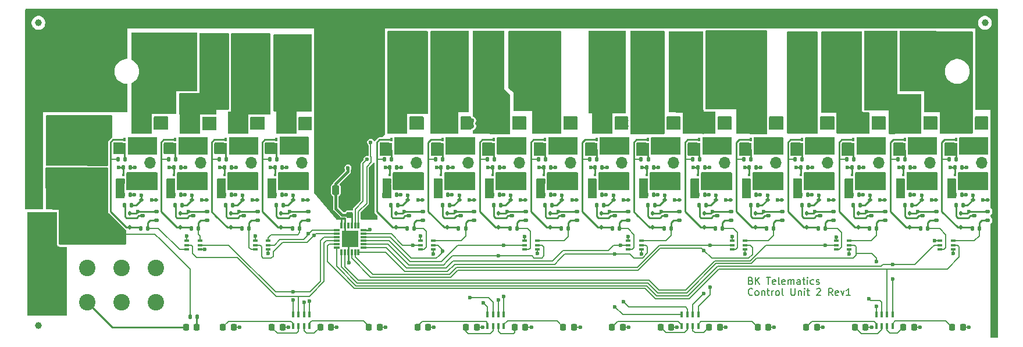
<source format=gbr>
%TF.GenerationSoftware,KiCad,Pcbnew,8.99.0-3338-g9b4c1024c9*%
%TF.CreationDate,2024-12-09T11:14:17+02:00*%
%TF.ProjectId,control_unit_v2_upper,636f6e74-726f-46c5-9f75-6e69745f7632,rev?*%
%TF.SameCoordinates,Original*%
%TF.FileFunction,Copper,L1,Top*%
%TF.FilePolarity,Positive*%
%FSLAX46Y46*%
G04 Gerber Fmt 4.6, Leading zero omitted, Abs format (unit mm)*
G04 Created by KiCad (PCBNEW 8.99.0-3338-g9b4c1024c9) date 2024-12-09 11:14:17*
%MOMM*%
%LPD*%
G01*
G04 APERTURE LIST*
G04 Aperture macros list*
%AMRoundRect*
0 Rectangle with rounded corners*
0 $1 Rounding radius*
0 $2 $3 $4 $5 $6 $7 $8 $9 X,Y pos of 4 corners*
0 Add a 4 corners polygon primitive as box body*
4,1,4,$2,$3,$4,$5,$6,$7,$8,$9,$2,$3,0*
0 Add four circle primitives for the rounded corners*
1,1,$1+$1,$2,$3*
1,1,$1+$1,$4,$5*
1,1,$1+$1,$6,$7*
1,1,$1+$1,$8,$9*
0 Add four rect primitives between the rounded corners*
20,1,$1+$1,$2,$3,$4,$5,0*
20,1,$1+$1,$4,$5,$6,$7,0*
20,1,$1+$1,$6,$7,$8,$9,0*
20,1,$1+$1,$8,$9,$2,$3,0*%
G04 Aperture macros list end*
%ADD10C,0.200000*%
%TA.AperFunction,NonConductor*%
%ADD11C,0.200000*%
%TD*%
%TA.AperFunction,SMDPad,CuDef*%
%ADD12C,1.000000*%
%TD*%
%TA.AperFunction,SMDPad,CuDef*%
%ADD13RoundRect,0.135000X-0.135000X-0.185000X0.135000X-0.185000X0.135000X0.185000X-0.135000X0.185000X0*%
%TD*%
%TA.AperFunction,SMDPad,CuDef*%
%ADD14R,0.400000X0.350000*%
%TD*%
%TA.AperFunction,SMDPad,CuDef*%
%ADD15R,1.050000X1.600000*%
%TD*%
%TA.AperFunction,SMDPad,CuDef*%
%ADD16R,0.400000X0.500000*%
%TD*%
%TA.AperFunction,SMDPad,CuDef*%
%ADD17R,0.285000X0.920000*%
%TD*%
%TA.AperFunction,SMDPad,CuDef*%
%ADD18RoundRect,0.135000X0.135000X0.185000X-0.135000X0.185000X-0.135000X-0.185000X0.135000X-0.185000X0*%
%TD*%
%TA.AperFunction,SMDPad,CuDef*%
%ADD19RoundRect,0.112500X0.237500X-0.112500X0.237500X0.112500X-0.237500X0.112500X-0.237500X-0.112500X0*%
%TD*%
%TA.AperFunction,SMDPad,CuDef*%
%ADD20R,0.400000X0.900000*%
%TD*%
%TA.AperFunction,SMDPad,CuDef*%
%ADD21RoundRect,0.112500X-0.112500X0.187500X-0.112500X-0.187500X0.112500X-0.187500X0.112500X0.187500X0*%
%TD*%
%TA.AperFunction,SMDPad,CuDef*%
%ADD22RoundRect,0.218750X0.218750X0.256250X-0.218750X0.256250X-0.218750X-0.256250X0.218750X-0.256250X0*%
%TD*%
%TA.AperFunction,ComponentPad*%
%ADD23R,1.700000X1.700000*%
%TD*%
%TA.AperFunction,ComponentPad*%
%ADD24O,1.700000X1.700000*%
%TD*%
%TA.AperFunction,SMDPad,CuDef*%
%ADD25RoundRect,0.112500X-0.187500X-0.112500X0.187500X-0.112500X0.187500X0.112500X-0.187500X0.112500X0*%
%TD*%
%TA.AperFunction,SMDPad,CuDef*%
%ADD26RoundRect,0.250000X0.950000X0.500000X-0.950000X0.500000X-0.950000X-0.500000X0.950000X-0.500000X0*%
%TD*%
%TA.AperFunction,SMDPad,CuDef*%
%ADD27RoundRect,0.250000X0.275000X0.500000X-0.275000X0.500000X-0.275000X-0.500000X0.275000X-0.500000X0*%
%TD*%
%TA.AperFunction,SMDPad,CuDef*%
%ADD28RoundRect,0.250000X-0.250000X-0.475000X0.250000X-0.475000X0.250000X0.475000X-0.250000X0.475000X0*%
%TD*%
%TA.AperFunction,SMDPad,CuDef*%
%ADD29R,0.400000X0.425000*%
%TD*%
%TA.AperFunction,SMDPad,CuDef*%
%ADD30R,0.950000X1.150000*%
%TD*%
%TA.AperFunction,SMDPad,CuDef*%
%ADD31R,0.480000X0.800000*%
%TD*%
%TA.AperFunction,SMDPad,CuDef*%
%ADD32RoundRect,0.100000X0.225000X0.100000X-0.225000X0.100000X-0.225000X-0.100000X0.225000X-0.100000X0*%
%TD*%
%TA.AperFunction,SMDPad,CuDef*%
%ADD33RoundRect,0.250000X-0.950000X-0.500000X0.950000X-0.500000X0.950000X0.500000X-0.950000X0.500000X0*%
%TD*%
%TA.AperFunction,SMDPad,CuDef*%
%ADD34RoundRect,0.250000X-0.275000X-0.500000X0.275000X-0.500000X0.275000X0.500000X-0.275000X0.500000X0*%
%TD*%
%TA.AperFunction,ComponentPad*%
%ADD35C,2.400000*%
%TD*%
%TA.AperFunction,SMDPad,CuDef*%
%ADD36RoundRect,0.218750X-0.218750X-0.256250X0.218750X-0.256250X0.218750X0.256250X-0.218750X0.256250X0*%
%TD*%
%TA.AperFunction,SMDPad,CuDef*%
%ADD37RoundRect,0.075000X-0.362500X-0.075000X0.362500X-0.075000X0.362500X0.075000X-0.362500X0.075000X0*%
%TD*%
%TA.AperFunction,SMDPad,CuDef*%
%ADD38RoundRect,0.075000X-0.075000X-0.362500X0.075000X-0.362500X0.075000X0.362500X-0.075000X0.362500X0*%
%TD*%
%TA.AperFunction,HeatsinkPad*%
%ADD39R,2.450000X2.450000*%
%TD*%
%TA.AperFunction,SMDPad,CuDef*%
%ADD40RoundRect,0.225000X0.250000X-0.225000X0.250000X0.225000X-0.250000X0.225000X-0.250000X-0.225000X0*%
%TD*%
%TA.AperFunction,SMDPad,CuDef*%
%ADD41RoundRect,0.250000X1.000000X-1.750000X1.000000X1.750000X-1.000000X1.750000X-1.000000X-1.750000X0*%
%TD*%
%TA.AperFunction,ViaPad*%
%ADD42C,0.600000*%
%TD*%
%TA.AperFunction,Conductor*%
%ADD43C,0.254000*%
%TD*%
%TA.AperFunction,Conductor*%
%ADD44C,0.200000*%
%TD*%
%TA.AperFunction,Conductor*%
%ADD45C,0.400000*%
%TD*%
G04 APERTURE END LIST*
D10*
D11*
X165833006Y-98993465D02*
X165975863Y-99041084D01*
X165975863Y-99041084D02*
X166023482Y-99088703D01*
X166023482Y-99088703D02*
X166071101Y-99183941D01*
X166071101Y-99183941D02*
X166071101Y-99326798D01*
X166071101Y-99326798D02*
X166023482Y-99422036D01*
X166023482Y-99422036D02*
X165975863Y-99469656D01*
X165975863Y-99469656D02*
X165880625Y-99517275D01*
X165880625Y-99517275D02*
X165499673Y-99517275D01*
X165499673Y-99517275D02*
X165499673Y-98517275D01*
X165499673Y-98517275D02*
X165833006Y-98517275D01*
X165833006Y-98517275D02*
X165928244Y-98564894D01*
X165928244Y-98564894D02*
X165975863Y-98612513D01*
X165975863Y-98612513D02*
X166023482Y-98707751D01*
X166023482Y-98707751D02*
X166023482Y-98802989D01*
X166023482Y-98802989D02*
X165975863Y-98898227D01*
X165975863Y-98898227D02*
X165928244Y-98945846D01*
X165928244Y-98945846D02*
X165833006Y-98993465D01*
X165833006Y-98993465D02*
X165499673Y-98993465D01*
X166499673Y-99517275D02*
X166499673Y-98517275D01*
X167071101Y-99517275D02*
X166642530Y-98945846D01*
X167071101Y-98517275D02*
X166499673Y-99088703D01*
X168118721Y-98517275D02*
X168690149Y-98517275D01*
X168404435Y-99517275D02*
X168404435Y-98517275D01*
X169404435Y-99469656D02*
X169309197Y-99517275D01*
X169309197Y-99517275D02*
X169118721Y-99517275D01*
X169118721Y-99517275D02*
X169023483Y-99469656D01*
X169023483Y-99469656D02*
X168975864Y-99374417D01*
X168975864Y-99374417D02*
X168975864Y-98993465D01*
X168975864Y-98993465D02*
X169023483Y-98898227D01*
X169023483Y-98898227D02*
X169118721Y-98850608D01*
X169118721Y-98850608D02*
X169309197Y-98850608D01*
X169309197Y-98850608D02*
X169404435Y-98898227D01*
X169404435Y-98898227D02*
X169452054Y-98993465D01*
X169452054Y-98993465D02*
X169452054Y-99088703D01*
X169452054Y-99088703D02*
X168975864Y-99183941D01*
X170023483Y-99517275D02*
X169928245Y-99469656D01*
X169928245Y-99469656D02*
X169880626Y-99374417D01*
X169880626Y-99374417D02*
X169880626Y-98517275D01*
X170785388Y-99469656D02*
X170690150Y-99517275D01*
X170690150Y-99517275D02*
X170499674Y-99517275D01*
X170499674Y-99517275D02*
X170404436Y-99469656D01*
X170404436Y-99469656D02*
X170356817Y-99374417D01*
X170356817Y-99374417D02*
X170356817Y-98993465D01*
X170356817Y-98993465D02*
X170404436Y-98898227D01*
X170404436Y-98898227D02*
X170499674Y-98850608D01*
X170499674Y-98850608D02*
X170690150Y-98850608D01*
X170690150Y-98850608D02*
X170785388Y-98898227D01*
X170785388Y-98898227D02*
X170833007Y-98993465D01*
X170833007Y-98993465D02*
X170833007Y-99088703D01*
X170833007Y-99088703D02*
X170356817Y-99183941D01*
X171261579Y-99517275D02*
X171261579Y-98850608D01*
X171261579Y-98945846D02*
X171309198Y-98898227D01*
X171309198Y-98898227D02*
X171404436Y-98850608D01*
X171404436Y-98850608D02*
X171547293Y-98850608D01*
X171547293Y-98850608D02*
X171642531Y-98898227D01*
X171642531Y-98898227D02*
X171690150Y-98993465D01*
X171690150Y-98993465D02*
X171690150Y-99517275D01*
X171690150Y-98993465D02*
X171737769Y-98898227D01*
X171737769Y-98898227D02*
X171833007Y-98850608D01*
X171833007Y-98850608D02*
X171975864Y-98850608D01*
X171975864Y-98850608D02*
X172071103Y-98898227D01*
X172071103Y-98898227D02*
X172118722Y-98993465D01*
X172118722Y-98993465D02*
X172118722Y-99517275D01*
X173023483Y-99517275D02*
X173023483Y-98993465D01*
X173023483Y-98993465D02*
X172975864Y-98898227D01*
X172975864Y-98898227D02*
X172880626Y-98850608D01*
X172880626Y-98850608D02*
X172690150Y-98850608D01*
X172690150Y-98850608D02*
X172594912Y-98898227D01*
X173023483Y-99469656D02*
X172928245Y-99517275D01*
X172928245Y-99517275D02*
X172690150Y-99517275D01*
X172690150Y-99517275D02*
X172594912Y-99469656D01*
X172594912Y-99469656D02*
X172547293Y-99374417D01*
X172547293Y-99374417D02*
X172547293Y-99279179D01*
X172547293Y-99279179D02*
X172594912Y-99183941D01*
X172594912Y-99183941D02*
X172690150Y-99136322D01*
X172690150Y-99136322D02*
X172928245Y-99136322D01*
X172928245Y-99136322D02*
X173023483Y-99088703D01*
X173356817Y-98850608D02*
X173737769Y-98850608D01*
X173499674Y-98517275D02*
X173499674Y-99374417D01*
X173499674Y-99374417D02*
X173547293Y-99469656D01*
X173547293Y-99469656D02*
X173642531Y-99517275D01*
X173642531Y-99517275D02*
X173737769Y-99517275D01*
X174071103Y-99517275D02*
X174071103Y-98850608D01*
X174071103Y-98517275D02*
X174023484Y-98564894D01*
X174023484Y-98564894D02*
X174071103Y-98612513D01*
X174071103Y-98612513D02*
X174118722Y-98564894D01*
X174118722Y-98564894D02*
X174071103Y-98517275D01*
X174071103Y-98517275D02*
X174071103Y-98612513D01*
X174975864Y-99469656D02*
X174880626Y-99517275D01*
X174880626Y-99517275D02*
X174690150Y-99517275D01*
X174690150Y-99517275D02*
X174594912Y-99469656D01*
X174594912Y-99469656D02*
X174547293Y-99422036D01*
X174547293Y-99422036D02*
X174499674Y-99326798D01*
X174499674Y-99326798D02*
X174499674Y-99041084D01*
X174499674Y-99041084D02*
X174547293Y-98945846D01*
X174547293Y-98945846D02*
X174594912Y-98898227D01*
X174594912Y-98898227D02*
X174690150Y-98850608D01*
X174690150Y-98850608D02*
X174880626Y-98850608D01*
X174880626Y-98850608D02*
X174975864Y-98898227D01*
X175356817Y-99469656D02*
X175452055Y-99517275D01*
X175452055Y-99517275D02*
X175642531Y-99517275D01*
X175642531Y-99517275D02*
X175737769Y-99469656D01*
X175737769Y-99469656D02*
X175785388Y-99374417D01*
X175785388Y-99374417D02*
X175785388Y-99326798D01*
X175785388Y-99326798D02*
X175737769Y-99231560D01*
X175737769Y-99231560D02*
X175642531Y-99183941D01*
X175642531Y-99183941D02*
X175499674Y-99183941D01*
X175499674Y-99183941D02*
X175404436Y-99136322D01*
X175404436Y-99136322D02*
X175356817Y-99041084D01*
X175356817Y-99041084D02*
X175356817Y-98993465D01*
X175356817Y-98993465D02*
X175404436Y-98898227D01*
X175404436Y-98898227D02*
X175499674Y-98850608D01*
X175499674Y-98850608D02*
X175642531Y-98850608D01*
X175642531Y-98850608D02*
X175737769Y-98898227D01*
X166071101Y-101031980D02*
X166023482Y-101079600D01*
X166023482Y-101079600D02*
X165880625Y-101127219D01*
X165880625Y-101127219D02*
X165785387Y-101127219D01*
X165785387Y-101127219D02*
X165642530Y-101079600D01*
X165642530Y-101079600D02*
X165547292Y-100984361D01*
X165547292Y-100984361D02*
X165499673Y-100889123D01*
X165499673Y-100889123D02*
X165452054Y-100698647D01*
X165452054Y-100698647D02*
X165452054Y-100555790D01*
X165452054Y-100555790D02*
X165499673Y-100365314D01*
X165499673Y-100365314D02*
X165547292Y-100270076D01*
X165547292Y-100270076D02*
X165642530Y-100174838D01*
X165642530Y-100174838D02*
X165785387Y-100127219D01*
X165785387Y-100127219D02*
X165880625Y-100127219D01*
X165880625Y-100127219D02*
X166023482Y-100174838D01*
X166023482Y-100174838D02*
X166071101Y-100222457D01*
X166642530Y-101127219D02*
X166547292Y-101079600D01*
X166547292Y-101079600D02*
X166499673Y-101031980D01*
X166499673Y-101031980D02*
X166452054Y-100936742D01*
X166452054Y-100936742D02*
X166452054Y-100651028D01*
X166452054Y-100651028D02*
X166499673Y-100555790D01*
X166499673Y-100555790D02*
X166547292Y-100508171D01*
X166547292Y-100508171D02*
X166642530Y-100460552D01*
X166642530Y-100460552D02*
X166785387Y-100460552D01*
X166785387Y-100460552D02*
X166880625Y-100508171D01*
X166880625Y-100508171D02*
X166928244Y-100555790D01*
X166928244Y-100555790D02*
X166975863Y-100651028D01*
X166975863Y-100651028D02*
X166975863Y-100936742D01*
X166975863Y-100936742D02*
X166928244Y-101031980D01*
X166928244Y-101031980D02*
X166880625Y-101079600D01*
X166880625Y-101079600D02*
X166785387Y-101127219D01*
X166785387Y-101127219D02*
X166642530Y-101127219D01*
X167404435Y-100460552D02*
X167404435Y-101127219D01*
X167404435Y-100555790D02*
X167452054Y-100508171D01*
X167452054Y-100508171D02*
X167547292Y-100460552D01*
X167547292Y-100460552D02*
X167690149Y-100460552D01*
X167690149Y-100460552D02*
X167785387Y-100508171D01*
X167785387Y-100508171D02*
X167833006Y-100603409D01*
X167833006Y-100603409D02*
X167833006Y-101127219D01*
X168166340Y-100460552D02*
X168547292Y-100460552D01*
X168309197Y-100127219D02*
X168309197Y-100984361D01*
X168309197Y-100984361D02*
X168356816Y-101079600D01*
X168356816Y-101079600D02*
X168452054Y-101127219D01*
X168452054Y-101127219D02*
X168547292Y-101127219D01*
X168880626Y-101127219D02*
X168880626Y-100460552D01*
X168880626Y-100651028D02*
X168928245Y-100555790D01*
X168928245Y-100555790D02*
X168975864Y-100508171D01*
X168975864Y-100508171D02*
X169071102Y-100460552D01*
X169071102Y-100460552D02*
X169166340Y-100460552D01*
X169642531Y-101127219D02*
X169547293Y-101079600D01*
X169547293Y-101079600D02*
X169499674Y-101031980D01*
X169499674Y-101031980D02*
X169452055Y-100936742D01*
X169452055Y-100936742D02*
X169452055Y-100651028D01*
X169452055Y-100651028D02*
X169499674Y-100555790D01*
X169499674Y-100555790D02*
X169547293Y-100508171D01*
X169547293Y-100508171D02*
X169642531Y-100460552D01*
X169642531Y-100460552D02*
X169785388Y-100460552D01*
X169785388Y-100460552D02*
X169880626Y-100508171D01*
X169880626Y-100508171D02*
X169928245Y-100555790D01*
X169928245Y-100555790D02*
X169975864Y-100651028D01*
X169975864Y-100651028D02*
X169975864Y-100936742D01*
X169975864Y-100936742D02*
X169928245Y-101031980D01*
X169928245Y-101031980D02*
X169880626Y-101079600D01*
X169880626Y-101079600D02*
X169785388Y-101127219D01*
X169785388Y-101127219D02*
X169642531Y-101127219D01*
X170547293Y-101127219D02*
X170452055Y-101079600D01*
X170452055Y-101079600D02*
X170404436Y-100984361D01*
X170404436Y-100984361D02*
X170404436Y-100127219D01*
X171690151Y-100127219D02*
X171690151Y-100936742D01*
X171690151Y-100936742D02*
X171737770Y-101031980D01*
X171737770Y-101031980D02*
X171785389Y-101079600D01*
X171785389Y-101079600D02*
X171880627Y-101127219D01*
X171880627Y-101127219D02*
X172071103Y-101127219D01*
X172071103Y-101127219D02*
X172166341Y-101079600D01*
X172166341Y-101079600D02*
X172213960Y-101031980D01*
X172213960Y-101031980D02*
X172261579Y-100936742D01*
X172261579Y-100936742D02*
X172261579Y-100127219D01*
X172737770Y-100460552D02*
X172737770Y-101127219D01*
X172737770Y-100555790D02*
X172785389Y-100508171D01*
X172785389Y-100508171D02*
X172880627Y-100460552D01*
X172880627Y-100460552D02*
X173023484Y-100460552D01*
X173023484Y-100460552D02*
X173118722Y-100508171D01*
X173118722Y-100508171D02*
X173166341Y-100603409D01*
X173166341Y-100603409D02*
X173166341Y-101127219D01*
X173642532Y-101127219D02*
X173642532Y-100460552D01*
X173642532Y-100127219D02*
X173594913Y-100174838D01*
X173594913Y-100174838D02*
X173642532Y-100222457D01*
X173642532Y-100222457D02*
X173690151Y-100174838D01*
X173690151Y-100174838D02*
X173642532Y-100127219D01*
X173642532Y-100127219D02*
X173642532Y-100222457D01*
X173975865Y-100460552D02*
X174356817Y-100460552D01*
X174118722Y-100127219D02*
X174118722Y-100984361D01*
X174118722Y-100984361D02*
X174166341Y-101079600D01*
X174166341Y-101079600D02*
X174261579Y-101127219D01*
X174261579Y-101127219D02*
X174356817Y-101127219D01*
X175404437Y-100222457D02*
X175452056Y-100174838D01*
X175452056Y-100174838D02*
X175547294Y-100127219D01*
X175547294Y-100127219D02*
X175785389Y-100127219D01*
X175785389Y-100127219D02*
X175880627Y-100174838D01*
X175880627Y-100174838D02*
X175928246Y-100222457D01*
X175928246Y-100222457D02*
X175975865Y-100317695D01*
X175975865Y-100317695D02*
X175975865Y-100412933D01*
X175975865Y-100412933D02*
X175928246Y-100555790D01*
X175928246Y-100555790D02*
X175356818Y-101127219D01*
X175356818Y-101127219D02*
X175975865Y-101127219D01*
X177737770Y-101127219D02*
X177404437Y-100651028D01*
X177166342Y-101127219D02*
X177166342Y-100127219D01*
X177166342Y-100127219D02*
X177547294Y-100127219D01*
X177547294Y-100127219D02*
X177642532Y-100174838D01*
X177642532Y-100174838D02*
X177690151Y-100222457D01*
X177690151Y-100222457D02*
X177737770Y-100317695D01*
X177737770Y-100317695D02*
X177737770Y-100460552D01*
X177737770Y-100460552D02*
X177690151Y-100555790D01*
X177690151Y-100555790D02*
X177642532Y-100603409D01*
X177642532Y-100603409D02*
X177547294Y-100651028D01*
X177547294Y-100651028D02*
X177166342Y-100651028D01*
X178547294Y-101079600D02*
X178452056Y-101127219D01*
X178452056Y-101127219D02*
X178261580Y-101127219D01*
X178261580Y-101127219D02*
X178166342Y-101079600D01*
X178166342Y-101079600D02*
X178118723Y-100984361D01*
X178118723Y-100984361D02*
X178118723Y-100603409D01*
X178118723Y-100603409D02*
X178166342Y-100508171D01*
X178166342Y-100508171D02*
X178261580Y-100460552D01*
X178261580Y-100460552D02*
X178452056Y-100460552D01*
X178452056Y-100460552D02*
X178547294Y-100508171D01*
X178547294Y-100508171D02*
X178594913Y-100603409D01*
X178594913Y-100603409D02*
X178594913Y-100698647D01*
X178594913Y-100698647D02*
X178118723Y-100793885D01*
X178928247Y-100460552D02*
X179166342Y-101127219D01*
X179166342Y-101127219D02*
X179404437Y-100460552D01*
X180309199Y-101127219D02*
X179737771Y-101127219D01*
X180023485Y-101127219D02*
X180023485Y-100127219D01*
X180023485Y-100127219D02*
X179928247Y-100270076D01*
X179928247Y-100270076D02*
X179833009Y-100365314D01*
X179833009Y-100365314D02*
X179737771Y-100412933D01*
D12*
%TO.P,FID2,*%
%TO.N,*%
X62120000Y-61420000D03*
%TD*%
%TO.P,FID3,*%
%TO.N,*%
X199910000Y-61420000D03*
%TD*%
%TO.P,FID1,*%
%TO.N,*%
X62110000Y-105520000D03*
%TD*%
D13*
%TO.P,R17,1*%
%TO.N,Net-(D26-A)*%
X142392424Y-81295000D03*
%TO.P,R17,2*%
%TO.N,+VIN*%
X143412424Y-81295000D03*
%TD*%
D14*
%TO.P,Q5,1,D*%
%TO.N,/out2/P_DRAIN*%
X83343333Y-80320000D03*
X83343333Y-78370000D03*
D15*
X83018333Y-79345000D03*
D14*
X82693333Y-80320000D03*
X82693333Y-78370000D03*
D16*
%TO.P,Q5,2,G*%
%TO.N,Net-(D5-A)*%
X82043333Y-78445000D03*
%TO.P,Q5,3,S*%
%TO.N,+VIN*%
X82043333Y-80245000D03*
D17*
X82043333Y-79345000D03*
%TD*%
D18*
%TO.P,R4,1*%
%TO.N,/OUT_GND*%
X75495000Y-82495000D03*
%TO.P,R4,2*%
%TO.N,Net-(D3-K)*%
X74475000Y-82495000D03*
%TD*%
%TO.P,R87,1*%
%TO.N,/out15/CTRL*%
X191601060Y-91395000D03*
%TO.P,R87,2*%
%TO.N,Net-(D44-A)*%
X190581060Y-91395000D03*
%TD*%
D13*
%TO.P,R7,1*%
%TO.N,Net-(D11-A)*%
X95775000Y-81295000D03*
%TO.P,R7,2*%
%TO.N,+VIN*%
X96795000Y-81295000D03*
%TD*%
D18*
%TO.P,R30,1*%
%TO.N,/OUT_GND*%
X114278333Y-82495000D03*
%TO.P,R30,2*%
%TO.N,Net-(D15-K)*%
X113258333Y-82495000D03*
%TD*%
D13*
%TO.P,R14,1*%
%TO.N,Net-(D23-A)*%
X134915151Y-81295000D03*
%TO.P,R14,2*%
%TO.N,+VIN*%
X135935151Y-81295000D03*
%TD*%
D19*
%TO.P,Q58,1*%
%TO.N,/out10/CTRL*%
X155454697Y-90195000D03*
%TO.P,Q58,2*%
%TO.N,+VIN*%
X155454697Y-88895000D03*
%TO.P,Q58,3*%
%TO.N,Net-(Q58-Pad3)*%
X153454697Y-89545000D03*
%TD*%
D13*
%TO.P,R10,1*%
%TO.N,Net-(Q51-Pad3)*%
X82033333Y-87995000D03*
%TO.P,R10,2*%
%TO.N,Net-(D6-K)*%
X83053333Y-87995000D03*
%TD*%
D20*
%TO.P,RN3,1,R1.1*%
%TO.N,Net-(D58-A)*%
X155785000Y-105620000D03*
%TO.P,RN3,2,R2.1*%
%TO.N,Net-(D59-A)*%
X156585000Y-105620000D03*
%TO.P,RN3,3,R3.1*%
%TO.N,Net-(D60-A)*%
X157385000Y-105620000D03*
%TO.P,RN3,4,R4.1*%
%TO.N,Net-(D61-A)*%
X158185000Y-105620000D03*
%TO.P,RN3,5,R4.2*%
%TO.N,/CTRL12*%
X158185000Y-103920000D03*
%TO.P,RN3,6,R3.2*%
%TO.N,/CTRL11*%
X157385000Y-103920000D03*
%TO.P,RN3,7,R2.2*%
%TO.N,/CTRL10*%
X156585000Y-103920000D03*
%TO.P,RN3,8,R1.2*%
%TO.N,/CTRL9*%
X155785000Y-103920000D03*
%TD*%
D21*
%TO.P,D44,1,K*%
%TO.N,+VIN*%
X188941060Y-89145000D03*
%TO.P,D44,2,A*%
%TO.N,Net-(D44-A)*%
X188941060Y-91245000D03*
%TD*%
D18*
%TO.P,R1,1*%
%TO.N,/out1/CTRL*%
X78045000Y-91395000D03*
%TO.P,R1,2*%
%TO.N,Net-(D2-A)*%
X77025000Y-91395000D03*
%TD*%
D14*
%TO.P,Q11,1,D*%
%TO.N,/out4/P_DRAIN*%
X98060000Y-80320000D03*
X98060000Y-78370000D03*
D15*
X97735000Y-79345000D03*
D14*
X97410000Y-80320000D03*
X97410000Y-78370000D03*
D16*
%TO.P,Q11,2,G*%
%TO.N,Net-(D11-A)*%
X96760000Y-78445000D03*
%TO.P,Q11,3,S*%
%TO.N,+VIN*%
X96760000Y-80245000D03*
D17*
X96760000Y-79345000D03*
%TD*%
D22*
%TO.P,D62,1,K*%
%TO.N,GND*%
X175468000Y-105757500D03*
%TO.P,D62,2,A*%
%TO.N,Net-(D62-A)*%
X173893000Y-105757500D03*
%TD*%
D14*
%TO.P,Q8,1,D*%
%TO.N,/out3/P_DRAIN*%
X90701667Y-80320000D03*
X90701667Y-78370000D03*
D15*
X90376667Y-79345000D03*
D14*
X90051667Y-80320000D03*
X90051667Y-78370000D03*
D16*
%TO.P,Q8,2,G*%
%TO.N,Net-(D8-A)*%
X89401667Y-78445000D03*
%TO.P,Q8,3,S*%
%TO.N,+VIN*%
X89401667Y-80245000D03*
D17*
X89401667Y-79345000D03*
%TD*%
D22*
%TO.P,D63,1,K*%
%TO.N,GND*%
X182543667Y-105757500D03*
%TO.P,D63,2,A*%
%TO.N,Net-(D63-A)*%
X180968667Y-105757500D03*
%TD*%
D18*
%TO.P,R90,1*%
%TO.N,/OUT_GND*%
X189051060Y-82495000D03*
%TO.P,R90,2*%
%TO.N,Net-(D45-K)*%
X188031060Y-82495000D03*
%TD*%
D19*
%TO.P,Q54,1*%
%TO.N,/out6/CTRL*%
X125545606Y-90195000D03*
%TO.P,Q54,2*%
%TO.N,+VIN*%
X125545606Y-88895000D03*
%TO.P,Q54,3*%
%TO.N,Net-(Q54-Pad3)*%
X123545606Y-89545000D03*
%TD*%
D23*
%TO.P,J11,1,Pin_1*%
%TO.N,/out5/P_DRAIN*%
X117168333Y-79295000D03*
D24*
%TO.P,J11,2,Pin_2*%
%TO.N,/OUT5*%
X117168333Y-81835000D03*
%TO.P,J11,3,Pin_3*%
%TO.N,/out5/N_DRAIN*%
X117168333Y-84375000D03*
%TD*%
D25*
%TO.P,D30,1,K*%
%TO.N,Net-(D30-K)*%
X153304697Y-87195000D03*
%TO.P,D30,2,A*%
%TO.N,GND*%
X155404697Y-87195000D03*
%TD*%
D19*
%TO.P,Q57,1*%
%TO.N,/out9/CTRL*%
X147977424Y-90195000D03*
%TO.P,Q57,2*%
%TO.N,+VIN*%
X147977424Y-88895000D03*
%TO.P,Q57,3*%
%TO.N,Net-(Q57-Pad3)*%
X145977424Y-89545000D03*
%TD*%
D18*
%TO.P,R44,1*%
%TO.N,GND*%
X129232878Y-86495000D03*
%TO.P,R44,2*%
%TO.N,/OUT_GND*%
X128212878Y-86495000D03*
%TD*%
D13*
%TO.P,R46,1*%
%TO.N,Net-(Q56-Pad3)*%
X135890151Y-87995000D03*
%TO.P,R46,2*%
%TO.N,Net-(D24-K)*%
X136910151Y-87995000D03*
%TD*%
D26*
%TO.P,D4,1,K*%
%TO.N,/OUT1*%
X77260000Y-76045000D03*
D27*
%TO.P,D4,2,A*%
%TO.N,/OUT_GND*%
X79635000Y-76045000D03*
%TD*%
D28*
%TO.P,C2,1*%
%TO.N,+3V3*%
X105410000Y-85770000D03*
%TO.P,C2,2*%
%TO.N,GND*%
X107310000Y-85770000D03*
%TD*%
D13*
%TO.P,R3,1*%
%TO.N,Net-(D2-A)*%
X73700000Y-81295000D03*
%TO.P,R3,2*%
%TO.N,+VIN*%
X74720000Y-81295000D03*
%TD*%
D18*
%TO.P,R61,1*%
%TO.N,GND*%
X189051060Y-86495000D03*
%TO.P,R61,2*%
%TO.N,/OUT_GND*%
X188031060Y-86495000D03*
%TD*%
D29*
%TO.P,Q9,1,D*%
%TO.N,/out3/N_DRAIN*%
X90501667Y-83565000D03*
%TO.P,Q9,2,D*%
X89851667Y-83565000D03*
%TO.P,Q9,3,G*%
%TO.N,Net-(D9-K)*%
X89201667Y-83565000D03*
%TO.P,Q9,4,S*%
%TO.N,/OUT_GND*%
X89201667Y-85440000D03*
%TO.P,Q9,5,D*%
%TO.N,/out3/N_DRAIN*%
X89851667Y-85440000D03*
%TO.P,Q9,6,D*%
X90501667Y-85440000D03*
D30*
%TO.P,Q9,7,D*%
X90176667Y-84502500D03*
D31*
%TO.P,Q9,8,S*%
%TO.N,/OUT_GND*%
X89151667Y-84502500D03*
%TD*%
D23*
%TO.P,J19,1,Pin_1*%
%TO.N,/out13/P_DRAIN*%
X176986515Y-79295000D03*
D24*
%TO.P,J19,2,Pin_2*%
%TO.N,/OUT13*%
X176986515Y-81835000D03*
%TO.P,J19,3,Pin_3*%
%TO.N,/out13/N_DRAIN*%
X176986515Y-84375000D03*
%TD*%
D21*
%TO.P,D14,1,K*%
%TO.N,+VIN*%
X114168333Y-89145000D03*
%TO.P,D14,2,A*%
%TO.N,Net-(D14-A)*%
X114168333Y-91245000D03*
%TD*%
D13*
%TO.P,R64,1*%
%TO.N,Net-(Q59-Pad3)*%
X158321969Y-87995000D03*
%TO.P,R64,2*%
%TO.N,Net-(D33-K)*%
X159341969Y-87995000D03*
%TD*%
D26*
%TO.P,D19,1,K*%
%TO.N,/OUT6*%
X121926667Y-76045000D03*
D27*
%TO.P,D19,2,A*%
%TO.N,/OUT_GND*%
X124301667Y-76045000D03*
%TD*%
D25*
%TO.P,D48,1,K*%
%TO.N,Net-(D48-K)*%
X198168333Y-87195000D03*
%TO.P,D48,2,A*%
%TO.N,GND*%
X200268333Y-87195000D03*
%TD*%
D19*
%TO.P,Q59,1*%
%TO.N,/out11/CTRL*%
X162931969Y-90195000D03*
%TO.P,Q59,2*%
%TO.N,+VIN*%
X162931969Y-88895000D03*
%TO.P,Q59,3*%
%TO.N,Net-(Q59-Pad3)*%
X160931969Y-89545000D03*
%TD*%
D18*
%TO.P,R33,1*%
%TO.N,/out6/CTRL*%
X124305606Y-91395000D03*
%TO.P,R33,2*%
%TO.N,Net-(D17-A)*%
X123285606Y-91395000D03*
%TD*%
D19*
%TO.P,Q52,1*%
%TO.N,/out4/CTRL*%
X101360000Y-90195000D03*
%TO.P,Q52,2*%
%TO.N,+VIN*%
X101360000Y-88895000D03*
%TO.P,Q52,3*%
%TO.N,Net-(Q52-Pad3)*%
X99360000Y-89545000D03*
%TD*%
D18*
%TO.P,R81,1*%
%TO.N,/out14/CTRL*%
X184123788Y-91395000D03*
%TO.P,R81,2*%
%TO.N,Net-(D41-A)*%
X183103788Y-91395000D03*
%TD*%
D13*
%TO.P,R58,1*%
%TO.N,Net-(Q58-Pad3)*%
X150844697Y-87995000D03*
%TO.P,R58,2*%
%TO.N,Net-(D30-K)*%
X151864697Y-87995000D03*
%TD*%
%TO.P,R2,1*%
%TO.N,Net-(Q1-Pad3)*%
X74675000Y-87995000D03*
%TO.P,R2,2*%
%TO.N,Net-(D3-K)*%
X75695000Y-87995000D03*
%TD*%
D25*
%TO.P,D42,1,K*%
%TO.N,Net-(D42-K)*%
X183213788Y-87195000D03*
%TO.P,D42,2,A*%
%TO.N,GND*%
X185313788Y-87195000D03*
%TD*%
D19*
%TO.P,Q1,1*%
%TO.N,/out1/CTRL*%
X79285000Y-90195000D03*
%TO.P,Q1,2*%
%TO.N,+VIN*%
X79285000Y-88895000D03*
%TO.P,Q1,3*%
%TO.N,Net-(Q1-Pad3)*%
X77285000Y-89545000D03*
%TD*%
D18*
%TO.P,R12,1*%
%TO.N,/OUT_GND*%
X82853333Y-82495000D03*
%TO.P,R12,2*%
%TO.N,Net-(D6-K)*%
X81833333Y-82495000D03*
%TD*%
D29*
%TO.P,Q15,1,D*%
%TO.N,/out5/N_DRAIN*%
X114568333Y-83565000D03*
%TO.P,Q15,2,D*%
X113918333Y-83565000D03*
%TO.P,Q15,3,G*%
%TO.N,Net-(D15-K)*%
X113268333Y-83565000D03*
%TO.P,Q15,4,S*%
%TO.N,/OUT_GND*%
X113268333Y-85440000D03*
%TO.P,Q15,5,D*%
%TO.N,/out5/N_DRAIN*%
X113918333Y-85440000D03*
%TO.P,Q15,6,D*%
X114568333Y-85440000D03*
D30*
%TO.P,Q15,7,D*%
X114243333Y-84502500D03*
D31*
%TO.P,Q15,8,S*%
%TO.N,/OUT_GND*%
X113218333Y-84502500D03*
%TD*%
D26*
%TO.P,D7,1,K*%
%TO.N,/OUT2*%
X84276667Y-76045000D03*
D27*
%TO.P,D7,2,A*%
%TO.N,/OUT_GND*%
X86651667Y-76045000D03*
%TD*%
D14*
%TO.P,Q17,1,D*%
%TO.N,/out6/P_DRAIN*%
X122245606Y-80320000D03*
X122245606Y-78370000D03*
D15*
X121920606Y-79345000D03*
D14*
X121595606Y-80320000D03*
X121595606Y-78370000D03*
D16*
%TO.P,Q17,2,G*%
%TO.N,Net-(D17-A)*%
X120945606Y-78445000D03*
%TO.P,Q17,3,S*%
%TO.N,+VIN*%
X120945606Y-80245000D03*
D17*
X120945606Y-79345000D03*
%TD*%
D14*
%TO.P,Q29,1,D*%
%TO.N,/out10/P_DRAIN*%
X152154697Y-80320000D03*
X152154697Y-78370000D03*
D15*
X151829697Y-79345000D03*
D14*
X151504697Y-80320000D03*
X151504697Y-78370000D03*
D16*
%TO.P,Q29,2,G*%
%TO.N,Net-(D29-A)*%
X150854697Y-78445000D03*
%TO.P,Q29,3,S*%
%TO.N,+VIN*%
X150854697Y-80245000D03*
D17*
X150854697Y-79345000D03*
%TD*%
D22*
%TO.P,D57,1,K*%
%TO.N,GND*%
X140089667Y-105757500D03*
%TO.P,D57,2,A*%
%TO.N,Net-(D57-A)*%
X138514667Y-105757500D03*
%TD*%
D18*
%TO.P,R84,1*%
%TO.N,/OUT_GND*%
X181573788Y-82495000D03*
%TO.P,R84,2*%
%TO.N,Net-(D42-K)*%
X180553788Y-82495000D03*
%TD*%
D26*
%TO.P,D13,1,K*%
%TO.N,/OUT4*%
X98335000Y-76045000D03*
D27*
%TO.P,D13,2,A*%
%TO.N,/OUT_GND*%
X100710000Y-76045000D03*
%TD*%
D13*
%TO.P,R8,1*%
%TO.N,Net-(D14-A)*%
X112483333Y-81295000D03*
%TO.P,R8,2*%
%TO.N,+VIN*%
X113503333Y-81295000D03*
%TD*%
D22*
%TO.P,D51,1,K*%
%TO.N,GND*%
X97635667Y-105757500D03*
%TO.P,D51,2,A*%
%TO.N,Net-(D51-A)*%
X96060667Y-105757500D03*
%TD*%
D23*
%TO.P,J15,1,Pin_1*%
%TO.N,/out9/P_DRAIN*%
X147077424Y-79295000D03*
D24*
%TO.P,J15,2,Pin_2*%
%TO.N,/OUT9*%
X147077424Y-81835000D03*
%TO.P,J15,3,Pin_3*%
%TO.N,/out9/N_DRAIN*%
X147077424Y-84375000D03*
%TD*%
D13*
%TO.P,R31,1*%
%TO.N,Net-(D47-A)*%
X194733333Y-81295000D03*
%TO.P,R31,2*%
%TO.N,+VIN*%
X195753333Y-81295000D03*
%TD*%
D18*
%TO.P,R57,1*%
%TO.N,/out10/CTRL*%
X154214697Y-91395000D03*
%TO.P,R57,2*%
%TO.N,Net-(D29-A)*%
X153194697Y-91395000D03*
%TD*%
D14*
%TO.P,Q26,1,D*%
%TO.N,/out9/P_DRAIN*%
X144677424Y-80320000D03*
X144677424Y-78370000D03*
D15*
X144352424Y-79345000D03*
D14*
X144027424Y-80320000D03*
X144027424Y-78370000D03*
D16*
%TO.P,Q26,2,G*%
%TO.N,Net-(D26-A)*%
X143377424Y-78445000D03*
%TO.P,Q26,3,S*%
%TO.N,+VIN*%
X143377424Y-80245000D03*
D17*
X143377424Y-79345000D03*
%TD*%
D20*
%TO.P,RN1,1,R1.1*%
%TO.N,Net-(D50-A)*%
X99185000Y-105620000D03*
%TO.P,RN1,2,R2.1*%
%TO.N,Net-(D51-A)*%
X99985000Y-105620000D03*
%TO.P,RN1,3,R3.1*%
%TO.N,Net-(D52-A)*%
X100785000Y-105620000D03*
%TO.P,RN1,4,R4.1*%
%TO.N,Net-(D53-A)*%
X101585000Y-105620000D03*
%TO.P,RN1,5,R4.2*%
%TO.N,/CTRL4*%
X101585000Y-103920000D03*
%TO.P,RN1,6,R3.2*%
%TO.N,/CTRL3*%
X100785000Y-103920000D03*
%TO.P,RN1,7,R2.2*%
%TO.N,/CTRL2*%
X99985000Y-103920000D03*
%TO.P,RN1,8,R1.2*%
%TO.N,/CTRL1*%
X99185000Y-103920000D03*
%TD*%
D29*
%TO.P,Q39,1,D*%
%TO.N,/out13/N_DRAIN*%
X174386515Y-83565000D03*
%TO.P,Q39,2,D*%
X173736515Y-83565000D03*
%TO.P,Q39,3,G*%
%TO.N,Net-(D39-K)*%
X173086515Y-83565000D03*
%TO.P,Q39,4,S*%
%TO.N,/OUT_GND*%
X173086515Y-85440000D03*
%TO.P,Q39,5,D*%
%TO.N,/out13/N_DRAIN*%
X173736515Y-85440000D03*
%TO.P,Q39,6,D*%
X174386515Y-85440000D03*
D30*
%TO.P,Q39,7,D*%
X174061515Y-84502500D03*
D31*
%TO.P,Q39,8,S*%
%TO.N,/OUT_GND*%
X173036515Y-84502500D03*
%TD*%
D21*
%TO.P,D29,1,K*%
%TO.N,+VIN*%
X151554697Y-89145000D03*
%TO.P,D29,2,A*%
%TO.N,Net-(D29-A)*%
X151554697Y-91245000D03*
%TD*%
D26*
%TO.P,D37,1,K*%
%TO.N,/OUT12*%
X166826667Y-76045000D03*
D27*
%TO.P,D37,2,A*%
%TO.N,/OUT_GND*%
X169201667Y-76045000D03*
%TD*%
D13*
%TO.P,R20,1*%
%TO.N,Net-(D32-A)*%
X157346969Y-81295000D03*
%TO.P,R20,2*%
%TO.N,+VIN*%
X158366969Y-81295000D03*
%TD*%
%TO.P,R40,1*%
%TO.N,Net-(Q55-Pad3)*%
X128412878Y-87995000D03*
%TO.P,R40,2*%
%TO.N,Net-(D21-K)*%
X129432878Y-87995000D03*
%TD*%
D18*
%TO.P,R32,1*%
%TO.N,GND*%
X75495000Y-86495000D03*
%TO.P,R32,2*%
%TO.N,/OUT_GND*%
X74475000Y-86495000D03*
%TD*%
D19*
%TO.P,Q62,1*%
%TO.N,/out14/CTRL*%
X185363788Y-90195000D03*
%TO.P,Q62,2*%
%TO.N,+VIN*%
X185363788Y-88895000D03*
%TO.P,Q62,3*%
%TO.N,Net-(Q62-Pad3)*%
X183363788Y-89545000D03*
%TD*%
D21*
%TO.P,D2,1,K*%
%TO.N,+VIN*%
X75385000Y-89145000D03*
%TO.P,D2,2,A*%
%TO.N,Net-(D2-A)*%
X75385000Y-91245000D03*
%TD*%
%TO.P,D11,1,K*%
%TO.N,+VIN*%
X97460000Y-89145000D03*
%TO.P,D11,2,A*%
%TO.N,Net-(D11-A)*%
X97460000Y-91245000D03*
%TD*%
D32*
%TO.P,U8,1*%
%TO.N,GND*%
X180135000Y-94457500D03*
%TO.P,U8,2*%
%TO.N,/CTRL13*%
X180135000Y-93807500D03*
%TO.P,U8,3*%
%TO.N,/out14/CTRL*%
X180135000Y-93157500D03*
%TO.P,U8,4*%
%TO.N,GND*%
X178235000Y-93157500D03*
%TO.P,U8,5*%
%TO.N,/CTRL14*%
X178235000Y-93807500D03*
%TO.P,U8,6*%
%TO.N,/out13/CTRL*%
X178235000Y-94457500D03*
%TD*%
D23*
%TO.P,J10,1,Pin_1*%
%TO.N,/out4/P_DRAIN*%
X100460000Y-79295000D03*
D24*
%TO.P,J10,2,Pin_2*%
%TO.N,/OUT4*%
X100460000Y-81835000D03*
%TO.P,J10,3,Pin_3*%
%TO.N,/out4/N_DRAIN*%
X100460000Y-84375000D03*
%TD*%
D26*
%TO.P,D49,1,K*%
%TO.N,/OUT16*%
X196776667Y-76044999D03*
D27*
%TO.P,D49,2,A*%
%TO.N,/OUT_GND*%
X199151667Y-76044999D03*
%TD*%
D13*
%TO.P,R76,1*%
%TO.N,Net-(Q61-Pad3)*%
X173276515Y-87995000D03*
%TO.P,R76,2*%
%TO.N,Net-(D39-K)*%
X174296515Y-87995000D03*
%TD*%
D19*
%TO.P,Q56,1*%
%TO.N,/out8/CTRL*%
X140500151Y-90195000D03*
%TO.P,Q56,2*%
%TO.N,+VIN*%
X140500151Y-88895000D03*
%TO.P,Q56,3*%
%TO.N,Net-(Q56-Pad3)*%
X138500151Y-89545000D03*
%TD*%
D18*
%TO.P,R42,1*%
%TO.N,/OUT_GND*%
X129232878Y-82495000D03*
%TO.P,R42,2*%
%TO.N,Net-(D21-K)*%
X128212878Y-82495000D03*
%TD*%
D23*
%TO.P,J13,1,Pin_1*%
%TO.N,/out7/P_DRAIN*%
X132122878Y-79295000D03*
D24*
%TO.P,J13,2,Pin_2*%
%TO.N,/OUT7*%
X132122878Y-81835000D03*
%TO.P,J13,3,Pin_3*%
%TO.N,/out7/N_DRAIN*%
X132122878Y-84375000D03*
%TD*%
D26*
%TO.P,D43,1,K*%
%TO.N,/OUT14*%
X181776667Y-76045000D03*
D27*
%TO.P,D43,2,A*%
%TO.N,/OUT_GND*%
X184151667Y-76045000D03*
%TD*%
D32*
%TO.P,U7,1*%
%TO.N,GND*%
X165010000Y-94457500D03*
%TO.P,U7,2*%
%TO.N,/CTRL11*%
X165010000Y-93807500D03*
%TO.P,U7,3*%
%TO.N,/out12/CTRL*%
X165010000Y-93157500D03*
%TO.P,U7,4*%
%TO.N,GND*%
X163110000Y-93157500D03*
%TO.P,U7,5*%
%TO.N,/CTRL12*%
X163110000Y-93807500D03*
%TO.P,U7,6*%
%TO.N,/out11/CTRL*%
X163110000Y-94457500D03*
%TD*%
D25*
%TO.P,D27,1,K*%
%TO.N,Net-(D27-K)*%
X145827424Y-87195000D03*
%TO.P,D27,2,A*%
%TO.N,GND*%
X147927424Y-87195000D03*
%TD*%
D26*
%TO.P,D46,1,K*%
%TO.N,/OUT15*%
X189226667Y-76045000D03*
D27*
%TO.P,D46,2,A*%
%TO.N,/OUT_GND*%
X191601667Y-76045000D03*
%TD*%
D19*
%TO.P,Q50,1*%
%TO.N,/out3/CTRL*%
X94001667Y-90195000D03*
%TO.P,Q50,2*%
%TO.N,+VIN*%
X94001667Y-88895000D03*
%TO.P,Q50,3*%
%TO.N,Net-(Q50-Pad3)*%
X92001667Y-89545000D03*
%TD*%
D23*
%TO.P,J12,1,Pin_1*%
%TO.N,/out6/P_DRAIN*%
X124645606Y-79295000D03*
D24*
%TO.P,J12,2,Pin_2*%
%TO.N,/OUT6*%
X124645606Y-81835000D03*
%TO.P,J12,3,Pin_3*%
%TO.N,/out6/N_DRAIN*%
X124645606Y-84375000D03*
%TD*%
D29*
%TO.P,Q48,1,D*%
%TO.N,/out16/N_DRAIN*%
X196818333Y-83565000D03*
%TO.P,Q48,2,D*%
X196168333Y-83565000D03*
%TO.P,Q48,3,G*%
%TO.N,Net-(D48-K)*%
X195518333Y-83565000D03*
%TO.P,Q48,4,S*%
%TO.N,/OUT_GND*%
X195518333Y-85440000D03*
%TO.P,Q48,5,D*%
%TO.N,/out16/N_DRAIN*%
X196168333Y-85440000D03*
%TO.P,Q48,6,D*%
X196818333Y-85440000D03*
D30*
%TO.P,Q48,7,D*%
X196493333Y-84502500D03*
D31*
%TO.P,Q48,8,S*%
%TO.N,/OUT_GND*%
X195468333Y-84502500D03*
%TD*%
D18*
%TO.P,R15,1*%
%TO.N,/out3/CTRL*%
X92761667Y-91395000D03*
%TO.P,R15,2*%
%TO.N,Net-(D8-A)*%
X91741667Y-91395000D03*
%TD*%
D13*
%TO.P,R70,1*%
%TO.N,Net-(Q60-Pad3)*%
X165799242Y-87995000D03*
%TO.P,R70,2*%
%TO.N,Net-(D36-K)*%
X166819242Y-87995000D03*
%TD*%
D33*
%TO.P,D1,1,K*%
%TO.N,+VIN*%
X66535000Y-90620000D03*
D34*
%TO.P,D1,2,A*%
%TO.N,/VIN_UNPROTECTED*%
X64160000Y-90620000D03*
%TD*%
D13*
%TO.P,R19,1*%
%TO.N,Net-(D29-A)*%
X149869697Y-81295000D03*
%TO.P,R19,2*%
%TO.N,+VIN*%
X150889697Y-81295000D03*
%TD*%
D29*
%TO.P,Q3,1,D*%
%TO.N,/out1/N_DRAIN*%
X75785000Y-83565000D03*
%TO.P,Q3,2,D*%
X75135000Y-83565000D03*
%TO.P,Q3,3,G*%
%TO.N,Net-(D3-K)*%
X74485000Y-83565000D03*
%TO.P,Q3,4,S*%
%TO.N,/OUT_GND*%
X74485000Y-85440000D03*
%TO.P,Q3,5,D*%
%TO.N,/out1/N_DRAIN*%
X75135000Y-85440000D03*
%TO.P,Q3,6,D*%
X75785000Y-85440000D03*
D30*
%TO.P,Q3,7,D*%
X75460000Y-84502500D03*
D31*
%TO.P,Q3,8,S*%
%TO.N,/OUT_GND*%
X74435000Y-84502500D03*
%TD*%
D25*
%TO.P,D15,1,K*%
%TO.N,Net-(D15-K)*%
X115918333Y-87195000D03*
%TO.P,D15,2,A*%
%TO.N,GND*%
X118018333Y-87195000D03*
%TD*%
D19*
%TO.P,Q64,1*%
%TO.N,/out16/CTRL*%
X200318333Y-90195000D03*
%TO.P,Q64,2*%
%TO.N,+VIN*%
X200318333Y-88895000D03*
%TO.P,Q64,3*%
%TO.N,Net-(Q64-Pad3)*%
X198318333Y-89545000D03*
%TD*%
D35*
%TO.P,J3,1,Pin_1*%
%TO.N,/OUT1*%
X83610000Y-64620000D03*
X83610000Y-69620000D03*
%TO.P,J3,2,Pin_2*%
%TO.N,/OUT2*%
X88610000Y-64620000D03*
X88610000Y-69620000D03*
%TO.P,J3,3,Pin_3*%
%TO.N,/OUT3*%
X93610000Y-64620000D03*
X93610000Y-69620000D03*
%TO.P,J3,4,Pin_4*%
%TO.N,/OUT4*%
X98610000Y-64620000D03*
X98610000Y-69620000D03*
%TD*%
D18*
%TO.P,R48,1*%
%TO.N,/OUT_GND*%
X136710151Y-82495000D03*
%TO.P,R48,2*%
%TO.N,Net-(D24-K)*%
X135690151Y-82495000D03*
%TD*%
D22*
%TO.P,D56,1,K*%
%TO.N,GND*%
X133014000Y-105757500D03*
%TO.P,D56,2,A*%
%TO.N,Net-(D56-A)*%
X131439000Y-105757500D03*
%TD*%
D25*
%TO.P,D9,1,K*%
%TO.N,Net-(D9-K)*%
X91851667Y-87195000D03*
%TO.P,D9,2,A*%
%TO.N,GND*%
X93951667Y-87195000D03*
%TD*%
%TO.P,D45,1,K*%
%TO.N,Net-(D45-K)*%
X190691060Y-87195000D03*
%TO.P,D45,2,A*%
%TO.N,GND*%
X192791060Y-87195000D03*
%TD*%
D21*
%TO.P,D38,1,K*%
%TO.N,+VIN*%
X173986515Y-89145000D03*
%TO.P,D38,2,A*%
%TO.N,Net-(D38-A)*%
X173986515Y-91245000D03*
%TD*%
D18*
%TO.P,R63,1*%
%TO.N,/out11/CTRL*%
X161691969Y-91395000D03*
%TO.P,R63,2*%
%TO.N,Net-(D32-A)*%
X160671969Y-91395000D03*
%TD*%
D13*
%TO.P,R26,1*%
%TO.N,Net-(D41-A)*%
X179778788Y-81295000D03*
%TO.P,R26,2*%
%TO.N,+VIN*%
X180798788Y-81295000D03*
%TD*%
D18*
%TO.P,R53,1*%
%TO.N,GND*%
X159141969Y-86495000D03*
%TO.P,R53,2*%
%TO.N,/OUT_GND*%
X158121969Y-86495000D03*
%TD*%
D13*
%TO.P,R82,1*%
%TO.N,Net-(Q62-Pad3)*%
X180753788Y-87995000D03*
%TO.P,R82,2*%
%TO.N,Net-(D42-K)*%
X181773788Y-87995000D03*
%TD*%
D18*
%TO.P,R43,1*%
%TO.N,GND*%
X121755606Y-86495000D03*
%TO.P,R43,2*%
%TO.N,/OUT_GND*%
X120735606Y-86495000D03*
%TD*%
D29*
%TO.P,Q21,1,D*%
%TO.N,/out7/N_DRAIN*%
X129522878Y-83565000D03*
%TO.P,Q21,2,D*%
X128872878Y-83565000D03*
%TO.P,Q21,3,G*%
%TO.N,Net-(D21-K)*%
X128222878Y-83565000D03*
%TO.P,Q21,4,S*%
%TO.N,/OUT_GND*%
X128222878Y-85440000D03*
%TO.P,Q21,5,D*%
%TO.N,/out7/N_DRAIN*%
X128872878Y-85440000D03*
%TO.P,Q21,6,D*%
X129522878Y-85440000D03*
D30*
%TO.P,Q21,7,D*%
X129197878Y-84502500D03*
D31*
%TO.P,Q21,8,S*%
%TO.N,/OUT_GND*%
X128172878Y-84502500D03*
%TD*%
D18*
%TO.P,R62,1*%
%TO.N,GND*%
X196528333Y-86495000D03*
%TO.P,R62,2*%
%TO.N,/OUT_GND*%
X195508333Y-86495000D03*
%TD*%
%TO.P,R50,1*%
%TO.N,GND*%
X151664697Y-86495000D03*
%TO.P,R50,2*%
%TO.N,/OUT_GND*%
X150644697Y-86495000D03*
%TD*%
%TO.P,R39,1*%
%TO.N,/out7/CTRL*%
X131782878Y-91395000D03*
%TO.P,R39,2*%
%TO.N,Net-(D20-A)*%
X130762878Y-91395000D03*
%TD*%
D23*
%TO.P,J17,1,Pin_1*%
%TO.N,/out11/P_DRAIN*%
X162031969Y-79295000D03*
D24*
%TO.P,J17,2,Pin_2*%
%TO.N,/OUT11*%
X162031969Y-81835000D03*
%TO.P,J17,3,Pin_3*%
%TO.N,/out11/N_DRAIN*%
X162031969Y-84375000D03*
%TD*%
D29*
%TO.P,Q27,1,D*%
%TO.N,/out9/N_DRAIN*%
X144477424Y-83565000D03*
%TO.P,Q27,2,D*%
X143827424Y-83565000D03*
%TO.P,Q27,3,G*%
%TO.N,Net-(D27-K)*%
X143177424Y-83565000D03*
%TO.P,Q27,4,S*%
%TO.N,/OUT_GND*%
X143177424Y-85440000D03*
%TO.P,Q27,5,D*%
%TO.N,/out9/N_DRAIN*%
X143827424Y-85440000D03*
%TO.P,Q27,6,D*%
X144477424Y-85440000D03*
D30*
%TO.P,Q27,7,D*%
X144152424Y-84502500D03*
D31*
%TO.P,Q27,8,S*%
%TO.N,/OUT_GND*%
X143127424Y-84502500D03*
%TD*%
D18*
%TO.P,R36,1*%
%TO.N,/OUT_GND*%
X121755606Y-82495000D03*
%TO.P,R36,2*%
%TO.N,Net-(D18-K)*%
X120735606Y-82495000D03*
%TD*%
D32*
%TO.P,U4,1*%
%TO.N,GND*%
X119635000Y-94457500D03*
%TO.P,U4,2*%
%TO.N,/CTRL5*%
X119635000Y-93807500D03*
%TO.P,U4,3*%
%TO.N,/out6/CTRL*%
X119635000Y-93157500D03*
%TO.P,U4,4*%
%TO.N,GND*%
X117735000Y-93157500D03*
%TO.P,U4,5*%
%TO.N,/CTRL6*%
X117735000Y-93807500D03*
%TO.P,U4,6*%
%TO.N,/out5/CTRL*%
X117735000Y-94457500D03*
%TD*%
D13*
%TO.P,R11,1*%
%TO.N,Net-(D17-A)*%
X119960606Y-81295000D03*
%TO.P,R11,2*%
%TO.N,+VIN*%
X120980606Y-81295000D03*
%TD*%
D18*
%TO.P,R9,1*%
%TO.N,/out2/CTRL*%
X85403333Y-91395000D03*
%TO.P,R9,2*%
%TO.N,Net-(D5-A)*%
X84383333Y-91395000D03*
%TD*%
D23*
%TO.P,J9,1,Pin_1*%
%TO.N,/out3/P_DRAIN*%
X93101667Y-79295000D03*
D24*
%TO.P,J9,2,Pin_2*%
%TO.N,/OUT3*%
X93101667Y-81835000D03*
%TO.P,J9,3,Pin_3*%
%TO.N,/out3/N_DRAIN*%
X93101667Y-84375000D03*
%TD*%
D21*
%TO.P,D20,1,K*%
%TO.N,+VIN*%
X129122878Y-89145000D03*
%TO.P,D20,2,A*%
%TO.N,Net-(D20-A)*%
X129122878Y-91245000D03*
%TD*%
%TO.P,D41,1,K*%
%TO.N,+VIN*%
X181463788Y-89145000D03*
%TO.P,D41,2,A*%
%TO.N,Net-(D41-A)*%
X181463788Y-91245000D03*
%TD*%
D18*
%TO.P,R49,1*%
%TO.N,GND*%
X144187424Y-86495000D03*
%TO.P,R49,2*%
%TO.N,/OUT_GND*%
X143167424Y-86495000D03*
%TD*%
D26*
%TO.P,D16,1,K*%
%TO.N,/OUT5*%
X114476667Y-76044999D03*
D27*
%TO.P,D16,2,A*%
%TO.N,/OUT_GND*%
X116851667Y-76044999D03*
%TD*%
D23*
%TO.P,J8,1,Pin_1*%
%TO.N,/out2/P_DRAIN*%
X85743333Y-79295000D03*
D24*
%TO.P,J8,2,Pin_2*%
%TO.N,/OUT2*%
X85743333Y-81835000D03*
%TO.P,J8,3,Pin_3*%
%TO.N,/out2/N_DRAIN*%
X85743333Y-84375000D03*
%TD*%
D26*
%TO.P,D28,1,K*%
%TO.N,/OUT9*%
X144376667Y-76045000D03*
D27*
%TO.P,D28,2,A*%
%TO.N,/OUT_GND*%
X146751667Y-76045000D03*
%TD*%
D18*
%TO.P,R66,1*%
%TO.N,/OUT_GND*%
X159141969Y-82495000D03*
%TO.P,R66,2*%
%TO.N,Net-(D33-K)*%
X158121969Y-82495000D03*
%TD*%
%TO.P,R21,1*%
%TO.N,/out4/CTRL*%
X100120000Y-91395000D03*
%TO.P,R21,2*%
%TO.N,Net-(D11-A)*%
X99100000Y-91395000D03*
%TD*%
D13*
%TO.P,R52,1*%
%TO.N,Net-(Q57-Pad3)*%
X143367424Y-87995000D03*
%TO.P,R52,2*%
%TO.N,Net-(D27-K)*%
X144387424Y-87995000D03*
%TD*%
D29*
%TO.P,Q30,1,D*%
%TO.N,/out10/N_DRAIN*%
X151954697Y-83565000D03*
%TO.P,Q30,2,D*%
X151304697Y-83565000D03*
%TO.P,Q30,3,G*%
%TO.N,Net-(D30-K)*%
X150654697Y-83565000D03*
%TO.P,Q30,4,S*%
%TO.N,/OUT_GND*%
X150654697Y-85440000D03*
%TO.P,Q30,5,D*%
%TO.N,/out10/N_DRAIN*%
X151304697Y-85440000D03*
%TO.P,Q30,6,D*%
X151954697Y-85440000D03*
D30*
%TO.P,Q30,7,D*%
X151629697Y-84502500D03*
D31*
%TO.P,Q30,8,S*%
%TO.N,/OUT_GND*%
X150604697Y-84502500D03*
%TD*%
D18*
%TO.P,R78,1*%
%TO.N,/OUT_GND*%
X174096515Y-82495000D03*
%TO.P,R78,2*%
%TO.N,Net-(D39-K)*%
X173076515Y-82495000D03*
%TD*%
D25*
%TO.P,D18,1,K*%
%TO.N,Net-(D18-K)*%
X123395606Y-87195000D03*
%TO.P,D18,2,A*%
%TO.N,GND*%
X125495606Y-87195000D03*
%TD*%
D18*
%TO.P,R38,1*%
%TO.N,GND*%
X97570000Y-86495000D03*
%TO.P,R38,2*%
%TO.N,/OUT_GND*%
X96550000Y-86495000D03*
%TD*%
D14*
%TO.P,Q20,1,D*%
%TO.N,/out7/P_DRAIN*%
X129722878Y-80320000D03*
X129722878Y-78370000D03*
D15*
X129397878Y-79345000D03*
D14*
X129072878Y-80320000D03*
X129072878Y-78370000D03*
D16*
%TO.P,Q20,2,G*%
%TO.N,Net-(D20-A)*%
X128422878Y-78445000D03*
%TO.P,Q20,3,S*%
%TO.N,+VIN*%
X128422878Y-80245000D03*
D17*
X128422878Y-79345000D03*
%TD*%
D22*
%TO.P,D50,1,K*%
%TO.N,GND*%
X90560000Y-105757500D03*
%TO.P,D50,2,A*%
%TO.N,Net-(D50-A)*%
X88985000Y-105757500D03*
%TD*%
D21*
%TO.P,D8,1,K*%
%TO.N,+VIN*%
X90101667Y-89145000D03*
%TO.P,D8,2,A*%
%TO.N,Net-(D8-A)*%
X90101667Y-91245000D03*
%TD*%
D19*
%TO.P,Q51,1*%
%TO.N,/out2/CTRL*%
X86643333Y-90195000D03*
%TO.P,Q51,2*%
%TO.N,+VIN*%
X86643333Y-88895000D03*
%TO.P,Q51,3*%
%TO.N,Net-(Q51-Pad3)*%
X84643333Y-89545000D03*
%TD*%
D21*
%TO.P,D32,1,K*%
%TO.N,+VIN*%
X159031969Y-89145000D03*
%TO.P,D32,2,A*%
%TO.N,Net-(D32-A)*%
X159031969Y-91245000D03*
%TD*%
D22*
%TO.P,D52,1,K*%
%TO.N,GND*%
X104711333Y-105757500D03*
%TO.P,D52,2,A*%
%TO.N,Net-(D52-A)*%
X103136333Y-105757500D03*
%TD*%
D25*
%TO.P,D33,1,K*%
%TO.N,Net-(D33-K)*%
X160781969Y-87195000D03*
%TO.P,D33,2,A*%
%TO.N,GND*%
X162881969Y-87195000D03*
%TD*%
D13*
%TO.P,R94,1*%
%TO.N,Net-(Q64-Pad3)*%
X195708333Y-87995000D03*
%TO.P,R94,2*%
%TO.N,Net-(D48-K)*%
X196728333Y-87995000D03*
%TD*%
D21*
%TO.P,D5,1,K*%
%TO.N,+VIN*%
X82743333Y-89145000D03*
%TO.P,D5,2,A*%
%TO.N,Net-(D5-A)*%
X82743333Y-91245000D03*
%TD*%
D35*
%TO.P,J2,1,Pin_1*%
%TO.N,/VIN_UNPROTECTED*%
X64210000Y-97120000D03*
X64210000Y-102120000D03*
%TO.P,J2,2,Pin_2*%
%TO.N,/OUT_GND*%
X69210000Y-97120000D03*
X69210000Y-102120000D03*
%TO.P,J2,3,Pin_3*%
%TO.N,unconnected-(J2-Pin_3-Pad3)*%
X74210000Y-97120000D03*
%TO.N,unconnected-(J2-Pin_3-Pad3)_1*%
X74210000Y-102120000D03*
%TO.P,J2,4,Pin_4*%
%TO.N,unconnected-(J2-Pin_4-Pad4)*%
X79210000Y-97120000D03*
%TO.N,unconnected-(J2-Pin_4-Pad4)_1*%
X79210000Y-102120000D03*
%TD*%
D18*
%TO.P,R24,1*%
%TO.N,/OUT_GND*%
X97570000Y-82495000D03*
%TO.P,R24,2*%
%TO.N,Net-(D12-K)*%
X96550000Y-82495000D03*
%TD*%
D25*
%TO.P,D6,1,K*%
%TO.N,Net-(D6-K)*%
X84493333Y-87195000D03*
%TO.P,D6,2,A*%
%TO.N,GND*%
X86593333Y-87195000D03*
%TD*%
D18*
%TO.P,R37,1*%
%TO.N,GND*%
X82853333Y-86495000D03*
%TO.P,R37,2*%
%TO.N,/OUT_GND*%
X81833333Y-86495000D03*
%TD*%
D26*
%TO.P,D34,1,K*%
%TO.N,/OUT11*%
X159326667Y-76044999D03*
D27*
%TO.P,D34,2,A*%
%TO.N,/OUT_GND*%
X161701667Y-76044999D03*
%TD*%
D35*
%TO.P,J5,1,Pin_1*%
%TO.N,/OUT9*%
X145660000Y-64620000D03*
X145660000Y-69620000D03*
%TO.P,J5,2,Pin_2*%
%TO.N,/OUT10*%
X150660000Y-64620000D03*
X150660000Y-69620000D03*
%TO.P,J5,3,Pin_3*%
%TO.N,/OUT11*%
X155660000Y-64620000D03*
X155660000Y-69620000D03*
%TO.P,J5,4,Pin_4*%
%TO.N,/OUT12*%
X160660000Y-64620000D03*
X160660000Y-69620000D03*
%TD*%
D22*
%TO.P,D53,1,K*%
%TO.N,GND*%
X111787000Y-105757500D03*
%TO.P,D53,2,A*%
%TO.N,Net-(D53-A)*%
X110212000Y-105757500D03*
%TD*%
D23*
%TO.P,J18,1,Pin_1*%
%TO.N,/out12/P_DRAIN*%
X169509242Y-79295000D03*
D24*
%TO.P,J18,2,Pin_2*%
%TO.N,/OUT12*%
X169509242Y-81835000D03*
%TO.P,J18,3,Pin_3*%
%TO.N,/out12/N_DRAIN*%
X169509242Y-84375000D03*
%TD*%
D18*
%TO.P,R55,1*%
%TO.N,GND*%
X166619242Y-86495000D03*
%TO.P,R55,2*%
%TO.N,/OUT_GND*%
X165599242Y-86495000D03*
%TD*%
D20*
%TO.P,RN2,1,R1.1*%
%TO.N,Net-(D54-A)*%
X127485000Y-105620000D03*
%TO.P,RN2,2,R2.1*%
%TO.N,Net-(D55-A)*%
X128285000Y-105620000D03*
%TO.P,RN2,3,R3.1*%
%TO.N,Net-(D56-A)*%
X129085000Y-105620000D03*
%TO.P,RN2,4,R4.1*%
%TO.N,Net-(D57-A)*%
X129885000Y-105620000D03*
%TO.P,RN2,5,R4.2*%
%TO.N,/CTRL8*%
X129885000Y-103920000D03*
%TO.P,RN2,6,R3.2*%
%TO.N,/CTRL7*%
X129085000Y-103920000D03*
%TO.P,RN2,7,R2.2*%
%TO.N,/CTRL6*%
X128285000Y-103920000D03*
%TO.P,RN2,8,R1.2*%
%TO.N,/CTRL5*%
X127485000Y-103920000D03*
%TD*%
D23*
%TO.P,J21,1,Pin_1*%
%TO.N,/out15/P_DRAIN*%
X191941060Y-79295000D03*
D24*
%TO.P,J21,2,Pin_2*%
%TO.N,/OUT15*%
X191941060Y-81835000D03*
%TO.P,J21,3,Pin_3*%
%TO.N,/out15/N_DRAIN*%
X191941060Y-84375000D03*
%TD*%
D19*
%TO.P,Q63,1*%
%TO.N,/out15/CTRL*%
X192841060Y-90195000D03*
%TO.P,Q63,2*%
%TO.N,+VIN*%
X192841060Y-88895000D03*
%TO.P,Q63,3*%
%TO.N,Net-(Q63-Pad3)*%
X190841060Y-89545000D03*
%TD*%
D21*
%TO.P,D47,1,K*%
%TO.N,+VIN*%
X196418333Y-89145000D03*
%TO.P,D47,2,A*%
%TO.N,Net-(D47-A)*%
X196418333Y-91245000D03*
%TD*%
D13*
%TO.P,R29,1*%
%TO.N,Net-(D44-A)*%
X187256060Y-81295000D03*
%TO.P,R29,2*%
%TO.N,+VIN*%
X188276060Y-81295000D03*
%TD*%
%TO.P,R13,1*%
%TO.N,Net-(D20-A)*%
X127437878Y-81295000D03*
%TO.P,R13,2*%
%TO.N,+VIN*%
X128457878Y-81295000D03*
%TD*%
D14*
%TO.P,Q35,1,D*%
%TO.N,/out12/P_DRAIN*%
X167109242Y-80320000D03*
X167109242Y-78370000D03*
D15*
X166784242Y-79345000D03*
D14*
X166459242Y-80320000D03*
X166459242Y-78370000D03*
D16*
%TO.P,Q35,2,G*%
%TO.N,Net-(D35-A)*%
X165809242Y-78445000D03*
%TO.P,Q35,3,S*%
%TO.N,+VIN*%
X165809242Y-80245000D03*
D17*
X165809242Y-79345000D03*
%TD*%
D13*
%TO.P,R16,1*%
%TO.N,Net-(Q50-Pad3)*%
X89391667Y-87995000D03*
%TO.P,R16,2*%
%TO.N,Net-(D9-K)*%
X90411667Y-87995000D03*
%TD*%
D14*
%TO.P,Q23,1,D*%
%TO.N,/out8/P_DRAIN*%
X137200151Y-80320000D03*
X137200151Y-78370000D03*
D15*
X136875151Y-79345000D03*
D14*
X136550151Y-80320000D03*
X136550151Y-78370000D03*
D16*
%TO.P,Q23,2,G*%
%TO.N,Net-(D23-A)*%
X135900151Y-78445000D03*
%TO.P,Q23,3,S*%
%TO.N,+VIN*%
X135900151Y-80245000D03*
D17*
X135900151Y-79345000D03*
%TD*%
D14*
%TO.P,Q41,1,D*%
%TO.N,/out14/P_DRAIN*%
X182063788Y-80320000D03*
X182063788Y-78370000D03*
D15*
X181738788Y-79345000D03*
D14*
X181413788Y-80320000D03*
X181413788Y-78370000D03*
D16*
%TO.P,Q41,2,G*%
%TO.N,Net-(D41-A)*%
X180763788Y-78445000D03*
%TO.P,Q41,3,S*%
%TO.N,+VIN*%
X180763788Y-80245000D03*
D17*
X180763788Y-79345000D03*
%TD*%
D14*
%TO.P,Q44,1,D*%
%TO.N,/out15/P_DRAIN*%
X189541060Y-80320000D03*
X189541060Y-78370000D03*
D15*
X189216060Y-79345000D03*
D14*
X188891060Y-80320000D03*
X188891060Y-78370000D03*
D16*
%TO.P,Q44,2,G*%
%TO.N,Net-(D44-A)*%
X188241060Y-78445000D03*
%TO.P,Q44,3,S*%
%TO.N,+VIN*%
X188241060Y-80245000D03*
D17*
X188241060Y-79345000D03*
%TD*%
D18*
%TO.P,R18,1*%
%TO.N,/OUT_GND*%
X90211667Y-82495000D03*
%TO.P,R18,2*%
%TO.N,Net-(D9-K)*%
X89191667Y-82495000D03*
%TD*%
D13*
%TO.P,R23,1*%
%TO.N,Net-(D35-A)*%
X164824242Y-81295000D03*
%TO.P,R23,2*%
%TO.N,+VIN*%
X165844242Y-81295000D03*
%TD*%
D23*
%TO.P,J14,1,Pin_1*%
%TO.N,/out8/P_DRAIN*%
X139600151Y-79295000D03*
D24*
%TO.P,J14,2,Pin_2*%
%TO.N,/OUT8*%
X139600151Y-81835000D03*
%TO.P,J14,3,Pin_3*%
%TO.N,/out8/N_DRAIN*%
X139600151Y-84375000D03*
%TD*%
D18*
%TO.P,R41,1*%
%TO.N,GND*%
X114278333Y-86495000D03*
%TO.P,R41,2*%
%TO.N,/OUT_GND*%
X113258333Y-86495000D03*
%TD*%
D32*
%TO.P,U6,1*%
%TO.N,GND*%
X149885000Y-94457500D03*
%TO.P,U6,2*%
%TO.N,/CTRL9*%
X149885000Y-93807500D03*
%TO.P,U6,3*%
%TO.N,/out10/CTRL*%
X149885000Y-93157500D03*
%TO.P,U6,4*%
%TO.N,GND*%
X147985000Y-93157500D03*
%TO.P,U6,5*%
%TO.N,/CTRL10*%
X147985000Y-93807500D03*
%TO.P,U6,6*%
%TO.N,/out9/CTRL*%
X147985000Y-94457500D03*
%TD*%
D22*
%TO.P,D54,1,K*%
%TO.N,GND*%
X118862667Y-105757500D03*
%TO.P,D54,2,A*%
%TO.N,Net-(D54-A)*%
X117287667Y-105757500D03*
%TD*%
D19*
%TO.P,Q55,1*%
%TO.N,/out7/CTRL*%
X133022878Y-90195000D03*
%TO.P,Q55,2*%
%TO.N,+VIN*%
X133022878Y-88895000D03*
%TO.P,Q55,3*%
%TO.N,Net-(Q55-Pad3)*%
X131022878Y-89545000D03*
%TD*%
D29*
%TO.P,Q24,1,D*%
%TO.N,/out8/N_DRAIN*%
X137000151Y-83565000D03*
%TO.P,Q24,2,D*%
X136350151Y-83565000D03*
%TO.P,Q24,3,G*%
%TO.N,Net-(D24-K)*%
X135700151Y-83565000D03*
%TO.P,Q24,4,S*%
%TO.N,/OUT_GND*%
X135700151Y-85440000D03*
%TO.P,Q24,5,D*%
%TO.N,/out8/N_DRAIN*%
X136350151Y-85440000D03*
%TO.P,Q24,6,D*%
X137000151Y-85440000D03*
D30*
%TO.P,Q24,7,D*%
X136675151Y-84502500D03*
D31*
%TO.P,Q24,8,S*%
%TO.N,/OUT_GND*%
X135650151Y-84502500D03*
%TD*%
D22*
%TO.P,D58,1,K*%
%TO.N,GND*%
X147165333Y-105757500D03*
%TO.P,D58,2,A*%
%TO.N,Net-(D58-A)*%
X145590333Y-105757500D03*
%TD*%
D23*
%TO.P,J20,1,Pin_1*%
%TO.N,/out14/P_DRAIN*%
X184463788Y-79295000D03*
D24*
%TO.P,J20,2,Pin_2*%
%TO.N,/OUT14*%
X184463788Y-81835000D03*
%TO.P,J20,3,Pin_3*%
%TO.N,/out14/N_DRAIN*%
X184463788Y-84375000D03*
%TD*%
D26*
%TO.P,D22,1,K*%
%TO.N,/OUT7*%
X129426667Y-76045000D03*
D27*
%TO.P,D22,2,A*%
%TO.N,/OUT_GND*%
X131801667Y-76045000D03*
%TD*%
D18*
%TO.P,R75,1*%
%TO.N,/out13/CTRL*%
X176646515Y-91395000D03*
%TO.P,R75,2*%
%TO.N,Net-(D38-A)*%
X175626515Y-91395000D03*
%TD*%
%TO.P,R65,1*%
%TO.N,Net-(D66-A)*%
X85207500Y-104245000D03*
%TO.P,R65,2*%
%TO.N,+VIN*%
X84187500Y-104245000D03*
%TD*%
D26*
%TO.P,D10,1,K*%
%TO.N,/OUT3*%
X91301666Y-76045000D03*
D27*
%TO.P,D10,2,A*%
%TO.N,/OUT_GND*%
X93676666Y-76045000D03*
%TD*%
D32*
%TO.P,U2,1*%
%TO.N,GND*%
X85610000Y-94457500D03*
%TO.P,U2,2*%
%TO.N,/CTRL1*%
X85610000Y-93807500D03*
%TO.P,U2,3*%
%TO.N,/out2/CTRL*%
X85610000Y-93157500D03*
%TO.P,U2,4*%
%TO.N,GND*%
X83710000Y-93157500D03*
%TO.P,U2,5*%
%TO.N,/CTRL2*%
X83710000Y-93807500D03*
%TO.P,U2,6*%
%TO.N,/out1/CTRL*%
X83710000Y-94457500D03*
%TD*%
D14*
%TO.P,Q14,1,D*%
%TO.N,/out5/P_DRAIN*%
X114768333Y-80320000D03*
X114768333Y-78370000D03*
D15*
X114443333Y-79345000D03*
D14*
X114118333Y-80320000D03*
X114118333Y-78370000D03*
D16*
%TO.P,Q14,2,G*%
%TO.N,Net-(D14-A)*%
X113468333Y-78445000D03*
%TO.P,Q14,3,S*%
%TO.N,+VIN*%
X113468333Y-80245000D03*
D17*
X113468333Y-79345000D03*
%TD*%
D20*
%TO.P,RN4,1,R1.1*%
%TO.N,Net-(D62-A)*%
X184085000Y-105620000D03*
%TO.P,RN4,2,R2.1*%
%TO.N,Net-(D63-A)*%
X184885000Y-105620000D03*
%TO.P,RN4,3,R3.1*%
%TO.N,Net-(D64-A)*%
X185685000Y-105620000D03*
%TO.P,RN4,4,R4.1*%
%TO.N,Net-(D65-A)*%
X186485000Y-105620000D03*
%TO.P,RN4,5,R4.2*%
%TO.N,/CTRL16*%
X186485000Y-103920000D03*
%TO.P,RN4,6,R3.2*%
%TO.N,/CTRL15*%
X185685000Y-103920000D03*
%TO.P,RN4,7,R2.2*%
%TO.N,/CTRL14*%
X184885000Y-103920000D03*
%TO.P,RN4,8,R1.2*%
%TO.N,/CTRL13*%
X184085000Y-103920000D03*
%TD*%
D13*
%TO.P,R22,1*%
%TO.N,Net-(Q52-Pad3)*%
X96750000Y-87995000D03*
%TO.P,R22,2*%
%TO.N,Net-(D12-K)*%
X97770000Y-87995000D03*
%TD*%
D29*
%TO.P,Q45,1,D*%
%TO.N,/out15/N_DRAIN*%
X189341060Y-83565000D03*
%TO.P,Q45,2,D*%
X188691060Y-83565000D03*
%TO.P,Q45,3,G*%
%TO.N,Net-(D45-K)*%
X188041060Y-83565000D03*
%TO.P,Q45,4,S*%
%TO.N,/OUT_GND*%
X188041060Y-85440000D03*
%TO.P,Q45,5,D*%
%TO.N,/out15/N_DRAIN*%
X188691060Y-85440000D03*
%TO.P,Q45,6,D*%
X189341060Y-85440000D03*
D30*
%TO.P,Q45,7,D*%
X189016060Y-84502500D03*
D31*
%TO.P,Q45,8,S*%
%TO.N,/OUT_GND*%
X187991060Y-84502500D03*
%TD*%
D13*
%TO.P,R88,1*%
%TO.N,Net-(Q63-Pad3)*%
X188231060Y-87995000D03*
%TO.P,R88,2*%
%TO.N,Net-(D45-K)*%
X189251060Y-87995000D03*
%TD*%
D18*
%TO.P,R35,1*%
%TO.N,GND*%
X90211667Y-86495000D03*
%TO.P,R35,2*%
%TO.N,/OUT_GND*%
X89191667Y-86495000D03*
%TD*%
D22*
%TO.P,D55,1,K*%
%TO.N,GND*%
X125938333Y-105757500D03*
%TO.P,D55,2,A*%
%TO.N,Net-(D55-A)*%
X124363333Y-105757500D03*
%TD*%
D19*
%TO.P,Q53,1*%
%TO.N,/out5/CTRL*%
X118068333Y-90195000D03*
%TO.P,Q53,2*%
%TO.N,+VIN*%
X118068333Y-88895000D03*
%TO.P,Q53,3*%
%TO.N,Net-(Q53-Pad3)*%
X116068333Y-89545000D03*
%TD*%
D18*
%TO.P,R56,1*%
%TO.N,GND*%
X174096515Y-86495000D03*
%TO.P,R56,2*%
%TO.N,/OUT_GND*%
X173076515Y-86495000D03*
%TD*%
%TO.P,R72,1*%
%TO.N,/OUT_GND*%
X166619242Y-82495000D03*
%TO.P,R72,2*%
%TO.N,Net-(D36-K)*%
X165599242Y-82495000D03*
%TD*%
D36*
%TO.P,D66,1,K*%
%TO.N,/OUT_GND*%
X83610000Y-105745000D03*
%TO.P,D66,2,A*%
%TO.N,Net-(D66-A)*%
X85185000Y-105745000D03*
%TD*%
D14*
%TO.P,Q32,1,D*%
%TO.N,/out11/P_DRAIN*%
X159631969Y-80320000D03*
X159631969Y-78370000D03*
D15*
X159306969Y-79345000D03*
D14*
X158981969Y-80320000D03*
X158981969Y-78370000D03*
D16*
%TO.P,Q32,2,G*%
%TO.N,Net-(D32-A)*%
X158331969Y-78445000D03*
%TO.P,Q32,3,S*%
%TO.N,+VIN*%
X158331969Y-80245000D03*
D17*
X158331969Y-79345000D03*
%TD*%
D21*
%TO.P,D35,1,K*%
%TO.N,+VIN*%
X166509242Y-89145000D03*
%TO.P,D35,2,A*%
%TO.N,Net-(D35-A)*%
X166509242Y-91245000D03*
%TD*%
D18*
%TO.P,R60,1*%
%TO.N,/OUT_GND*%
X151664697Y-82495000D03*
%TO.P,R60,2*%
%TO.N,Net-(D30-K)*%
X150644697Y-82495000D03*
%TD*%
D22*
%TO.P,D65,1,K*%
%TO.N,GND*%
X196695000Y-105757500D03*
%TO.P,D65,2,A*%
%TO.N,Net-(D65-A)*%
X195120000Y-105757500D03*
%TD*%
D37*
%TO.P,U1,1,IO0_0*%
%TO.N,/CTRL3*%
X105535000Y-91670000D03*
%TO.P,U1,2,IO0_1*%
%TO.N,/CTRL4*%
X105535000Y-92170000D03*
%TO.P,U1,3,IO0_2*%
%TO.N,/CTRL1*%
X105535000Y-92670000D03*
%TO.P,U1,4,IO0_3*%
%TO.N,/CTRL2*%
X105535000Y-93170000D03*
%TO.P,U1,5,IO0_4*%
%TO.N,/CTRL15*%
X105535000Y-93670000D03*
%TO.P,U1,6,IO0_5*%
%TO.N,/CTRL16*%
X105535000Y-94170000D03*
D38*
%TO.P,U1,7,IO0_6*%
%TO.N,/CTRL13*%
X106222500Y-94857500D03*
%TO.P,U1,8,IO0_7*%
%TO.N,/CTRL14*%
X106722500Y-94857500D03*
%TO.P,U1,9,VSS*%
%TO.N,GND*%
X107222500Y-94857500D03*
%TO.P,U1,10,IO1_0*%
%TO.N,/CTRL11*%
X107722500Y-94857500D03*
%TO.P,U1,11,IO1_1*%
%TO.N,/CTRL12*%
X108222500Y-94857500D03*
%TO.P,U1,12,IO1_2*%
%TO.N,/CTRL9*%
X108722500Y-94857500D03*
D37*
%TO.P,U1,13,IO1_3*%
%TO.N,/CTRL10*%
X109410000Y-94170000D03*
%TO.P,U1,14,IO1_4*%
%TO.N,/CTRL7*%
X109410000Y-93670000D03*
%TO.P,U1,15,IO1_5*%
%TO.N,/CTRL8*%
X109410000Y-93170000D03*
%TO.P,U1,16,IO1_6*%
%TO.N,/CTRL5*%
X109410000Y-92670000D03*
%TO.P,U1,17,IO1_7*%
%TO.N,/CTRL6*%
X109410000Y-92170000D03*
%TO.P,U1,18,A0*%
%TO.N,GND*%
X109410000Y-91670000D03*
D38*
%TO.P,U1,19,SCL*%
%TO.N,/SCL*%
X108722500Y-90982500D03*
%TO.P,U1,20,SDA*%
%TO.N,/SDA*%
X108222500Y-90982500D03*
%TO.P,U1,21,VDD*%
%TO.N,+3V3*%
X107722500Y-90982500D03*
%TO.P,U1,22,~{INT}*%
%TO.N,/~{INT}*%
X107222500Y-90982500D03*
%TO.P,U1,23,A1*%
%TO.N,GND*%
X106722500Y-90982500D03*
%TO.P,U1,24,A2*%
X106222500Y-90982500D03*
D39*
%TO.P,U1,25,PAD*%
X107472500Y-92920000D03*
%TD*%
D25*
%TO.P,D39,1,K*%
%TO.N,Net-(D39-K)*%
X175736515Y-87195000D03*
%TO.P,D39,2,A*%
%TO.N,GND*%
X177836515Y-87195000D03*
%TD*%
D21*
%TO.P,D23,1,K*%
%TO.N,+VIN*%
X136600151Y-89145000D03*
%TO.P,D23,2,A*%
%TO.N,Net-(D23-A)*%
X136600151Y-91245000D03*
%TD*%
D25*
%TO.P,D3,1,K*%
%TO.N,Net-(D3-K)*%
X77135000Y-87195000D03*
%TO.P,D3,2,A*%
%TO.N,GND*%
X79235000Y-87195000D03*
%TD*%
D13*
%TO.P,R28,1*%
%TO.N,Net-(Q53-Pad3)*%
X113458333Y-87995000D03*
%TO.P,R28,2*%
%TO.N,Net-(D15-K)*%
X114478333Y-87995000D03*
%TD*%
D14*
%TO.P,Q2,1,D*%
%TO.N,/out1/P_DRAIN*%
X75985000Y-80320000D03*
X75985000Y-78370000D03*
D15*
X75660000Y-79345000D03*
D14*
X75335000Y-80320000D03*
X75335000Y-78370000D03*
D16*
%TO.P,Q2,2,G*%
%TO.N,Net-(D2-A)*%
X74685000Y-78445000D03*
%TO.P,Q2,3,S*%
%TO.N,+VIN*%
X74685000Y-80245000D03*
D17*
X74685000Y-79345000D03*
%TD*%
D18*
%TO.P,R69,1*%
%TO.N,/out12/CTRL*%
X169169242Y-91395000D03*
%TO.P,R69,2*%
%TO.N,Net-(D35-A)*%
X168149242Y-91395000D03*
%TD*%
D13*
%TO.P,R5,1*%
%TO.N,Net-(D8-A)*%
X88416667Y-81295000D03*
%TO.P,R5,2*%
%TO.N,+VIN*%
X89436667Y-81295000D03*
%TD*%
D22*
%TO.P,D60,1,K*%
%TO.N,GND*%
X161316667Y-105757500D03*
%TO.P,D60,2,A*%
%TO.N,Net-(D60-A)*%
X159741667Y-105757500D03*
%TD*%
D18*
%TO.P,R93,1*%
%TO.N,/out16/CTRL*%
X199078333Y-91395000D03*
%TO.P,R93,2*%
%TO.N,Net-(D47-A)*%
X198058333Y-91395000D03*
%TD*%
D14*
%TO.P,Q47,1,D*%
%TO.N,/out16/P_DRAIN*%
X197018333Y-80320000D03*
X197018333Y-78370000D03*
D15*
X196693333Y-79345000D03*
D14*
X196368333Y-80320000D03*
X196368333Y-78370000D03*
D16*
%TO.P,Q47,2,G*%
%TO.N,Net-(D47-A)*%
X195718333Y-78445000D03*
%TO.P,Q47,3,S*%
%TO.N,+VIN*%
X195718333Y-80245000D03*
D17*
X195718333Y-79345000D03*
%TD*%
D25*
%TO.P,D21,1,K*%
%TO.N,Net-(D21-K)*%
X130872878Y-87195000D03*
%TO.P,D21,2,A*%
%TO.N,GND*%
X132972878Y-87195000D03*
%TD*%
D21*
%TO.P,D17,1,K*%
%TO.N,+VIN*%
X121645606Y-89145000D03*
%TO.P,D17,2,A*%
%TO.N,Net-(D17-A)*%
X121645606Y-91245000D03*
%TD*%
D22*
%TO.P,D64,1,K*%
%TO.N,GND*%
X189619333Y-105757500D03*
%TO.P,D64,2,A*%
%TO.N,Net-(D64-A)*%
X188044333Y-105757500D03*
%TD*%
D29*
%TO.P,Q36,1,D*%
%TO.N,/out12/N_DRAIN*%
X166909242Y-83565000D03*
%TO.P,Q36,2,D*%
X166259242Y-83565000D03*
%TO.P,Q36,3,G*%
%TO.N,Net-(D36-K)*%
X165609242Y-83565000D03*
%TO.P,Q36,4,S*%
%TO.N,/OUT_GND*%
X165609242Y-85440000D03*
%TO.P,Q36,5,D*%
%TO.N,/out12/N_DRAIN*%
X166259242Y-85440000D03*
%TO.P,Q36,6,D*%
X166909242Y-85440000D03*
D30*
%TO.P,Q36,7,D*%
X166584242Y-84502500D03*
D31*
%TO.P,Q36,8,S*%
%TO.N,/OUT_GND*%
X165559242Y-84502500D03*
%TD*%
D25*
%TO.P,D24,1,K*%
%TO.N,Net-(D24-K)*%
X138350151Y-87195000D03*
%TO.P,D24,2,A*%
%TO.N,GND*%
X140450151Y-87195000D03*
%TD*%
D18*
%TO.P,R54,1*%
%TO.N,/OUT_GND*%
X144187424Y-82495000D03*
%TO.P,R54,2*%
%TO.N,Net-(D27-K)*%
X143167424Y-82495000D03*
%TD*%
D26*
%TO.P,D25,1,K*%
%TO.N,/OUT8*%
X136926667Y-76044999D03*
D27*
%TO.P,D25,2,A*%
%TO.N,/OUT_GND*%
X139301667Y-76044999D03*
%TD*%
D25*
%TO.P,D12,1,K*%
%TO.N,Net-(D12-K)*%
X99210000Y-87195000D03*
%TO.P,D12,2,A*%
%TO.N,GND*%
X101310000Y-87195000D03*
%TD*%
D21*
%TO.P,D26,1,K*%
%TO.N,+VIN*%
X144077424Y-89145000D03*
%TO.P,D26,2,A*%
%TO.N,Net-(D26-A)*%
X144077424Y-91245000D03*
%TD*%
D25*
%TO.P,D36,1,K*%
%TO.N,Net-(D36-K)*%
X168259242Y-87195000D03*
%TO.P,D36,2,A*%
%TO.N,GND*%
X170359242Y-87195000D03*
%TD*%
D18*
%TO.P,R96,1*%
%TO.N,/OUT_GND*%
X196528333Y-82495000D03*
%TO.P,R96,2*%
%TO.N,Net-(D48-K)*%
X195508333Y-82495000D03*
%TD*%
D13*
%TO.P,R34,1*%
%TO.N,Net-(Q54-Pad3)*%
X120935606Y-87995000D03*
%TO.P,R34,2*%
%TO.N,Net-(D18-K)*%
X121955606Y-87995000D03*
%TD*%
D29*
%TO.P,Q18,1,D*%
%TO.N,/out6/N_DRAIN*%
X122045606Y-83565000D03*
%TO.P,Q18,2,D*%
X121395606Y-83565000D03*
%TO.P,Q18,3,G*%
%TO.N,Net-(D18-K)*%
X120745606Y-83565000D03*
%TO.P,Q18,4,S*%
%TO.N,/OUT_GND*%
X120745606Y-85440000D03*
%TO.P,Q18,5,D*%
%TO.N,/out6/N_DRAIN*%
X121395606Y-85440000D03*
%TO.P,Q18,6,D*%
X122045606Y-85440000D03*
D30*
%TO.P,Q18,7,D*%
X121720606Y-84502500D03*
D31*
%TO.P,Q18,8,S*%
%TO.N,/OUT_GND*%
X120695606Y-84502500D03*
%TD*%
D23*
%TO.P,J16,1,Pin_1*%
%TO.N,/out10/P_DRAIN*%
X154554697Y-79295000D03*
D24*
%TO.P,J16,2,Pin_2*%
%TO.N,/OUT10*%
X154554697Y-81835000D03*
%TO.P,J16,3,Pin_3*%
%TO.N,/out10/N_DRAIN*%
X154554697Y-84375000D03*
%TD*%
D29*
%TO.P,Q42,1,D*%
%TO.N,/out14/N_DRAIN*%
X181863788Y-83565000D03*
%TO.P,Q42,2,D*%
X181213788Y-83565000D03*
%TO.P,Q42,3,G*%
%TO.N,Net-(D42-K)*%
X180563788Y-83565000D03*
%TO.P,Q42,4,S*%
%TO.N,/OUT_GND*%
X180563788Y-85440000D03*
%TO.P,Q42,5,D*%
%TO.N,/out14/N_DRAIN*%
X181213788Y-85440000D03*
%TO.P,Q42,6,D*%
X181863788Y-85440000D03*
D30*
%TO.P,Q42,7,D*%
X181538788Y-84502500D03*
D31*
%TO.P,Q42,8,S*%
%TO.N,/OUT_GND*%
X180513788Y-84502500D03*
%TD*%
D22*
%TO.P,D61,1,K*%
%TO.N,GND*%
X168392333Y-105757500D03*
%TO.P,D61,2,A*%
%TO.N,Net-(D61-A)*%
X166817333Y-105757500D03*
%TD*%
D19*
%TO.P,Q60,1*%
%TO.N,/out12/CTRL*%
X170409242Y-90195000D03*
%TO.P,Q60,2*%
%TO.N,+VIN*%
X170409242Y-88895000D03*
%TO.P,Q60,3*%
%TO.N,Net-(Q60-Pad3)*%
X168409242Y-89545000D03*
%TD*%
D29*
%TO.P,Q12,1,D*%
%TO.N,/out4/N_DRAIN*%
X97860000Y-83565000D03*
%TO.P,Q12,2,D*%
X97210000Y-83565000D03*
%TO.P,Q12,3,G*%
%TO.N,Net-(D12-K)*%
X96560000Y-83565000D03*
%TO.P,Q12,4,S*%
%TO.N,/OUT_GND*%
X96560000Y-85440000D03*
%TO.P,Q12,5,D*%
%TO.N,/out4/N_DRAIN*%
X97210000Y-85440000D03*
%TO.P,Q12,6,D*%
X97860000Y-85440000D03*
D30*
%TO.P,Q12,7,D*%
X97535000Y-84502500D03*
D31*
%TO.P,Q12,8,S*%
%TO.N,/OUT_GND*%
X96510000Y-84502500D03*
%TD*%
D18*
%TO.P,R51,1*%
%TO.N,/out9/CTRL*%
X146737424Y-91395000D03*
%TO.P,R51,2*%
%TO.N,Net-(D26-A)*%
X145717424Y-91395000D03*
%TD*%
D40*
%TO.P,C1,1*%
%TO.N,+3V3*%
X107435000Y-89395000D03*
%TO.P,C1,2*%
%TO.N,GND*%
X107435000Y-87845000D03*
%TD*%
D14*
%TO.P,Q38,1,D*%
%TO.N,/out13/P_DRAIN*%
X174586515Y-80320000D03*
X174586515Y-78370000D03*
D15*
X174261515Y-79345000D03*
D14*
X173936515Y-80320000D03*
X173936515Y-78370000D03*
D16*
%TO.P,Q38,2,G*%
%TO.N,Net-(D38-A)*%
X173286515Y-78445000D03*
%TO.P,Q38,3,S*%
%TO.N,+VIN*%
X173286515Y-80245000D03*
D17*
X173286515Y-79345000D03*
%TD*%
D18*
%TO.P,R47,1*%
%TO.N,GND*%
X136710151Y-86495000D03*
%TO.P,R47,2*%
%TO.N,/OUT_GND*%
X135690151Y-86495000D03*
%TD*%
D26*
%TO.P,D31,1,K*%
%TO.N,/OUT10*%
X151876667Y-76044999D03*
D27*
%TO.P,D31,2,A*%
%TO.N,/OUT_GND*%
X154251667Y-76044999D03*
%TD*%
D29*
%TO.P,Q33,1,D*%
%TO.N,/out11/N_DRAIN*%
X159431969Y-83565000D03*
%TO.P,Q33,2,D*%
X158781969Y-83565000D03*
%TO.P,Q33,3,G*%
%TO.N,Net-(D33-K)*%
X158131969Y-83565000D03*
%TO.P,Q33,4,S*%
%TO.N,/OUT_GND*%
X158131969Y-85440000D03*
%TO.P,Q33,5,D*%
%TO.N,/out11/N_DRAIN*%
X158781969Y-85440000D03*
%TO.P,Q33,6,D*%
X159431969Y-85440000D03*
D30*
%TO.P,Q33,7,D*%
X159106969Y-84502500D03*
D31*
%TO.P,Q33,8,S*%
%TO.N,/OUT_GND*%
X158081969Y-84502500D03*
%TD*%
D32*
%TO.P,U9,1*%
%TO.N,GND*%
X195260000Y-94457500D03*
%TO.P,U9,2*%
%TO.N,/CTRL15*%
X195260000Y-93807500D03*
%TO.P,U9,3*%
%TO.N,/out16/CTRL*%
X195260000Y-93157500D03*
%TO.P,U9,4*%
%TO.N,GND*%
X193360000Y-93157500D03*
%TO.P,U9,5*%
%TO.N,/CTRL16*%
X193360000Y-93807500D03*
%TO.P,U9,6*%
%TO.N,/out15/CTRL*%
X193360000Y-94457500D03*
%TD*%
%TO.P,U3,1*%
%TO.N,GND*%
X95560000Y-94457500D03*
%TO.P,U3,2*%
%TO.N,/CTRL3*%
X95560000Y-93807500D03*
%TO.P,U3,3*%
%TO.N,/out4/CTRL*%
X95560000Y-93157500D03*
%TO.P,U3,4*%
%TO.N,GND*%
X93660000Y-93157500D03*
%TO.P,U3,5*%
%TO.N,/CTRL4*%
X93660000Y-93807500D03*
%TO.P,U3,6*%
%TO.N,/out3/CTRL*%
X93660000Y-94457500D03*
%TD*%
D18*
%TO.P,R27,1*%
%TO.N,/out5/CTRL*%
X116828333Y-91395000D03*
%TO.P,R27,2*%
%TO.N,Net-(D14-A)*%
X115808333Y-91395000D03*
%TD*%
D22*
%TO.P,D59,1,K*%
%TO.N,GND*%
X154241000Y-105757500D03*
%TO.P,D59,2,A*%
%TO.N,Net-(D59-A)*%
X152666000Y-105757500D03*
%TD*%
D26*
%TO.P,D40,1,K*%
%TO.N,/OUT13*%
X174276667Y-76044999D03*
D27*
%TO.P,D40,2,A*%
%TO.N,/OUT_GND*%
X176651667Y-76044999D03*
%TD*%
D32*
%TO.P,U5,1*%
%TO.N,GND*%
X134760000Y-94457500D03*
%TO.P,U5,2*%
%TO.N,/CTRL7*%
X134760000Y-93807500D03*
%TO.P,U5,3*%
%TO.N,/out8/CTRL*%
X134760000Y-93157500D03*
%TO.P,U5,4*%
%TO.N,GND*%
X132860000Y-93157500D03*
%TO.P,U5,5*%
%TO.N,/CTRL8*%
X132860000Y-93807500D03*
%TO.P,U5,6*%
%TO.N,/out7/CTRL*%
X132860000Y-94457500D03*
%TD*%
D19*
%TO.P,Q61,1*%
%TO.N,/out13/CTRL*%
X177886515Y-90195000D03*
%TO.P,Q61,2*%
%TO.N,+VIN*%
X177886515Y-88895000D03*
%TO.P,Q61,3*%
%TO.N,Net-(Q61-Pad3)*%
X175886515Y-89545000D03*
%TD*%
D13*
%TO.P,R6,1*%
%TO.N,Net-(D5-A)*%
X81058333Y-81295000D03*
%TO.P,R6,2*%
%TO.N,+VIN*%
X82078333Y-81295000D03*
%TD*%
%TO.P,R25,1*%
%TO.N,Net-(D38-A)*%
X172301515Y-81295000D03*
%TO.P,R25,2*%
%TO.N,+VIN*%
X173321515Y-81295000D03*
%TD*%
D29*
%TO.P,Q6,1,D*%
%TO.N,/out2/N_DRAIN*%
X83143333Y-83565000D03*
%TO.P,Q6,2,D*%
X82493333Y-83565000D03*
%TO.P,Q6,3,G*%
%TO.N,Net-(D6-K)*%
X81843333Y-83565000D03*
%TO.P,Q6,4,S*%
%TO.N,/OUT_GND*%
X81843333Y-85440000D03*
%TO.P,Q6,5,D*%
%TO.N,/out2/N_DRAIN*%
X82493333Y-85440000D03*
%TO.P,Q6,6,D*%
X83143333Y-85440000D03*
D30*
%TO.P,Q6,7,D*%
X82818333Y-84502500D03*
D31*
%TO.P,Q6,8,S*%
%TO.N,/OUT_GND*%
X81793333Y-84502500D03*
%TD*%
D41*
%TO.P,C3,1*%
%TO.N,+VIN*%
X66810000Y-85552500D03*
%TO.P,C3,2*%
%TO.N,/OUT_GND*%
X66810000Y-77552500D03*
%TD*%
D35*
%TO.P,J4,1,Pin_1*%
%TO.N,/OUT5*%
X117210000Y-64570000D03*
X117210000Y-69570000D03*
%TO.P,J4,2,Pin_2*%
%TO.N,/OUT6*%
X122210000Y-64570000D03*
X122210000Y-69570000D03*
%TO.P,J4,3,Pin_3*%
%TO.N,/OUT7*%
X127210000Y-64570000D03*
X127210000Y-69570000D03*
%TO.P,J4,4,Pin_4*%
%TO.N,/OUT8*%
X132210000Y-64570000D03*
X132210000Y-69570000D03*
%TD*%
D23*
%TO.P,J22,1,Pin_1*%
%TO.N,/out16/P_DRAIN*%
X199418333Y-79295000D03*
D24*
%TO.P,J22,2,Pin_2*%
%TO.N,/OUT16*%
X199418333Y-81835000D03*
%TO.P,J22,3,Pin_3*%
%TO.N,/out16/N_DRAIN*%
X199418333Y-84375000D03*
%TD*%
D18*
%TO.P,R59,1*%
%TO.N,GND*%
X181573788Y-86495000D03*
%TO.P,R59,2*%
%TO.N,/OUT_GND*%
X180553788Y-86495000D03*
%TD*%
%TO.P,R45,1*%
%TO.N,/out8/CTRL*%
X139260151Y-91395000D03*
%TO.P,R45,2*%
%TO.N,Net-(D23-A)*%
X138240151Y-91395000D03*
%TD*%
D35*
%TO.P,J6,1,Pin_1*%
%TO.N,/OUT13*%
X174110000Y-64620000D03*
X174110000Y-69620000D03*
%TO.P,J6,2,Pin_2*%
%TO.N,/OUT14*%
X179110000Y-64620000D03*
X179110000Y-69620000D03*
%TO.P,J6,3,Pin_3*%
%TO.N,/OUT15*%
X184110000Y-64620000D03*
X184110000Y-69620000D03*
%TO.P,J6,4,Pin_4*%
%TO.N,/OUT16*%
X189110000Y-64620000D03*
X189110000Y-69620000D03*
%TD*%
D23*
%TO.P,J7,1,Pin_1*%
%TO.N,/out1/P_DRAIN*%
X78385000Y-79295000D03*
D24*
%TO.P,J7,2,Pin_2*%
%TO.N,/OUT1*%
X78385000Y-81835000D03*
%TO.P,J7,3,Pin_3*%
%TO.N,/out1/N_DRAIN*%
X78385000Y-84375000D03*
%TD*%
D42*
%TO.N,GND*%
X105685000Y-89895000D03*
X132610000Y-60020000D03*
X201360000Y-97520000D03*
X184610000Y-60020000D03*
X178235000Y-92620000D03*
X90610000Y-60020000D03*
X201360000Y-81520000D03*
X162610000Y-60020000D03*
X119710000Y-105795000D03*
X165010000Y-95070000D03*
X76610000Y-60020000D03*
X91410000Y-105770000D03*
X201360000Y-85520000D03*
X159731969Y-86495000D03*
X176335000Y-105770000D03*
X201360000Y-69520000D03*
X95560000Y-95032500D03*
X174610000Y-60020000D03*
X103410000Y-66020000D03*
X102760000Y-74820000D03*
X152254697Y-86495000D03*
X144777424Y-86495000D03*
X124610000Y-60020000D03*
X133935000Y-105770000D03*
X110610000Y-60020000D03*
X120610000Y-60020000D03*
X108410000Y-86207500D03*
X102760000Y-85020000D03*
X111410000Y-67420000D03*
X111410000Y-66020000D03*
X60610000Y-66020000D03*
X60610000Y-82020000D03*
X148060000Y-105795000D03*
X60610000Y-60020000D03*
X70610000Y-60020000D03*
X201360000Y-87520000D03*
X96610000Y-60020000D03*
X60610000Y-64020000D03*
X201360000Y-73520000D03*
X168610000Y-60020000D03*
X167209242Y-86495000D03*
X124845606Y-87195000D03*
X164610000Y-60020000D03*
X180135000Y-95070000D03*
X189641060Y-86495000D03*
X102760000Y-80020000D03*
X106810000Y-80020000D03*
X122610000Y-60020000D03*
X102760000Y-77420000D03*
X152610000Y-60020000D03*
X190610000Y-60020000D03*
X166610000Y-60020000D03*
X122345606Y-86495000D03*
X106810000Y-72420000D03*
X176610000Y-60020000D03*
X60610000Y-70020000D03*
X160610000Y-60020000D03*
X98160000Y-86490000D03*
X201360000Y-79520000D03*
X60610000Y-62020000D03*
X154754697Y-87195000D03*
X60610000Y-68020000D03*
X178610000Y-60020000D03*
X88610000Y-60020000D03*
X182163788Y-86495000D03*
X111410000Y-63220000D03*
X109610000Y-89220000D03*
X104610000Y-60020000D03*
X174686515Y-86495000D03*
X201360000Y-105520000D03*
X201360000Y-91520000D03*
X188610000Y-60020000D03*
X201360000Y-71520000D03*
X158610000Y-60020000D03*
X146610000Y-60020000D03*
X86335000Y-94445000D03*
X190485000Y-105745000D03*
X194610000Y-60020000D03*
X68610000Y-60020000D03*
X106810000Y-77420000D03*
X136610000Y-60020000D03*
X162210000Y-105770000D03*
X74610000Y-60020000D03*
X137300151Y-86495000D03*
X86610000Y-60020000D03*
X140610000Y-60020000D03*
X117735000Y-92520000D03*
X108610000Y-84020000D03*
X200610000Y-60020000D03*
X130610000Y-60020000D03*
X102610000Y-60020000D03*
X60610000Y-76020000D03*
X92610000Y-60020000D03*
X192610000Y-60020000D03*
X82610000Y-60020000D03*
X139800151Y-87195000D03*
X98610000Y-60020000D03*
X108410000Y-85345000D03*
X180610000Y-60020000D03*
X60610000Y-86020000D03*
X170610000Y-60020000D03*
X138610000Y-60020000D03*
X103410000Y-64620000D03*
X163110000Y-92570000D03*
X201360000Y-67520000D03*
X197118333Y-86495000D03*
X85943333Y-87195000D03*
X107472500Y-92920000D03*
X155110000Y-105770000D03*
X169709242Y-87195000D03*
X83443333Y-86495000D03*
X100610000Y-60020000D03*
X132322878Y-87195000D03*
X134610000Y-60020000D03*
X201360000Y-63520000D03*
X156610000Y-60020000D03*
X201360000Y-77520000D03*
X134760000Y-95045000D03*
X110385000Y-91520000D03*
X132860000Y-92570000D03*
X78585000Y-87195000D03*
X142610000Y-60020000D03*
X184663788Y-87195000D03*
X103410000Y-67420000D03*
X100660000Y-87190000D03*
X169260000Y-105745000D03*
X144610000Y-60020000D03*
X201360000Y-89520000D03*
X72610000Y-60020000D03*
X198610000Y-60020000D03*
X112685000Y-105795000D03*
X201360000Y-103520000D03*
X103410000Y-63220000D03*
X201360000Y-106770000D03*
X90801667Y-86495000D03*
X183410000Y-105770000D03*
X182610000Y-60020000D03*
X140985000Y-105770000D03*
X195260000Y-95045000D03*
X60610000Y-78020000D03*
X107335000Y-96370000D03*
X150610000Y-60020000D03*
X106610000Y-60020000D03*
X94610000Y-60020000D03*
X117368333Y-87195000D03*
X76085000Y-86495000D03*
X147985000Y-92595000D03*
X149885000Y-95070000D03*
X106810000Y-75020000D03*
X62610000Y-60020000D03*
X154610000Y-60020000D03*
X177186515Y-87195000D03*
X84610000Y-60020000D03*
X197560000Y-105745000D03*
X60610000Y-72020000D03*
X201360000Y-101520000D03*
X114868333Y-86495000D03*
X83710000Y-92495000D03*
X201360000Y-61520000D03*
X60610000Y-80020000D03*
X64610000Y-60020000D03*
X201360000Y-83520000D03*
X60610000Y-74020000D03*
X201360000Y-75520000D03*
X111410000Y-64620000D03*
X126610000Y-60020000D03*
X147277424Y-87195000D03*
X128610000Y-60020000D03*
X196610000Y-60020000D03*
X93660000Y-92495000D03*
X201360000Y-99520000D03*
X98510000Y-105770000D03*
X186610000Y-60020000D03*
X172610000Y-60020000D03*
X199618333Y-87195000D03*
X66610000Y-60020000D03*
X108410000Y-87070000D03*
X116610000Y-60020000D03*
X118610000Y-60020000D03*
X102760000Y-72420000D03*
X192560000Y-93157500D03*
X201360000Y-65520000D03*
X93301667Y-87195000D03*
X78610000Y-60020000D03*
X114610000Y-60020000D03*
X201360000Y-95520000D03*
X201360000Y-93520000D03*
X60610000Y-88020000D03*
X103960000Y-87520000D03*
X108610000Y-60020000D03*
X148610000Y-60020000D03*
X129822878Y-86495000D03*
X192141060Y-87195000D03*
X162231969Y-87195000D03*
X80610000Y-60020000D03*
X112610000Y-60020000D03*
X126810000Y-105745000D03*
X119635000Y-95070000D03*
X60610000Y-84020000D03*
X105585000Y-105795000D03*
%TO.N,+VIN*%
X190141060Y-88895000D03*
X160231969Y-88895000D03*
X195033333Y-79340000D03*
X137800151Y-88895000D03*
X179388788Y-80220000D03*
X182663788Y-88895000D03*
X119570606Y-80220000D03*
X64935000Y-83970000D03*
X96075000Y-79340000D03*
X119570606Y-79340000D03*
X171911515Y-79340000D03*
X112793333Y-80220000D03*
X73310000Y-79340000D03*
X81358333Y-79340000D03*
X180078788Y-79340000D03*
X91301667Y-88895000D03*
X145277424Y-88895000D03*
X83943333Y-88895000D03*
X81368333Y-80220000D03*
X135225151Y-80220000D03*
X165134242Y-80220000D03*
X127737878Y-79340000D03*
X64910000Y-86920000D03*
X179388788Y-79340000D03*
X88026667Y-79340000D03*
X150169697Y-79340000D03*
X68710000Y-86920000D03*
X112093333Y-80220000D03*
X68735000Y-83970000D03*
X149479697Y-79340000D03*
X156956969Y-79340000D03*
X112783333Y-79340000D03*
X127747878Y-80220000D03*
X98660000Y-88890000D03*
X186866060Y-79340000D03*
X187556060Y-79340000D03*
X172601515Y-79340000D03*
X120270606Y-80220000D03*
X130322878Y-88895000D03*
X186866060Y-80220000D03*
X70110000Y-89520000D03*
X65560000Y-89420000D03*
X64935000Y-85936667D03*
X80668333Y-80220000D03*
X156956969Y-80220000D03*
X152754697Y-88895000D03*
X72110000Y-91520000D03*
X142002424Y-80220000D03*
X96085000Y-80220000D03*
X88026667Y-80220000D03*
X157646969Y-79340000D03*
X164434242Y-79340000D03*
X95385000Y-80220000D03*
X74000000Y-79340000D03*
X72110000Y-89520000D03*
X64935000Y-84953333D03*
X67460000Y-91845000D03*
X142702424Y-80220000D03*
X167709242Y-88895000D03*
X171911515Y-80220000D03*
X71110000Y-89520000D03*
X68735000Y-85936667D03*
X194343333Y-80220000D03*
X74010000Y-80220000D03*
X120260606Y-79340000D03*
X73310000Y-80220000D03*
X68735000Y-84953333D03*
X65560000Y-91820000D03*
X195043333Y-80220000D03*
X180088788Y-80220000D03*
X127047878Y-79340000D03*
X70110000Y-90520000D03*
X150179697Y-80220000D03*
X88716667Y-79340000D03*
X66510000Y-89445000D03*
X172611515Y-80220000D03*
X134525151Y-79340000D03*
X66510000Y-91845000D03*
X70110000Y-91520000D03*
X175186515Y-88895000D03*
X134525151Y-80220000D03*
X187566060Y-80220000D03*
X135215151Y-79340000D03*
X149479697Y-80220000D03*
X72110000Y-90520000D03*
X67460000Y-89445000D03*
X157656969Y-80220000D03*
X115368333Y-88895000D03*
X80668333Y-79340000D03*
X164434242Y-80220000D03*
X95385000Y-79340000D03*
X112093333Y-79340000D03*
X71110000Y-90520000D03*
X197618333Y-88895000D03*
X76585000Y-88895000D03*
X88726667Y-80220000D03*
X194343333Y-79340000D03*
X142002424Y-79340000D03*
X142692424Y-79340000D03*
X71110000Y-91520000D03*
X127047878Y-80220000D03*
X122845606Y-88895000D03*
X165124242Y-79340000D03*
%TO.N,Net-(D6-K)*%
X81193333Y-82495000D03*
X84493333Y-86570000D03*
%TO.N,/OUT1*%
X77435000Y-77220000D03*
X76610000Y-77220000D03*
X77435000Y-74870000D03*
X76610000Y-74870000D03*
X78260000Y-77220000D03*
X78260000Y-74870000D03*
%TO.N,/OUT2*%
X85310000Y-74870000D03*
X85310000Y-77220000D03*
X84485000Y-74870000D03*
X83660000Y-74870000D03*
X84485000Y-77220000D03*
X83660000Y-77220000D03*
%TO.N,/OUT3*%
X92310000Y-74870000D03*
X92310000Y-77220000D03*
X91485000Y-77220000D03*
X90660000Y-74870000D03*
X91485000Y-74870000D03*
X90660000Y-77220000D03*
%TO.N,/OUT4*%
X98510000Y-77220000D03*
X99335000Y-77220000D03*
X97685000Y-77220000D03*
X99335000Y-74870000D03*
X98510000Y-74870000D03*
X97685000Y-74870000D03*
%TO.N,Net-(D3-K)*%
X77135000Y-86570000D03*
X73835000Y-82495000D03*
%TO.N,/OUT5*%
X114660000Y-74870000D03*
X113835000Y-77220000D03*
X115485000Y-77220000D03*
X114660000Y-77220000D03*
X113835000Y-74870000D03*
X115485000Y-74870000D03*
%TO.N,Net-(D9-K)*%
X91851667Y-86570000D03*
X88551667Y-82495000D03*
%TO.N,/OUT6*%
X121285000Y-74870000D03*
X122110000Y-74870000D03*
X122935000Y-77220000D03*
X122110000Y-77220000D03*
X122935000Y-74870000D03*
X121285000Y-77220000D03*
%TO.N,Net-(D12-K)*%
X95910000Y-82490000D03*
X99210000Y-86565000D03*
%TO.N,/OUT7*%
X128785000Y-77245000D03*
X130435000Y-77245000D03*
X129610000Y-77245000D03*
X129610000Y-74895000D03*
X128785000Y-74895000D03*
X130435000Y-74895000D03*
%TO.N,Net-(D15-K)*%
X115918333Y-86570000D03*
X112618333Y-82495000D03*
%TO.N,/OUT8*%
X136235000Y-74870000D03*
X137060000Y-74870000D03*
X137060000Y-77220000D03*
X137885000Y-74870000D03*
X137885000Y-77220000D03*
X136235000Y-77220000D03*
%TO.N,Net-(D18-K)*%
X123395606Y-86570000D03*
X120095606Y-82495000D03*
%TO.N,/OUT9*%
X145335000Y-77220000D03*
X145335000Y-74870000D03*
X143685000Y-77220000D03*
X143685000Y-74870000D03*
X144510000Y-74870000D03*
X144510000Y-77220000D03*
%TO.N,Net-(D21-K)*%
X130872878Y-86570000D03*
X127572878Y-82495000D03*
%TO.N,/OUT10*%
X151210000Y-77220000D03*
X152860000Y-74870000D03*
X152035000Y-74870000D03*
X151210000Y-74870000D03*
X152860000Y-77220000D03*
X152035000Y-77220000D03*
%TO.N,Net-(D24-K)*%
X135050151Y-82495000D03*
X138350151Y-86570000D03*
%TO.N,/OUT11*%
X158685000Y-74870000D03*
X159510000Y-77220000D03*
X159510000Y-74870000D03*
X160335000Y-77220000D03*
X158685000Y-77220000D03*
X160335000Y-74870000D03*
%TO.N,Net-(D27-K)*%
X145827424Y-86570000D03*
X142527424Y-82495000D03*
%TO.N,Net-(D30-K)*%
X150004697Y-82495000D03*
X153304697Y-86570000D03*
%TO.N,Net-(D33-K)*%
X160781969Y-86570000D03*
X157481969Y-82495000D03*
%TO.N,Net-(D36-K)*%
X164959242Y-82495000D03*
X168259242Y-86570000D03*
%TO.N,Net-(D39-K)*%
X172436515Y-82495000D03*
X175736515Y-86570000D03*
%TO.N,Net-(D42-K)*%
X183213788Y-86570000D03*
X179913788Y-82495000D03*
%TO.N,Net-(D45-K)*%
X187391060Y-82495000D03*
X190691060Y-86570000D03*
%TO.N,Net-(D48-K)*%
X198168333Y-86570000D03*
X194868333Y-82495000D03*
%TO.N,/OUT12*%
X166185000Y-77220000D03*
X166185000Y-74870000D03*
X167835000Y-77220000D03*
X167010000Y-74870000D03*
X167835000Y-74870000D03*
X167010000Y-77220000D03*
%TO.N,/OUT13*%
X175260000Y-77220000D03*
X173610000Y-74870000D03*
X174435000Y-74870000D03*
X174435000Y-77220000D03*
X173610000Y-77220000D03*
X175260000Y-74870000D03*
%TO.N,/OUT14*%
X181910000Y-77220000D03*
X181910000Y-74870000D03*
X181085000Y-77220000D03*
X181085000Y-74870000D03*
X182735000Y-77220000D03*
X182735000Y-74870000D03*
%TO.N,/OUT15*%
X188635000Y-77220000D03*
X190285000Y-77220000D03*
X190285000Y-74870000D03*
X189460000Y-77220000D03*
X189460000Y-74870000D03*
X188635000Y-74870000D03*
%TO.N,/OUT16*%
X196060000Y-74870000D03*
X196885000Y-77220000D03*
X197710000Y-77220000D03*
X197710000Y-74870000D03*
X196885000Y-74870000D03*
X196060000Y-77220000D03*
%TO.N,/VIN_UNPROTECTED*%
X63160000Y-91820000D03*
X63160000Y-90570000D03*
X63210000Y-89320000D03*
X64110000Y-91870000D03*
X64160000Y-89320000D03*
%TO.N,/SDA*%
X109947500Y-81332500D03*
%TO.N,+3V3*%
X107185000Y-82560000D03*
%TO.N,/SCL*%
X110485000Y-78820000D03*
%TO.N,/CTRL8*%
X129885000Y-101320000D03*
X129885000Y-93820000D03*
%TO.N,/CTRL9*%
X146035000Y-102770000D03*
X146035000Y-95120000D03*
%TO.N,/CTRL7*%
X129085000Y-95395000D03*
X129085000Y-101820000D03*
%TO.N,/CTRL10*%
X146835000Y-93807500D03*
X147260000Y-102020000D03*
%TO.N,/CTRL14*%
X176685000Y-93807500D03*
X183010000Y-101620000D03*
%TO.N,/CTRL5*%
X120935000Y-94645000D03*
X126885000Y-102245000D03*
%TO.N,/CTRL11*%
X158997500Y-94582500D03*
X158997500Y-100857500D03*
%TO.N,/CTRL16*%
X186485000Y-98745000D03*
X186485000Y-96645000D03*
%TO.N,/CTRL6*%
X124910000Y-101495000D03*
X116660000Y-93807500D03*
%TO.N,/CTRL13*%
X184085000Y-102745000D03*
X184085000Y-96245000D03*
%TO.N,/CTRL1*%
X99185000Y-101795000D03*
X99185000Y-100620000D03*
%TO.N,/CTRL3*%
X100785000Y-102145000D03*
X101385000Y-92145000D03*
%TO.N,/CTRL4*%
X101585000Y-101945000D03*
X102235000Y-92420000D03*
%TO.N,/CTRL12*%
X159885000Y-99945000D03*
X159885000Y-93807500D03*
%TO.N,/OUT_GND*%
X155196364Y-76469999D03*
X185105455Y-76520000D03*
X98260000Y-82490000D03*
X134925151Y-84520000D03*
X101660000Y-76470000D03*
X132764545Y-75620000D03*
X114968333Y-82495000D03*
X164859242Y-85457500D03*
X149879697Y-86395000D03*
X71610000Y-80020000D03*
X83543333Y-82495000D03*
X197218333Y-82495000D03*
X66610000Y-81020000D03*
X149879697Y-84520000D03*
X69610000Y-81020000D03*
X147719091Y-75670000D03*
X68610000Y-81020000D03*
X67610000Y-81020000D03*
X94668333Y-75670000D03*
X155196364Y-75669999D03*
X177578182Y-75719999D03*
X192532727Y-75670000D03*
X127447878Y-84520000D03*
X125237273Y-76470000D03*
X95810000Y-85452500D03*
X149904697Y-85457500D03*
X68710000Y-77986667D03*
X172311515Y-84520000D03*
X87635000Y-75670000D03*
X81093333Y-85457500D03*
X95785000Y-86390000D03*
X64910000Y-77003333D03*
X101660000Y-75670000D03*
X119970606Y-84520000D03*
X112493333Y-84520000D03*
X76185000Y-82495000D03*
X170150909Y-75720000D03*
X187291060Y-85457500D03*
X200110000Y-76469999D03*
X88426667Y-86395000D03*
X112493333Y-86395000D03*
X177578182Y-76519999D03*
X157381969Y-85457500D03*
X174786515Y-82495000D03*
X112518333Y-85457500D03*
X80610000Y-76520000D03*
X162623636Y-75719999D03*
X71610000Y-78020000D03*
X64910000Y-76020000D03*
X189741060Y-82495000D03*
X87635000Y-76470000D03*
X134925151Y-86395000D03*
X73735000Y-85457500D03*
X172311515Y-86395000D03*
X182263788Y-82495000D03*
X127447878Y-86395000D03*
X122445606Y-82495000D03*
X64910000Y-77986667D03*
X179788788Y-84520000D03*
X185105455Y-75720000D03*
X64885000Y-78970000D03*
X140241818Y-75719999D03*
X71610000Y-77020000D03*
X144877424Y-82495000D03*
X137400151Y-82495000D03*
X73710000Y-84520000D03*
X119995606Y-85457500D03*
X94668333Y-76470000D03*
X71610000Y-81020000D03*
X81068333Y-86395000D03*
X157356969Y-86395000D03*
X167309242Y-82495000D03*
X194743333Y-86395000D03*
X71610000Y-76020000D03*
X70610000Y-81020000D03*
X134950151Y-85457500D03*
X170150909Y-76520000D03*
X147719091Y-76470000D03*
X127472878Y-85457500D03*
X200110000Y-75669999D03*
X117810000Y-76469999D03*
X179788788Y-86395000D03*
X194768333Y-85457500D03*
X187266060Y-84520000D03*
X194743333Y-84520000D03*
X187266060Y-86395000D03*
X81068333Y-84520000D03*
X179813788Y-85457500D03*
X152354697Y-82495000D03*
X90901667Y-82495000D03*
X164834242Y-84520000D03*
X129922878Y-82495000D03*
X68685000Y-78970000D03*
X88426667Y-84520000D03*
X142402424Y-84520000D03*
X125237273Y-75670000D03*
X73710000Y-86395000D03*
X157356969Y-84520000D03*
X71610000Y-79020000D03*
X68710000Y-76020000D03*
X142402424Y-86395000D03*
X132764545Y-76420000D03*
X119970606Y-86395000D03*
X80610000Y-75720000D03*
X164834242Y-86395000D03*
X64610000Y-81020000D03*
X142427424Y-85457500D03*
X65610000Y-81020000D03*
X95785000Y-84515000D03*
X68710000Y-77003333D03*
X162623636Y-76519999D03*
X140241818Y-76519999D03*
X88451667Y-85457500D03*
X172336515Y-85457500D03*
X192532727Y-76470000D03*
X117810000Y-75669999D03*
X159831969Y-82495000D03*
%TD*%
D43*
%TO.N,GND*%
X132972878Y-87195000D02*
X132322878Y-87195000D01*
D44*
X147985000Y-93157500D02*
X147985000Y-92595000D01*
D43*
X106710000Y-89895000D02*
X106235000Y-89895000D01*
X189051060Y-86495000D02*
X189641060Y-86495000D01*
D44*
X134760000Y-94457500D02*
X134760000Y-95045000D01*
X162197500Y-105782500D02*
X162210000Y-105770000D01*
X193360000Y-93157500D02*
X192560000Y-93157500D01*
D43*
X86593333Y-87195000D02*
X85943333Y-87195000D01*
D44*
X95560000Y-94457500D02*
X95560000Y-95032500D01*
D43*
X75495000Y-86495000D02*
X76085000Y-86495000D01*
X118018333Y-87195000D02*
X117368333Y-87195000D01*
D44*
X196570000Y-105757500D02*
X197547500Y-105757500D01*
D43*
X200268333Y-87195000D02*
X199618333Y-87195000D01*
D44*
X161220000Y-105782500D02*
X162197500Y-105782500D01*
D43*
X79235000Y-87195000D02*
X78585000Y-87195000D01*
D44*
X163110000Y-93157500D02*
X163110000Y-92570000D01*
D43*
X101310000Y-87190000D02*
X100660000Y-87190000D01*
X106722500Y-92170000D02*
X107472500Y-92920000D01*
X192791060Y-87195000D02*
X192141060Y-87195000D01*
X107222500Y-96007500D02*
X107222500Y-96257500D01*
D44*
X176322500Y-105782500D02*
X176335000Y-105770000D01*
D43*
X110235000Y-91670000D02*
X110385000Y-91520000D01*
X106222500Y-90982500D02*
X106222500Y-89907500D01*
D44*
X117735000Y-93157500D02*
X117735000Y-92520000D01*
D43*
X114278333Y-86495000D02*
X114868333Y-86495000D01*
X107222500Y-96257500D02*
X107335000Y-96370000D01*
D44*
X132860000Y-93157500D02*
X132860000Y-92570000D01*
D43*
X177836515Y-87195000D02*
X177186515Y-87195000D01*
D44*
X91397500Y-105782500D02*
X91410000Y-105770000D01*
X111695000Y-105807500D02*
X112672500Y-105807500D01*
X154120000Y-105782500D02*
X155097500Y-105782500D01*
X168270000Y-105757500D02*
X169247500Y-105757500D01*
D43*
X162881969Y-87195000D02*
X162231969Y-87195000D01*
X93951667Y-87195000D02*
X93301667Y-87195000D01*
D44*
X133922500Y-105782500D02*
X133935000Y-105770000D01*
X119697500Y-105807500D02*
X119710000Y-105795000D01*
X125820000Y-105757500D02*
X126797500Y-105757500D01*
X165010000Y-94457500D02*
X165010000Y-95070000D01*
X90420000Y-105782500D02*
X91397500Y-105782500D01*
D43*
X147927424Y-87195000D02*
X147277424Y-87195000D01*
D44*
X132945000Y-105782500D02*
X133922500Y-105782500D01*
D43*
X159141969Y-86495000D02*
X159731969Y-86495000D01*
D44*
X140972500Y-105782500D02*
X140985000Y-105770000D01*
X192547500Y-93157500D02*
X192535000Y-93145000D01*
D43*
X185313788Y-87195000D02*
X184663788Y-87195000D01*
X140450151Y-87195000D02*
X139800151Y-87195000D01*
D44*
X175345000Y-105782500D02*
X176322500Y-105782500D01*
X97520000Y-105782500D02*
X98497500Y-105782500D01*
X148047500Y-105807500D02*
X148060000Y-105795000D01*
X139995000Y-105782500D02*
X140972500Y-105782500D01*
D43*
X174096515Y-86495000D02*
X174686515Y-86495000D01*
D44*
X178235000Y-93157500D02*
X178235000Y-92620000D01*
D43*
X125495606Y-87195000D02*
X124845606Y-87195000D01*
D44*
X83710000Y-93157500D02*
X83710000Y-92495000D01*
D43*
X166619242Y-86495000D02*
X167209242Y-86495000D01*
D44*
X149885000Y-94895000D02*
X149885000Y-95070000D01*
D43*
X107222500Y-94857500D02*
X107222500Y-96007500D01*
X151664697Y-86495000D02*
X152254697Y-86495000D01*
X121755606Y-86495000D02*
X122345606Y-86495000D01*
X106235000Y-89895000D02*
X105685000Y-89895000D01*
X90211667Y-86495000D02*
X90801667Y-86495000D01*
D44*
X112672500Y-105807500D02*
X112685000Y-105795000D01*
D43*
X136710151Y-86495000D02*
X137300151Y-86495000D01*
D44*
X195260000Y-94457500D02*
X195260000Y-95045000D01*
X189495000Y-105757500D02*
X190472500Y-105757500D01*
D43*
X144187424Y-86495000D02*
X144777424Y-86495000D01*
D44*
X155097500Y-105782500D02*
X155110000Y-105770000D01*
X85610000Y-94457500D02*
X86322500Y-94457500D01*
D43*
X155404697Y-87195000D02*
X154754697Y-87195000D01*
D44*
X182420000Y-105782500D02*
X183397500Y-105782500D01*
D43*
X107222500Y-93170000D02*
X107472500Y-92920000D01*
X196528333Y-86495000D02*
X197118333Y-86495000D01*
X107222500Y-94857500D02*
X107222500Y-93170000D01*
D44*
X126797500Y-105757500D02*
X126810000Y-105745000D01*
X104595000Y-105807500D02*
X105572500Y-105807500D01*
X169247500Y-105757500D02*
X169260000Y-105745000D01*
D43*
X181573788Y-86495000D02*
X182163788Y-86495000D01*
D44*
X149885000Y-94457500D02*
X149885000Y-94895000D01*
X183397500Y-105782500D02*
X183410000Y-105770000D01*
D43*
X97570000Y-86490000D02*
X98160000Y-86490000D01*
D44*
X119635000Y-94457500D02*
X119635000Y-95070000D01*
X86322500Y-94457500D02*
X86335000Y-94445000D01*
X197547500Y-105757500D02*
X197560000Y-105745000D01*
D43*
X170359242Y-87195000D02*
X169709242Y-87195000D01*
X82853333Y-86495000D02*
X83443333Y-86495000D01*
X129232878Y-86495000D02*
X129822878Y-86495000D01*
D44*
X147070000Y-105807500D02*
X148047500Y-105807500D01*
X180135000Y-94457500D02*
X180135000Y-95070000D01*
X192560000Y-93157500D02*
X192547500Y-93157500D01*
D43*
X109410000Y-91670000D02*
X110235000Y-91670000D01*
D44*
X105572500Y-105807500D02*
X105585000Y-105795000D01*
D43*
X106722500Y-90982500D02*
X106722500Y-92170000D01*
D44*
X118720000Y-105807500D02*
X119697500Y-105807500D01*
D43*
X106722500Y-89907500D02*
X106710000Y-89895000D01*
D44*
X98497500Y-105782500D02*
X98510000Y-105770000D01*
X93660000Y-93157500D02*
X93660000Y-92495000D01*
X190472500Y-105757500D02*
X190485000Y-105745000D01*
D43*
X106722500Y-90982500D02*
X106722500Y-89907500D01*
X106222500Y-89907500D02*
X106235000Y-89895000D01*
%TO.N,+VIN*%
X74685000Y-80245000D02*
X74685000Y-81260000D01*
D44*
X79085000Y-92245000D02*
X79947500Y-93107500D01*
D43*
X135900151Y-80245000D02*
X135900151Y-81260000D01*
X82043333Y-81260000D02*
X82078333Y-81295000D01*
X166509242Y-89145000D02*
X167459242Y-89145000D01*
D44*
X84187500Y-97347500D02*
X79947500Y-93107500D01*
D43*
X120945606Y-80245000D02*
X120945606Y-81260000D01*
X122845606Y-88895000D02*
X125545606Y-88895000D01*
X137800151Y-88895000D02*
X140500151Y-88895000D01*
X145277424Y-88895000D02*
X147977424Y-88895000D01*
X82043333Y-80245000D02*
X82043333Y-81260000D01*
X158331969Y-80245000D02*
X158331969Y-81260000D01*
X167459242Y-89145000D02*
X167709242Y-88895000D01*
X150854697Y-80245000D02*
X150854697Y-81260000D01*
X195718333Y-81260000D02*
X195753333Y-81295000D01*
X96760000Y-80240000D02*
X96760000Y-81255000D01*
X91051667Y-89145000D02*
X91301667Y-88895000D01*
X115118333Y-89145000D02*
X115368333Y-88895000D01*
X188241060Y-81260000D02*
X188276060Y-81295000D01*
X150854697Y-81260000D02*
X150889697Y-81295000D01*
X145027424Y-89145000D02*
X145277424Y-88895000D01*
X144077424Y-89145000D02*
X145027424Y-89145000D01*
X76585000Y-88895000D02*
X79285000Y-88895000D01*
X189891060Y-89145000D02*
X190141060Y-88895000D01*
X143377424Y-81260000D02*
X143412424Y-81295000D01*
X113468333Y-81260000D02*
X113503333Y-81295000D01*
X152504697Y-89145000D02*
X152754697Y-88895000D01*
X83943333Y-88895000D02*
X86643333Y-88895000D01*
X160231969Y-88895000D02*
X162931969Y-88895000D01*
X114168333Y-89145000D02*
X115118333Y-89145000D01*
X175186515Y-88895000D02*
X177886515Y-88895000D01*
X180763788Y-80245000D02*
X180763788Y-81260000D01*
X83693333Y-89145000D02*
X83943333Y-88895000D01*
X130072878Y-89145000D02*
X130322878Y-88895000D01*
X96760000Y-81255000D02*
X96795000Y-81290000D01*
X152754697Y-88895000D02*
X155454697Y-88895000D01*
X181463788Y-89145000D02*
X182413788Y-89145000D01*
X165809242Y-80245000D02*
X165809242Y-81260000D01*
X143377424Y-80245000D02*
X143377424Y-81260000D01*
X190141060Y-88895000D02*
X192841060Y-88895000D01*
X182663788Y-88895000D02*
X185363788Y-88895000D01*
X129122878Y-89145000D02*
X130072878Y-89145000D01*
X197618333Y-88895000D02*
X200318333Y-88895000D01*
X173286515Y-81260000D02*
X173321515Y-81295000D01*
X74685000Y-81260000D02*
X74720000Y-81295000D01*
X135900151Y-81260000D02*
X135935151Y-81295000D01*
X173286515Y-80245000D02*
X173286515Y-81260000D01*
X195718333Y-80245000D02*
X195718333Y-81260000D01*
X97460000Y-89140000D02*
X98410000Y-89140000D01*
X122595606Y-89145000D02*
X122845606Y-88895000D01*
X159031969Y-89145000D02*
X159981969Y-89145000D01*
X82743333Y-89145000D02*
X83693333Y-89145000D01*
D44*
X84187500Y-104245000D02*
X84187500Y-97347500D01*
D43*
X167709242Y-88895000D02*
X170409242Y-88895000D01*
X197368333Y-89145000D02*
X197618333Y-88895000D01*
X137550151Y-89145000D02*
X137800151Y-88895000D01*
X91301667Y-88895000D02*
X94001667Y-88895000D01*
X128422878Y-81260000D02*
X128457878Y-81295000D01*
X90101667Y-89145000D02*
X91051667Y-89145000D01*
X188941060Y-89145000D02*
X189891060Y-89145000D01*
X182413788Y-89145000D02*
X182663788Y-88895000D01*
X158331969Y-81260000D02*
X158366969Y-81295000D01*
X130322878Y-88895000D02*
X133022878Y-88895000D01*
X115368333Y-88895000D02*
X118068333Y-88895000D01*
X159981969Y-89145000D02*
X160231969Y-88895000D01*
X98410000Y-89140000D02*
X98660000Y-88890000D01*
D44*
X74885000Y-92245000D02*
X74435000Y-92245000D01*
D43*
X136600151Y-89145000D02*
X137550151Y-89145000D01*
X121645606Y-89145000D02*
X122595606Y-89145000D01*
D44*
X74885000Y-92245000D02*
X79085000Y-92245000D01*
D43*
X128422878Y-80245000D02*
X128422878Y-81260000D01*
X151554697Y-89145000D02*
X152504697Y-89145000D01*
X89401667Y-80245000D02*
X89401667Y-81260000D01*
X173986515Y-89145000D02*
X174936515Y-89145000D01*
X120945606Y-81260000D02*
X120980606Y-81295000D01*
X76335000Y-89145000D02*
X76585000Y-88895000D01*
X89401667Y-81260000D02*
X89436667Y-81295000D01*
X174936515Y-89145000D02*
X175186515Y-88895000D01*
X188241060Y-80245000D02*
X188241060Y-81260000D01*
X165809242Y-81260000D02*
X165844242Y-81295000D01*
X113468333Y-80245000D02*
X113468333Y-81260000D01*
X75385000Y-89145000D02*
X76335000Y-89145000D01*
X98660000Y-88890000D02*
X101360000Y-88890000D01*
X180763788Y-81260000D02*
X180798788Y-81295000D01*
X196418333Y-89145000D02*
X197368333Y-89145000D01*
%TO.N,Net-(D5-A)*%
X79968333Y-88945000D02*
X79968333Y-78820000D01*
X80343333Y-78445000D02*
X82043333Y-78445000D01*
X82743333Y-91245000D02*
X84233333Y-91245000D01*
X82743333Y-91245000D02*
X82268333Y-91245000D01*
X82268333Y-91245000D02*
X79968333Y-88945000D01*
X82033333Y-78435000D02*
X82043333Y-78445000D01*
D44*
X81058333Y-81295000D02*
X79993333Y-81295000D01*
D43*
X79968333Y-78820000D02*
X80343333Y-78445000D01*
X84233333Y-91245000D02*
X84383333Y-91395000D01*
%TO.N,Net-(D6-K)*%
X83053333Y-87995000D02*
X83693333Y-87995000D01*
X84493333Y-87195000D02*
X84493333Y-86570000D01*
D44*
X81833333Y-83555000D02*
X81843333Y-83565000D01*
D43*
X83693333Y-87995000D02*
X84493333Y-87195000D01*
X81833333Y-82495000D02*
X81833333Y-83555000D01*
X81833333Y-82495000D02*
X81193333Y-82495000D01*
D44*
%TO.N,Net-(D2-A)*%
X73700000Y-81295000D02*
X72635000Y-81295000D01*
D43*
X76875000Y-91245000D02*
X77025000Y-91395000D01*
X72610000Y-88945000D02*
X73097500Y-89432500D01*
X74910000Y-91245000D02*
X75385000Y-91245000D01*
X74685000Y-78445000D02*
X73510000Y-78445000D01*
X75385000Y-91245000D02*
X76875000Y-91245000D01*
X74675000Y-78435000D02*
X74685000Y-78445000D01*
X72985000Y-78445000D02*
X72610000Y-78820000D01*
X72610000Y-78820000D02*
X72610000Y-81320000D01*
X72610000Y-81320000D02*
X72610000Y-88945000D01*
X73510000Y-78445000D02*
X72985000Y-78445000D01*
X73510000Y-78445000D02*
X73185000Y-78445000D01*
D44*
X72635000Y-81295000D02*
X72610000Y-81320000D01*
D43*
X73097500Y-89432500D02*
X74910000Y-91245000D01*
%TO.N,Net-(D3-K)*%
X74475000Y-82495000D02*
X74475000Y-83555000D01*
X77135000Y-87195000D02*
X77135000Y-86570000D01*
X74475000Y-82495000D02*
X73835000Y-82495000D01*
X76335000Y-87995000D02*
X77135000Y-87195000D01*
X75695000Y-87995000D02*
X76335000Y-87995000D01*
D44*
X74475000Y-83555000D02*
X74485000Y-83565000D01*
D43*
%TO.N,Net-(D8-A)*%
X87701667Y-78445000D02*
X89401667Y-78445000D01*
X89626667Y-91245000D02*
X90101667Y-91245000D01*
X87955833Y-89574167D02*
X87326667Y-88945001D01*
X91591667Y-91245000D02*
X91741667Y-91395000D01*
X90101667Y-91245000D02*
X91591667Y-91245000D01*
D44*
X88416667Y-81295000D02*
X87351667Y-81295000D01*
D43*
X89391667Y-78435000D02*
X89401667Y-78445000D01*
X87955833Y-89574167D02*
X89626667Y-91245000D01*
X87326667Y-88945001D02*
X87326667Y-78820000D01*
X87326667Y-78820000D02*
X87701667Y-78445000D01*
%TO.N,Net-(D9-K)*%
X90411667Y-87995000D02*
X91051667Y-87995000D01*
D44*
X89191667Y-83555000D02*
X89201667Y-83565000D01*
D43*
X91851667Y-87195000D02*
X91851667Y-86570000D01*
X89191667Y-82495000D02*
X88551667Y-82495000D01*
X91051667Y-87995000D02*
X91851667Y-87195000D01*
X89191667Y-82495000D02*
X89191667Y-83555000D01*
%TO.N,Net-(D11-A)*%
X99100000Y-91390000D02*
X98950000Y-91240000D01*
X96760000Y-78445000D02*
X95585000Y-78445000D01*
X96985000Y-91240000D02*
X94685000Y-88940000D01*
X94685000Y-78820000D02*
X94685000Y-81320000D01*
X95060000Y-78445000D02*
X94685000Y-78820000D01*
X95585000Y-78445000D02*
X95060000Y-78445000D01*
X94685000Y-88320000D02*
X94685000Y-88945000D01*
X94685000Y-81320000D02*
X94685000Y-88320000D01*
X98950000Y-91240000D02*
X96985000Y-91240000D01*
X94685000Y-88940000D02*
X94685000Y-88320000D01*
D44*
X95775000Y-81295000D02*
X94710000Y-81295000D01*
D43*
X96750000Y-78430000D02*
X96760000Y-78440000D01*
%TO.N,Net-(D12-K)*%
X96550000Y-82490000D02*
X96550000Y-83550000D01*
X99210000Y-87190000D02*
X99210000Y-86565000D01*
X97770000Y-87990000D02*
X98410000Y-87990000D01*
X98410000Y-87990000D02*
X99210000Y-87190000D01*
X96550000Y-82490000D02*
X95910000Y-82490000D01*
D44*
X96550000Y-83550000D02*
X96560000Y-83560000D01*
D43*
%TO.N,Net-(D14-A)*%
X111393333Y-88945000D02*
X111393333Y-78820000D01*
X114168333Y-91245000D02*
X113693333Y-91245000D01*
X113693333Y-91245000D02*
X111393333Y-88945000D01*
D44*
X112483333Y-81295000D02*
X111418333Y-81295000D01*
D43*
X111393333Y-78820000D02*
X111768333Y-78445000D01*
X113458333Y-78435000D02*
X113468333Y-78445000D01*
X114168333Y-91245000D02*
X115658333Y-91245000D01*
X111768333Y-78445000D02*
X113468333Y-78445000D01*
X115658333Y-91245000D02*
X115808333Y-91395000D01*
%TO.N,Net-(D15-K)*%
X113258333Y-82495000D02*
X113258333Y-83555000D01*
X113258333Y-82495000D02*
X112618333Y-82495000D01*
D44*
X113258333Y-83555000D02*
X113268333Y-83565000D01*
D43*
X115118333Y-87995000D02*
X115918333Y-87195000D01*
X115918333Y-87195000D02*
X115918333Y-86570000D01*
X114478333Y-87995000D02*
X115118333Y-87995000D01*
%TO.N,Net-(D17-A)*%
X120935606Y-78435000D02*
X120945606Y-78445000D01*
X121645606Y-91245000D02*
X123135606Y-91245000D01*
D44*
X119960606Y-81295000D02*
X118895606Y-81295000D01*
D43*
X123135606Y-91245000D02*
X123285606Y-91395000D01*
X118870606Y-88945000D02*
X118870606Y-78820000D01*
X121170606Y-91245000D02*
X118870606Y-88945000D01*
X121645606Y-91245000D02*
X121170606Y-91245000D01*
X119245606Y-78445000D02*
X120945606Y-78445000D01*
X118870606Y-78820000D02*
X119245606Y-78445000D01*
D44*
%TO.N,Net-(D18-K)*%
X120735606Y-83555000D02*
X120745606Y-83565000D01*
D43*
X122595606Y-87995000D02*
X123395606Y-87195000D01*
X120735606Y-82495000D02*
X120095606Y-82495000D01*
X120735606Y-82495000D02*
X120735606Y-83555000D01*
X121955606Y-87995000D02*
X122595606Y-87995000D01*
X123395606Y-87195000D02*
X123395606Y-86570000D01*
D44*
%TO.N,Net-(D20-A)*%
X127437878Y-81295000D02*
X126372878Y-81295000D01*
D43*
X130612878Y-91245000D02*
X130762878Y-91395000D01*
X128647878Y-91245000D02*
X126347878Y-88945000D01*
X126722878Y-78445000D02*
X128422878Y-78445000D01*
X129122878Y-91245000D02*
X128647878Y-91245000D01*
X128412878Y-78435000D02*
X128422878Y-78445000D01*
X126347878Y-78820000D02*
X126722878Y-78445000D01*
X126347878Y-88945000D02*
X126347878Y-78820000D01*
X129122878Y-91245000D02*
X130612878Y-91245000D01*
%TO.N,Net-(D21-K)*%
X128212878Y-82495000D02*
X128212878Y-83555000D01*
X130072878Y-87995000D02*
X130872878Y-87195000D01*
X129432878Y-87995000D02*
X130072878Y-87995000D01*
X130872878Y-87195000D02*
X130872878Y-86570000D01*
D44*
X128212878Y-83555000D02*
X128222878Y-83565000D01*
D43*
X128212878Y-82495000D02*
X127572878Y-82495000D01*
%TO.N,Net-(D23-A)*%
X133825151Y-78820000D02*
X134200151Y-78445000D01*
X135890151Y-78435000D02*
X135900151Y-78445000D01*
D44*
X134915151Y-81295000D02*
X133850151Y-81295000D01*
D43*
X134200151Y-78445000D02*
X135900151Y-78445000D01*
X136600151Y-91245000D02*
X138090151Y-91245000D01*
X136600151Y-91245000D02*
X136125151Y-91245000D01*
X136125151Y-91245000D02*
X133825151Y-88945000D01*
X133825151Y-88945000D02*
X133825151Y-78820000D01*
X138090151Y-91245000D02*
X138240151Y-91395000D01*
%TO.N,Net-(D24-K)*%
X135690151Y-82495000D02*
X135050151Y-82495000D01*
X137550151Y-87995000D02*
X138350151Y-87195000D01*
X135690151Y-82495000D02*
X135690151Y-83555000D01*
X138350151Y-87195000D02*
X138350151Y-86570000D01*
D44*
X135690151Y-83555000D02*
X135700151Y-83565000D01*
D43*
X136910151Y-87995000D02*
X137550151Y-87995000D01*
%TO.N,Net-(D26-A)*%
X141677424Y-78445000D02*
X143377424Y-78445000D01*
X143602424Y-91245000D02*
X141302424Y-88945000D01*
D44*
X142392424Y-81295000D02*
X141327424Y-81295000D01*
D43*
X145567424Y-91245000D02*
X145717424Y-91395000D01*
X144077424Y-91245000D02*
X145567424Y-91245000D01*
X143367424Y-78435000D02*
X143377424Y-78445000D01*
X141302424Y-88945000D02*
X141302424Y-78820000D01*
X141302424Y-78820000D02*
X141677424Y-78445000D01*
X144077424Y-91245000D02*
X143602424Y-91245000D01*
%TO.N,Net-(D27-K)*%
X143167424Y-82495000D02*
X143167424Y-83555000D01*
X144387424Y-87995000D02*
X145027424Y-87995000D01*
X145027424Y-87995000D02*
X145827424Y-87195000D01*
D44*
X143167424Y-83555000D02*
X143177424Y-83565000D01*
D43*
X143167424Y-82495000D02*
X142527424Y-82495000D01*
X145827424Y-87195000D02*
X145827424Y-86570000D01*
%TO.N,Net-(D29-A)*%
X153044697Y-91245000D02*
X153194697Y-91395000D01*
X149229697Y-89395000D02*
X151079697Y-91245000D01*
X149229697Y-89395000D02*
X148779697Y-88945000D01*
X149154697Y-78445000D02*
X148779697Y-78820000D01*
X151554697Y-91245000D02*
X153044697Y-91245000D01*
X151079697Y-91245000D02*
X151554697Y-91245000D01*
X150844697Y-78435000D02*
X150854697Y-78445000D01*
X148779697Y-78820000D02*
X148779697Y-81320000D01*
X150854697Y-78445000D02*
X149679697Y-78445000D01*
D44*
X149869697Y-81295000D02*
X148804697Y-81295000D01*
D43*
X148779697Y-88920000D02*
X148779697Y-88945000D01*
X149679697Y-78445000D02*
X149154697Y-78445000D01*
X148779697Y-81320000D02*
X148779697Y-88920000D01*
%TO.N,Net-(D30-K)*%
X150644697Y-82495000D02*
X150004697Y-82495000D01*
X153304697Y-87195000D02*
X153304697Y-86570000D01*
X151864697Y-87995000D02*
X152504697Y-87995000D01*
D44*
X150644697Y-83555000D02*
X150654697Y-83565000D01*
D43*
X152504697Y-87995000D02*
X153304697Y-87195000D01*
X150644697Y-82495000D02*
X150644697Y-83555000D01*
%TO.N,Net-(D32-A)*%
X159031969Y-91245000D02*
X160521969Y-91245000D01*
X156256969Y-78820000D02*
X156631969Y-78445000D01*
X160521969Y-91245000D02*
X160671969Y-91395000D01*
D44*
X157346969Y-81295000D02*
X156281969Y-81295000D01*
D43*
X156631969Y-78445000D02*
X158331969Y-78445000D01*
X158321969Y-78435000D02*
X158331969Y-78445000D01*
X159031969Y-91245000D02*
X158556969Y-91245000D01*
X158556969Y-91245000D02*
X156256969Y-88945000D01*
X156256969Y-88945000D02*
X156256969Y-78820000D01*
%TO.N,Net-(D33-K)*%
X159341969Y-87995000D02*
X159981969Y-87995000D01*
X160781969Y-87195000D02*
X160781969Y-86570000D01*
X159981969Y-87995000D02*
X160781969Y-87195000D01*
X158121969Y-82495000D02*
X158121969Y-83555000D01*
X158121969Y-82495000D02*
X157481969Y-82495000D01*
D44*
X158121969Y-83555000D02*
X158131969Y-83565000D01*
D43*
%TO.N,Net-(D35-A)*%
X165799242Y-78435000D02*
X165809242Y-78445000D01*
D44*
X164824242Y-81295000D02*
X163759242Y-81295000D01*
D43*
X166509242Y-91245000D02*
X166034242Y-91245000D01*
X164109242Y-78445000D02*
X165809242Y-78445000D01*
X163734242Y-78820000D02*
X164109242Y-78445000D01*
X163734242Y-88945000D02*
X163734242Y-78820000D01*
X167999242Y-91245000D02*
X168149242Y-91395000D01*
X166034242Y-91245000D02*
X163734242Y-88945000D01*
X166509242Y-91245000D02*
X167999242Y-91245000D01*
D44*
%TO.N,Net-(D36-K)*%
X165599242Y-83555000D02*
X165609242Y-83565000D01*
D43*
X167459242Y-87995000D02*
X168259242Y-87195000D01*
X165599242Y-82495000D02*
X164959242Y-82495000D01*
X165599242Y-82495000D02*
X165599242Y-83555000D01*
X168259242Y-87195000D02*
X168259242Y-86570000D01*
X166819242Y-87995000D02*
X167459242Y-87995000D01*
%TO.N,Net-(D38-A)*%
X173276515Y-78435000D02*
X173286515Y-78445000D01*
D44*
X172301515Y-81295000D02*
X171236515Y-81295000D01*
D43*
X173986515Y-91245000D02*
X173511515Y-91245000D01*
X175476515Y-91245000D02*
X175626515Y-91395000D01*
X171586515Y-78445000D02*
X173286515Y-78445000D01*
X173986515Y-91245000D02*
X175476515Y-91245000D01*
X171211515Y-78820000D02*
X171586515Y-78445000D01*
X171211515Y-88945000D02*
X171211515Y-78820000D01*
X173511515Y-91245000D02*
X171211515Y-88945000D01*
%TO.N,Net-(D39-K)*%
X173076515Y-82495000D02*
X172436515Y-82495000D01*
X175736515Y-87195000D02*
X175736515Y-86570000D01*
X173076515Y-82495000D02*
X173076515Y-83555000D01*
D44*
X173076515Y-83555000D02*
X173086515Y-83565000D01*
D43*
X174936515Y-87995000D02*
X175736515Y-87195000D01*
X174296515Y-87995000D02*
X174936515Y-87995000D01*
%TO.N,Net-(D41-A)*%
X181463788Y-91245000D02*
X180988788Y-91245000D01*
X178688788Y-88945000D02*
X178688788Y-78820000D01*
X178688788Y-78820000D02*
X179063788Y-78445000D01*
X180753788Y-78435000D02*
X180763788Y-78445000D01*
D44*
X179778788Y-81295000D02*
X178713788Y-81295000D01*
D43*
X181463788Y-91245000D02*
X182953788Y-91245000D01*
X179063788Y-78445000D02*
X180763788Y-78445000D01*
X182953788Y-91245000D02*
X183103788Y-91395000D01*
X180988788Y-91245000D02*
X178688788Y-88945000D01*
%TO.N,Net-(D42-K)*%
X180553788Y-82495000D02*
X179913788Y-82495000D01*
D44*
X180553788Y-83555000D02*
X180563788Y-83565000D01*
D43*
X181773788Y-87995000D02*
X182413788Y-87995000D01*
X183213788Y-87195000D02*
X183213788Y-86570000D01*
X182413788Y-87995000D02*
X183213788Y-87195000D01*
X180553788Y-82495000D02*
X180553788Y-83555000D01*
%TO.N,Net-(D44-A)*%
X186166060Y-78820000D02*
X186541060Y-78445000D01*
X188941060Y-91245000D02*
X188466060Y-91245000D01*
X188231060Y-78435000D02*
X188241060Y-78445000D01*
X188466060Y-91245000D02*
X186166060Y-88945000D01*
X188941060Y-91245000D02*
X190431060Y-91245000D01*
X190431060Y-91245000D02*
X190581060Y-91395000D01*
X186166060Y-88945000D02*
X186166060Y-78820000D01*
X186541060Y-78445000D02*
X188241060Y-78445000D01*
D44*
X187256060Y-81295000D02*
X186191060Y-81295000D01*
D43*
%TO.N,Net-(D45-K)*%
X189251060Y-87995000D02*
X189891060Y-87995000D01*
D44*
X188031060Y-83555000D02*
X188041060Y-83565000D01*
D43*
X188031060Y-82495000D02*
X187391060Y-82495000D01*
X188031060Y-82495000D02*
X188031060Y-83555000D01*
X190691060Y-87195000D02*
X190691060Y-86570000D01*
X189891060Y-87995000D02*
X190691060Y-87195000D01*
%TO.N,Net-(D47-A)*%
X193643333Y-88945000D02*
X193643333Y-78820000D01*
X195943333Y-91245000D02*
X193643333Y-88945000D01*
X197908333Y-91245000D02*
X198058333Y-91395000D01*
D44*
X194733333Y-81295000D02*
X193668333Y-81295000D01*
D43*
X196418333Y-91245000D02*
X195943333Y-91245000D01*
X194018333Y-78445000D02*
X195718333Y-78445000D01*
X193643333Y-78820000D02*
X194018333Y-78445000D01*
X196418333Y-91245000D02*
X197908333Y-91245000D01*
X195708333Y-78435000D02*
X195718333Y-78445000D01*
D44*
%TO.N,Net-(D48-K)*%
X195508333Y-83555000D02*
X195518333Y-83565000D01*
D43*
X198168333Y-87195000D02*
X198168333Y-86570000D01*
X196728333Y-87995000D02*
X197368333Y-87995000D01*
X197368333Y-87995000D02*
X198168333Y-87195000D01*
X195508333Y-82495000D02*
X194868333Y-82495000D01*
X195508333Y-82495000D02*
X195508333Y-83555000D01*
D44*
%TO.N,Net-(D50-A)*%
X99185000Y-105220000D02*
X99185000Y-105620000D01*
D43*
X88985000Y-105757500D02*
X88985000Y-105695000D01*
D44*
X98860000Y-104895000D02*
X99185000Y-105220000D01*
X89785000Y-104895000D02*
X98860000Y-104895000D01*
X88985000Y-105695000D02*
X89785000Y-104895000D01*
%TO.N,Net-(D51-A)*%
X99985000Y-106395000D02*
X99985000Y-105620000D01*
X96060667Y-105820667D02*
X96885000Y-106645000D01*
D43*
X96060667Y-105757500D02*
X96060667Y-105820667D01*
D44*
X99735000Y-106645000D02*
X99985000Y-106395000D01*
X96885000Y-106645000D02*
X99735000Y-106645000D01*
%TO.N,Net-(D52-A)*%
X100785000Y-106320000D02*
X101110000Y-106645000D01*
X101110000Y-106645000D02*
X102260000Y-106645000D01*
X103136333Y-105768667D02*
X102260000Y-106645000D01*
X100785000Y-105620000D02*
X100785000Y-106320000D01*
D43*
X103136333Y-105757500D02*
X103136333Y-105768667D01*
D44*
%TO.N,Net-(D53-A)*%
X101585000Y-105620000D02*
X101585000Y-105195000D01*
X101910000Y-104870000D02*
X109485000Y-104870000D01*
D43*
X110212000Y-105757500D02*
X110212000Y-105597000D01*
D44*
X110212000Y-105597000D02*
X109485000Y-104870000D01*
X101585000Y-105195000D02*
X101910000Y-104870000D01*
%TO.N,Net-(D54-A)*%
X127485000Y-105145000D02*
X127485000Y-105620000D01*
X117287667Y-105642333D02*
X117985000Y-104945000D01*
X117985000Y-104945000D02*
X127285000Y-104945000D01*
X117287667Y-105757500D02*
X117287667Y-105642333D01*
X127285000Y-104945000D02*
X127485000Y-105145000D01*
%TO.N,Net-(D55-A)*%
X128285000Y-106320000D02*
X127910000Y-106695000D01*
X128285000Y-105620000D02*
X128285000Y-106320000D01*
X124685000Y-106695000D02*
X124363333Y-106373333D01*
X124363333Y-106373333D02*
X124363333Y-105757500D01*
X127910000Y-106695000D02*
X124685000Y-106695000D01*
%TO.N,Net-(D56-A)*%
X129410000Y-106695000D02*
X131285000Y-106695000D01*
X131285000Y-106695000D02*
X131435000Y-106545000D01*
X131435000Y-105761500D02*
X131439000Y-105757500D01*
X129085000Y-106370000D02*
X129410000Y-106695000D01*
X131435000Y-106545000D02*
X131435000Y-105761500D01*
X129085000Y-105620000D02*
X129085000Y-106370000D01*
%TO.N,Net-(D57-A)*%
X130410000Y-104845000D02*
X137602167Y-104845000D01*
X129885000Y-105370000D02*
X130410000Y-104845000D01*
X129885000Y-105620000D02*
X129885000Y-105370000D01*
X137602167Y-104845000D02*
X138514667Y-105757500D01*
%TO.N,Net-(D58-A)*%
X155785000Y-105620000D02*
X155785000Y-105395000D01*
X155285000Y-104895000D02*
X146452833Y-104895000D01*
X146452833Y-104895000D02*
X145590333Y-105757500D01*
X155785000Y-105395000D02*
X155285000Y-104895000D01*
%TO.N,Net-(D59-A)*%
X153453500Y-106545000D02*
X152666000Y-105757500D01*
X156160000Y-106545000D02*
X153453500Y-106545000D01*
X156585000Y-105620000D02*
X156585000Y-106120000D01*
X156585000Y-106120000D02*
X156160000Y-106545000D01*
%TO.N,Net-(D60-A)*%
X157685000Y-106545000D02*
X158610000Y-106545000D01*
X159085000Y-106414167D02*
X159741667Y-105757500D01*
X158954167Y-106545000D02*
X158610000Y-106545000D01*
X157385000Y-106245000D02*
X157685000Y-106545000D01*
X159741667Y-105757500D02*
X158954167Y-106545000D01*
X157385000Y-105620000D02*
X157385000Y-106245000D01*
%TO.N,Net-(D61-A)*%
X158185000Y-105620000D02*
X158185000Y-105320000D01*
X165979833Y-104920000D02*
X166817333Y-105757500D01*
X158185000Y-105320000D02*
X158585000Y-104920000D01*
X158585000Y-104920000D02*
X165979833Y-104920000D01*
%TO.N,Net-(D62-A)*%
X184085000Y-105620000D02*
X184085000Y-105270000D01*
X184085000Y-105270000D02*
X183760000Y-104945000D01*
X174705500Y-104945000D02*
X173893000Y-105757500D01*
X183760000Y-104945000D02*
X174705500Y-104945000D01*
%TO.N,Net-(D63-A)*%
X184885000Y-106095000D02*
X184285000Y-106695000D01*
X181906167Y-106695000D02*
X180968667Y-105757500D01*
X184885000Y-105620000D02*
X184885000Y-106095000D01*
X184285000Y-106695000D02*
X181906167Y-106695000D01*
%TO.N,Net-(D64-A)*%
X187206833Y-106595000D02*
X186810000Y-106595000D01*
X187206833Y-106595000D02*
X188044333Y-105757500D01*
X187010000Y-106595000D02*
X187206833Y-106595000D01*
X187260000Y-106541833D02*
X188044333Y-105757500D01*
X185685000Y-105620000D02*
X185685000Y-106220000D01*
X185685000Y-106220000D02*
X186060000Y-106595000D01*
X186060000Y-106595000D02*
X186810000Y-106595000D01*
X186810000Y-106595000D02*
X187010000Y-106595000D01*
%TO.N,Net-(D65-A)*%
X186485000Y-105245000D02*
X186860000Y-104870000D01*
X194232500Y-104870000D02*
X195120000Y-105757500D01*
X186485000Y-105620000D02*
X186485000Y-105245000D01*
X186860000Y-104870000D02*
X194232500Y-104870000D01*
%TO.N,/SDA*%
X108222500Y-88557500D02*
X108222500Y-90982500D01*
X109360000Y-81920000D02*
X109360000Y-87420000D01*
X109360000Y-87420000D02*
X108222500Y-88557500D01*
X109947500Y-81332500D02*
X109360000Y-81920000D01*
D45*
%TO.N,+3V3*%
X106335000Y-89395000D02*
X107435000Y-89395000D01*
X107185000Y-83095000D02*
X105410000Y-84870000D01*
D43*
X107722500Y-90982500D02*
X107722500Y-89682500D01*
D45*
X107185000Y-82560000D02*
X107185000Y-83095000D01*
D43*
X107722500Y-89682500D02*
X107435000Y-89395000D01*
D45*
X105410000Y-85770000D02*
X105410000Y-88470000D01*
X105410000Y-88470000D02*
X106335000Y-89395000D01*
X105410000Y-84870000D02*
X105410000Y-85770000D01*
D44*
%TO.N,/SCL*%
X110585000Y-81720000D02*
X110585000Y-80995000D01*
X109910000Y-87720000D02*
X109910000Y-82395000D01*
X109910000Y-82395000D02*
X110585000Y-81720000D01*
X110485000Y-80895000D02*
X110485000Y-78820000D01*
X108722500Y-90982500D02*
X108722500Y-88907500D01*
X108722500Y-88907500D02*
X109910000Y-87720000D01*
X110585000Y-80995000D02*
X110485000Y-80895000D01*
%TO.N,/CTRL8*%
X113160000Y-93170000D02*
X116135000Y-96145000D01*
X116197500Y-96207500D02*
X120747500Y-96207500D01*
X120747500Y-96207500D02*
X123147500Y-93807500D01*
X129885000Y-103920000D02*
X129885000Y-101320000D01*
X116135000Y-96145000D02*
X116197500Y-96207500D01*
X123147500Y-93807500D02*
X132860000Y-93807500D01*
X109410000Y-93170000D02*
X113160000Y-93170000D01*
%TO.N,/CTRL9*%
X112697500Y-94857500D02*
X115485000Y-97645000D01*
X150035000Y-95720000D02*
X148810000Y-95720000D01*
X155785000Y-103920000D02*
X154210000Y-103920000D01*
X138735000Y-95120000D02*
X137972500Y-95882500D01*
X115485000Y-97645000D02*
X121660000Y-97645000D01*
X147260000Y-95120000D02*
X146035000Y-95120000D01*
X150785000Y-94270000D02*
X150785000Y-94970000D01*
X148810000Y-95720000D02*
X148647500Y-95557500D01*
X121660000Y-97645000D02*
X122710000Y-96595000D01*
X122710000Y-96595000D02*
X137260000Y-96595000D01*
X154210000Y-103920000D02*
X147185000Y-103920000D01*
X147260000Y-95120000D02*
X148210000Y-95120000D01*
X150785000Y-94045000D02*
X150785000Y-94270000D01*
X148210000Y-95120000D02*
X148647500Y-95557500D01*
X149885000Y-93807500D02*
X150547500Y-93807500D01*
X146035000Y-95120000D02*
X138735000Y-95120000D01*
X108722500Y-94857500D02*
X112697500Y-94857500D01*
X147185000Y-103920000D02*
X146035000Y-102770000D01*
X150072500Y-95682500D02*
X150035000Y-95720000D01*
X150547500Y-93807500D02*
X150785000Y-94045000D01*
X150072500Y-95682500D02*
X150785000Y-94970000D01*
X137260000Y-96595000D02*
X137972500Y-95882500D01*
%TO.N,/CTRL2*%
X85160000Y-95595000D02*
X91085000Y-95595000D01*
X103672500Y-99107500D02*
X103672500Y-93482500D01*
X101535000Y-101245000D02*
X99985000Y-101245000D01*
X83710000Y-93807500D02*
X84347500Y-93807500D01*
X101785000Y-100995000D02*
X103672500Y-99107500D01*
X103985000Y-93170000D02*
X104535000Y-93170000D01*
X99985000Y-101245000D02*
X96735000Y-101245000D01*
X103672500Y-93482500D02*
X103985000Y-93170000D01*
X84585000Y-95020000D02*
X85160000Y-95595000D01*
X91085000Y-95595000D02*
X96485000Y-100995000D01*
X101785000Y-100995000D02*
X101535000Y-101245000D01*
X84585000Y-94045000D02*
X84585000Y-95020000D01*
X99985000Y-103920000D02*
X99985000Y-101245000D01*
X105535000Y-93170000D02*
X104535000Y-93170000D01*
X96735000Y-101245000D02*
X96485000Y-100995000D01*
X84347500Y-93807500D02*
X84585000Y-94045000D01*
%TO.N,/CTRL7*%
X109410000Y-93670000D02*
X113010000Y-93670000D01*
X133960000Y-95395000D02*
X134235000Y-95670000D01*
X116035000Y-96695000D02*
X121085000Y-96695000D01*
X135410000Y-95670000D02*
X135710000Y-95370000D01*
X135710000Y-95370000D02*
X135710000Y-94095000D01*
X121960000Y-95820000D02*
X121672500Y-96107500D01*
X135710000Y-94095000D02*
X135435000Y-93820000D01*
X122385000Y-95395000D02*
X129085000Y-95395000D01*
X129085000Y-103920000D02*
X129085000Y-101820000D01*
X121085000Y-96695000D02*
X121672500Y-96107500D01*
X135435000Y-93820000D02*
X134772500Y-93820000D01*
X134772500Y-93820000D02*
X134760000Y-93807500D01*
X113010000Y-93670000D02*
X116035000Y-96695000D01*
X121960000Y-95820000D02*
X122385000Y-95395000D01*
X129085000Y-95395000D02*
X133960000Y-95395000D01*
X134235000Y-95670000D02*
X135410000Y-95670000D01*
%TO.N,/CTRL15*%
X185685000Y-103920000D02*
X185685000Y-97295000D01*
X193735000Y-97295000D02*
X185685000Y-97295000D01*
X104210000Y-93920000D02*
X104460000Y-93670000D01*
X104210000Y-96245000D02*
X104210000Y-93920000D01*
X196135000Y-94020000D02*
X196135000Y-94895000D01*
X161210000Y-97295000D02*
X156860000Y-101645000D01*
X194410000Y-97295000D02*
X193735000Y-97295000D01*
X108085000Y-100120000D02*
X104210000Y-96245000D01*
X151935000Y-101645000D02*
X150410000Y-100120000D01*
X196135000Y-95570000D02*
X194410000Y-97295000D01*
X156860000Y-101645000D02*
X151935000Y-101645000D01*
X195260000Y-93807500D02*
X195922500Y-93807500D01*
X185685000Y-97295000D02*
X161210000Y-97295000D01*
X104460000Y-93670000D02*
X105535000Y-93670000D01*
X195922500Y-93807500D02*
X196135000Y-94020000D01*
X150410000Y-100120000D02*
X108085000Y-100120000D01*
X196135000Y-94895000D02*
X196135000Y-95570000D01*
%TO.N,/CTRL10*%
X138460000Y-94570000D02*
X145047500Y-94570000D01*
X146835000Y-93807500D02*
X145810000Y-93807500D01*
X115710000Y-97170000D02*
X112710000Y-94170000D01*
X138460000Y-94570000D02*
X136935000Y-96095000D01*
X156585000Y-103920000D02*
X156585000Y-103120000D01*
X156585000Y-103120000D02*
X156310000Y-102845000D01*
X147985000Y-93807500D02*
X146835000Y-93807500D01*
X151085000Y-102820000D02*
X148060000Y-102820000D01*
X156285000Y-102820000D02*
X151085000Y-102820000D01*
X122510000Y-96095000D02*
X121435000Y-97170000D01*
X148060000Y-102820000D02*
X147260000Y-102020000D01*
X156310000Y-102845000D02*
X156285000Y-102820000D01*
X112710000Y-94170000D02*
X109410000Y-94170000D01*
X121435000Y-97170000D02*
X115710000Y-97170000D01*
X136935000Y-96095000D02*
X122510000Y-96095000D01*
X145047500Y-94570000D02*
X145810000Y-93807500D01*
%TO.N,/CTRL14*%
X106722500Y-96982500D02*
X108685000Y-98945000D01*
X106722500Y-96095000D02*
X106722500Y-96982500D01*
X183260000Y-101870000D02*
X183010000Y-101620000D01*
X184885000Y-102120000D02*
X184635000Y-101870000D01*
X165735000Y-96095000D02*
X168022500Y-93807500D01*
X108685000Y-98945000D02*
X109410000Y-98945000D01*
X106722500Y-94857500D02*
X106722500Y-96095000D01*
X184635000Y-101870000D02*
X183260000Y-101870000D01*
X160610000Y-96095000D02*
X165735000Y-96095000D01*
X168022500Y-93807500D02*
X176685000Y-93807500D01*
X176685000Y-93807500D02*
X178235000Y-93807500D01*
X109410000Y-98945000D02*
X151035000Y-98945000D01*
X152435000Y-100345000D02*
X156360000Y-100345000D01*
X156360000Y-100345000D02*
X160610000Y-96095000D01*
X151035000Y-98945000D02*
X152435000Y-100345000D01*
X184885000Y-103920000D02*
X184885000Y-102120000D01*
%TO.N,/CTRL5*%
X116372500Y-95682500D02*
X116410000Y-95720000D01*
X116372500Y-95682500D02*
X113360000Y-92670000D01*
X127485000Y-102845000D02*
X126885000Y-102245000D01*
X120260000Y-93820000D02*
X120935000Y-94495000D01*
X120935000Y-94495000D02*
X120935000Y-94645000D01*
X119635000Y-93807500D02*
X120260000Y-93807500D01*
X127485000Y-103920000D02*
X127485000Y-102845000D01*
X113360000Y-92670000D02*
X109410000Y-92670000D01*
X120447500Y-95332500D02*
X120935000Y-94845000D01*
X116410000Y-95720000D02*
X120060000Y-95720000D01*
X120935000Y-94845000D02*
X120935000Y-94645000D01*
X120260000Y-93807500D02*
X120260000Y-93820000D01*
X120060000Y-95720000D02*
X120447500Y-95332500D01*
%TO.N,/CTRL11*%
X110635000Y-98495000D02*
X122135000Y-98495000D01*
X165597500Y-93807500D02*
X165010000Y-93807500D01*
X122135000Y-98495000D02*
X123135000Y-97495000D01*
X107722500Y-95732500D02*
X110485000Y-98495000D01*
X166060000Y-95170000D02*
X166060000Y-94145000D01*
X149210000Y-97495000D02*
X148810000Y-97495000D01*
X160135000Y-95720000D02*
X158997500Y-94582500D01*
X149385000Y-97495000D02*
X149210000Y-97495000D01*
X151397500Y-95482500D02*
X149385000Y-97495000D01*
X163260000Y-95720000D02*
X160135000Y-95720000D01*
X165010000Y-93807500D02*
X165722500Y-93807500D01*
X158335000Y-101520000D02*
X158997500Y-100857500D01*
X166060000Y-94145000D02*
X165735000Y-93820000D01*
X157385000Y-103920000D02*
X157385000Y-102470000D01*
X107722500Y-95720000D02*
X107722500Y-95732500D01*
X107722500Y-94857500D02*
X107722500Y-95720000D01*
X148660000Y-97495000D02*
X148810000Y-97495000D01*
X163260000Y-95720000D02*
X165510000Y-95720000D01*
X123135000Y-97495000D02*
X148660000Y-97495000D01*
X149385000Y-97495000D02*
X148660000Y-97495000D01*
X165510000Y-95720000D02*
X166060000Y-95170000D01*
X151510000Y-95370000D02*
X151397500Y-95482500D01*
X152660000Y-94220000D02*
X151510000Y-95370000D01*
X158997500Y-94582500D02*
X158635000Y-94220000D01*
X110485000Y-98495000D02*
X110635000Y-98495000D01*
X165722500Y-93807500D02*
X165735000Y-93820000D01*
X157385000Y-102470000D02*
X158335000Y-101520000D01*
X152660000Y-94220000D02*
X158635000Y-94220000D01*
%TO.N,/CTRL16*%
X156685000Y-101195000D02*
X161035000Y-96845000D01*
X193360000Y-93807500D02*
X192547500Y-93807500D01*
X189710000Y-96645000D02*
X190547500Y-95807500D01*
X186485000Y-96645000D02*
X185010000Y-96645000D01*
X105535000Y-96920000D02*
X108360000Y-99745000D01*
X150660000Y-99745000D02*
X152110000Y-101195000D01*
X192547500Y-93807500D02*
X192360000Y-93995000D01*
X105535000Y-94170000D02*
X105535000Y-96420000D01*
X161035000Y-96845000D02*
X184810000Y-96845000D01*
X186485000Y-103920000D02*
X186485000Y-98745000D01*
X192360000Y-93995000D02*
X190547500Y-95807500D01*
X185010000Y-96645000D02*
X184810000Y-96845000D01*
X105535000Y-96420000D02*
X105535000Y-96920000D01*
X152110000Y-101195000D02*
X156685000Y-101195000D01*
X108985000Y-99745000D02*
X150660000Y-99745000D01*
X108360000Y-99745000D02*
X108985000Y-99745000D01*
X186485000Y-96645000D02*
X189710000Y-96645000D01*
%TO.N,/CTRL6*%
X128285000Y-103920000D02*
X128285000Y-102145000D01*
X109410000Y-92170000D02*
X113510000Y-92170000D01*
X127635000Y-101495000D02*
X125635000Y-101495000D01*
X115147500Y-93807500D02*
X116660000Y-93807500D01*
X125635000Y-101495000D02*
X124910000Y-101495000D01*
X116660000Y-93807500D02*
X117735000Y-93807500D01*
X128285000Y-102145000D02*
X127635000Y-101495000D01*
X113510000Y-92170000D02*
X115147500Y-93807500D01*
%TO.N,/CTRL13*%
X165935000Y-96470000D02*
X160785000Y-96470000D01*
X184085000Y-95670000D02*
X183460000Y-95045000D01*
X180735000Y-95695000D02*
X166710000Y-95695000D01*
X183460000Y-95045000D02*
X181135000Y-95045000D01*
X181135000Y-95295000D02*
X180735000Y-95695000D01*
X181135000Y-94045000D02*
X181135000Y-95045000D01*
X180135000Y-93807500D02*
X180897500Y-93807500D01*
X106222500Y-96370000D02*
X106222500Y-94857500D01*
X156485000Y-100770000D02*
X152285000Y-100770000D01*
X106222500Y-96370000D02*
X106222500Y-97007500D01*
X180897500Y-93807500D02*
X181135000Y-94045000D01*
X181135000Y-95045000D02*
X181135000Y-95295000D01*
X106222500Y-97007500D02*
X108535000Y-99320000D01*
X166710000Y-95695000D02*
X165935000Y-96470000D01*
X184085000Y-96245000D02*
X184085000Y-95670000D01*
X184085000Y-103920000D02*
X184085000Y-102745000D01*
X150835000Y-99320000D02*
X109210000Y-99320000D01*
X160785000Y-96470000D02*
X156485000Y-100770000D01*
X108535000Y-99320000D02*
X109210000Y-99320000D01*
X152285000Y-100770000D02*
X150835000Y-99320000D01*
%TO.N,/CTRL1*%
X89822500Y-93807500D02*
X90422500Y-94407500D01*
X99185000Y-103920000D02*
X99185000Y-101795000D01*
X96635000Y-100620000D02*
X90422500Y-94407500D01*
X105535000Y-92670000D02*
X105210000Y-92670000D01*
X103660000Y-92670000D02*
X104210000Y-92670000D01*
X101635000Y-100620000D02*
X99185000Y-100620000D01*
X105535000Y-92670000D02*
X104210000Y-92670000D01*
X103185000Y-93145000D02*
X103660000Y-92670000D01*
X85610000Y-93807500D02*
X89822500Y-93807500D01*
X103185000Y-99070000D02*
X101635000Y-100620000D01*
X103185000Y-99070000D02*
X103185000Y-93145000D01*
X99185000Y-100620000D02*
X96635000Y-100620000D01*
%TO.N,/CTRL3*%
X100785000Y-103920000D02*
X100785000Y-102145000D01*
X95560000Y-93807500D02*
X96447500Y-93807500D01*
X100685000Y-92970000D02*
X101985000Y-91670000D01*
X101985000Y-91670000D02*
X105535000Y-91670000D01*
X97810000Y-92970000D02*
X100685000Y-92970000D01*
X97285000Y-92970000D02*
X97810000Y-92970000D01*
X96447500Y-93807500D02*
X97285000Y-92970000D01*
%TO.N,/CTRL4*%
X101260000Y-93395000D02*
X102235000Y-92420000D01*
X100935000Y-93395000D02*
X101260000Y-93395000D01*
X96010000Y-95720000D02*
X96310000Y-95420000D01*
X94585000Y-94020000D02*
X94585000Y-94370000D01*
X100935000Y-93395000D02*
X98060000Y-93395000D01*
X97660000Y-93395000D02*
X98060000Y-93395000D01*
X96310000Y-94745000D02*
X97660000Y-93395000D01*
X94372500Y-93807500D02*
X94585000Y-94020000D01*
X102235000Y-92420000D02*
X102485000Y-92170000D01*
X101585000Y-103920000D02*
X101585000Y-101945000D01*
X93660000Y-93807500D02*
X94372500Y-93807500D01*
X94585000Y-95470000D02*
X94585000Y-94370000D01*
X94835000Y-95720000D02*
X94585000Y-95470000D01*
X94835000Y-95720000D02*
X96010000Y-95720000D01*
X105535000Y-92170000D02*
X102485000Y-92170000D01*
X96310000Y-95420000D02*
X96310000Y-94745000D01*
%TO.N,/CTRL12*%
X158185000Y-103920000D02*
X158185000Y-102695000D01*
X122960000Y-97045000D02*
X148385000Y-97045000D01*
X159885000Y-100995000D02*
X159885000Y-99945000D01*
X159460000Y-101420000D02*
X159885000Y-100995000D01*
X152960000Y-93807500D02*
X159885000Y-93807500D01*
X152522500Y-93807500D02*
X152960000Y-93807500D01*
X108222500Y-94857500D02*
X108222500Y-95532500D01*
X158185000Y-102695000D02*
X159460000Y-101420000D01*
X108222500Y-95532500D02*
X110760000Y-98070000D01*
X150922500Y-95407500D02*
X149385000Y-96945000D01*
X148385000Y-97045000D02*
X149285000Y-97045000D01*
X110760000Y-98070000D02*
X110960000Y-98070000D01*
X121935000Y-98070000D02*
X122960000Y-97045000D01*
X150922500Y-95407500D02*
X152522500Y-93807500D01*
X159885000Y-93807500D02*
X163110000Y-93807500D01*
X149385000Y-96945000D02*
X149285000Y-97045000D01*
X110960000Y-98070000D02*
X121935000Y-98070000D01*
D43*
%TO.N,Net-(Q1-Pad3)*%
X74710000Y-89620000D02*
X74710000Y-88030000D01*
X76510000Y-89745000D02*
X76410000Y-89845000D01*
X77285000Y-89545000D02*
X76710000Y-89545000D01*
X76410000Y-89845000D02*
X76135000Y-89845000D01*
X76710000Y-89545000D02*
X76510000Y-89745000D01*
X74935000Y-89845000D02*
X74710000Y-89620000D01*
X76135000Y-89845000D02*
X74935000Y-89845000D01*
D44*
X74710000Y-88030000D02*
X74675000Y-87995000D01*
D43*
%TO.N,Net-(Q50-Pad3)*%
X92001667Y-89545000D02*
X91426667Y-89545000D01*
X89426667Y-89620000D02*
X89426667Y-88030000D01*
D44*
X89426667Y-88030000D02*
X89391667Y-87995000D01*
D43*
X90851667Y-89845000D02*
X89651667Y-89845000D01*
X91126667Y-89845000D02*
X90851667Y-89845000D01*
X91426667Y-89545000D02*
X91226667Y-89745000D01*
X89651667Y-89845000D02*
X89426667Y-89620000D01*
X91226667Y-89745000D02*
X91126667Y-89845000D01*
%TO.N,Net-(Q51-Pad3)*%
X83768333Y-89845000D02*
X83493333Y-89845000D01*
X84068333Y-89545000D02*
X83868333Y-89745000D01*
D44*
X82068333Y-88030000D02*
X82033333Y-87995000D01*
D43*
X83493333Y-89845000D02*
X82293333Y-89845000D01*
X82068333Y-89620000D02*
X82068333Y-88030000D01*
X82293333Y-89845000D02*
X82068333Y-89620000D01*
X83868333Y-89745000D02*
X83768333Y-89845000D01*
X84643333Y-89545000D02*
X84068333Y-89545000D01*
%TO.N,Net-(Q52-Pad3)*%
X98210000Y-89840000D02*
X97010000Y-89840000D01*
D44*
X96785000Y-88025000D02*
X96750000Y-87990000D01*
D43*
X97010000Y-89840000D02*
X96785000Y-89615000D01*
X98585000Y-89740000D02*
X98485000Y-89840000D01*
X96785000Y-89615000D02*
X96785000Y-88025000D01*
X98485000Y-89840000D02*
X98210000Y-89840000D01*
X98785000Y-89540000D02*
X98585000Y-89740000D01*
X99360000Y-89540000D02*
X98785000Y-89540000D01*
%TO.N,Net-(Q53-Pad3)*%
X115493333Y-89545000D02*
X115293333Y-89745000D01*
X114918333Y-89845000D02*
X113718333Y-89845000D01*
X115193333Y-89845000D02*
X114918333Y-89845000D01*
X115293333Y-89745000D02*
X115193333Y-89845000D01*
X113718333Y-89845000D02*
X113493333Y-89620000D01*
X113493333Y-89620000D02*
X113493333Y-88030000D01*
X116068333Y-89545000D02*
X115493333Y-89545000D01*
D44*
X113493333Y-88030000D02*
X113458333Y-87995000D01*
D43*
%TO.N,Net-(Q54-Pad3)*%
X123545606Y-89545000D02*
X122970606Y-89545000D01*
X121195606Y-89845000D02*
X120970606Y-89620000D01*
X122395606Y-89845000D02*
X121195606Y-89845000D01*
X122770606Y-89745000D02*
X122670606Y-89845000D01*
X122970606Y-89545000D02*
X122770606Y-89745000D01*
X122670606Y-89845000D02*
X122395606Y-89845000D01*
X120970606Y-89620000D02*
X120970606Y-88030000D01*
D44*
X120970606Y-88030000D02*
X120935606Y-87995000D01*
D43*
%TO.N,Net-(Q55-Pad3)*%
X130147878Y-89845000D02*
X129872878Y-89845000D01*
X130447878Y-89545000D02*
X130247878Y-89745000D01*
X130247878Y-89745000D02*
X130147878Y-89845000D01*
X128672878Y-89845000D02*
X128447878Y-89620000D01*
D44*
X128447878Y-88030000D02*
X128412878Y-87995000D01*
D43*
X131022878Y-89545000D02*
X130447878Y-89545000D01*
X128447878Y-89620000D02*
X128447878Y-88030000D01*
X129872878Y-89845000D02*
X128672878Y-89845000D01*
%TO.N,Net-(Q56-Pad3)*%
X135925151Y-89620000D02*
X135925151Y-88030000D01*
X138500151Y-89545000D02*
X137925151Y-89545000D01*
D44*
X135925151Y-88030000D02*
X135890151Y-87995000D01*
D43*
X137925151Y-89545000D02*
X137725151Y-89745000D01*
X137725151Y-89745000D02*
X137625151Y-89845000D01*
X137350151Y-89845000D02*
X136150151Y-89845000D01*
X136150151Y-89845000D02*
X135925151Y-89620000D01*
X137625151Y-89845000D02*
X137350151Y-89845000D01*
%TO.N,Net-(Q57-Pad3)*%
X145102424Y-89845000D02*
X144827424Y-89845000D01*
X144827424Y-89845000D02*
X143627424Y-89845000D01*
D44*
X143402424Y-88030000D02*
X143367424Y-87995000D01*
D43*
X143402424Y-89620000D02*
X143402424Y-88030000D01*
X143627424Y-89845000D02*
X143402424Y-89620000D01*
X145977424Y-89545000D02*
X145402424Y-89545000D01*
X145202424Y-89745000D02*
X145102424Y-89845000D01*
X145402424Y-89545000D02*
X145202424Y-89745000D01*
D44*
%TO.N,Net-(Q58-Pad3)*%
X150879697Y-88030000D02*
X150844697Y-87995000D01*
D43*
X152879697Y-89545000D02*
X152679697Y-89745000D01*
X152579697Y-89845000D02*
X152304697Y-89845000D01*
X151104697Y-89845000D02*
X150879697Y-89620000D01*
X150879697Y-89620000D02*
X150879697Y-88030000D01*
X152304697Y-89845000D02*
X151104697Y-89845000D01*
X152679697Y-89745000D02*
X152579697Y-89845000D01*
X153454697Y-89545000D02*
X152879697Y-89545000D01*
%TO.N,Net-(Q59-Pad3)*%
X160156969Y-89745000D02*
X160056969Y-89845000D01*
X158356969Y-89620000D02*
X158356969Y-88030000D01*
D44*
X158356969Y-88030000D02*
X158321969Y-87995000D01*
D43*
X160356969Y-89545000D02*
X160156969Y-89745000D01*
X160931969Y-89545000D02*
X160356969Y-89545000D01*
X158581969Y-89845000D02*
X158356969Y-89620000D01*
X159781969Y-89845000D02*
X158581969Y-89845000D01*
X160056969Y-89845000D02*
X159781969Y-89845000D01*
%TO.N,Net-(Q60-Pad3)*%
X167834242Y-89545000D02*
X167634242Y-89745000D01*
X167534242Y-89845000D02*
X167259242Y-89845000D01*
X167259242Y-89845000D02*
X166059242Y-89845000D01*
D44*
X165834242Y-88030000D02*
X165799242Y-87995000D01*
D43*
X167634242Y-89745000D02*
X167534242Y-89845000D01*
X166059242Y-89845000D02*
X165834242Y-89620000D01*
X168409242Y-89545000D02*
X167834242Y-89545000D01*
X165834242Y-89620000D02*
X165834242Y-88030000D01*
%TO.N,Net-(Q61-Pad3)*%
X175111515Y-89745000D02*
X175011515Y-89845000D01*
X173311515Y-89620000D02*
X173311515Y-88030000D01*
X174736515Y-89845000D02*
X173536515Y-89845000D01*
X175011515Y-89845000D02*
X174736515Y-89845000D01*
D44*
X173311515Y-88030000D02*
X173276515Y-87995000D01*
D43*
X175311515Y-89545000D02*
X175111515Y-89745000D01*
X175886515Y-89545000D02*
X175311515Y-89545000D01*
X173536515Y-89845000D02*
X173311515Y-89620000D01*
%TO.N,Net-(Q62-Pad3)*%
X183363788Y-89545000D02*
X182788788Y-89545000D01*
X182788788Y-89545000D02*
X182588788Y-89745000D01*
D44*
X180788788Y-88030000D02*
X180753788Y-87995000D01*
D43*
X182588788Y-89745000D02*
X182488788Y-89845000D01*
X181013788Y-89845000D02*
X180788788Y-89620000D01*
X182213788Y-89845000D02*
X181013788Y-89845000D01*
X182488788Y-89845000D02*
X182213788Y-89845000D01*
X180788788Y-89620000D02*
X180788788Y-88030000D01*
%TO.N,Net-(Q63-Pad3)*%
X188266060Y-89620000D02*
X188266060Y-88030000D01*
X189691060Y-89845000D02*
X188491060Y-89845000D01*
X188491060Y-89845000D02*
X188266060Y-89620000D01*
X189966060Y-89845000D02*
X189691060Y-89845000D01*
X190266060Y-89545000D02*
X190066060Y-89745000D01*
X190066060Y-89745000D02*
X189966060Y-89845000D01*
D44*
X188266060Y-88030000D02*
X188231060Y-87995000D01*
D43*
X190841060Y-89545000D02*
X190266060Y-89545000D01*
%TO.N,Net-(Q64-Pad3)*%
X197168333Y-89845000D02*
X195968333Y-89845000D01*
X197543333Y-89745000D02*
X197443333Y-89845000D01*
X198318333Y-89545000D02*
X197743333Y-89545000D01*
X197443333Y-89845000D02*
X197168333Y-89845000D01*
D44*
X195743333Y-88030000D02*
X195708333Y-87995000D01*
D43*
X195968333Y-89845000D02*
X195743333Y-89620000D01*
X197743333Y-89545000D02*
X197543333Y-89745000D01*
X195743333Y-89620000D02*
X195743333Y-88030000D01*
%TO.N,/out1/CTRL*%
X78045000Y-90535000D02*
X78385000Y-90195000D01*
X79285000Y-90195000D02*
X78385000Y-90195000D01*
D44*
X83710000Y-94457500D02*
X82647500Y-94457500D01*
D43*
X78045000Y-91395000D02*
X78045000Y-90535000D01*
D44*
X82647500Y-94457500D02*
X79585000Y-91395000D01*
X79585000Y-91395000D02*
X78045000Y-91395000D01*
D43*
%TO.N,/out3/CTRL*%
X94001667Y-90195000D02*
X93101667Y-90195000D01*
D44*
X92760000Y-94145000D02*
X92760000Y-91396667D01*
X93072500Y-94457500D02*
X92760000Y-94145000D01*
X92760000Y-91396667D02*
X92761667Y-91395000D01*
D43*
X92761667Y-91395000D02*
X92761667Y-90535000D01*
D44*
X93660000Y-94457500D02*
X93072500Y-94457500D01*
D43*
X92761667Y-90535000D02*
X93101667Y-90195000D01*
D44*
%TO.N,/out2/CTRL*%
X85410000Y-92120000D02*
X85403333Y-92113333D01*
D43*
X85403333Y-90535000D02*
X85743333Y-90195000D01*
D44*
X85403333Y-92113333D02*
X85403333Y-91395000D01*
D43*
X85403333Y-91395000D02*
X85403333Y-90535000D01*
D44*
X85610000Y-92445000D02*
X85410000Y-92245000D01*
D43*
X86643333Y-90195000D02*
X85743333Y-90195000D01*
D44*
X85410000Y-92245000D02*
X85410000Y-92120000D01*
X85610000Y-93157500D02*
X85610000Y-92445000D01*
%TO.N,/out4/CTRL*%
X99835000Y-92295000D02*
X100120000Y-92010000D01*
X95560000Y-93157500D02*
X95560000Y-92695000D01*
D43*
X100120000Y-91390000D02*
X100120000Y-90530000D01*
X100120000Y-90530000D02*
X100460000Y-90190000D01*
D44*
X100120000Y-92010000D02*
X100120000Y-91395000D01*
D43*
X101360000Y-90190000D02*
X100460000Y-90190000D01*
D44*
X95560000Y-92695000D02*
X95960000Y-92295000D01*
X95960000Y-92295000D02*
X99835000Y-92295000D01*
D43*
%TO.N,/out5/CTRL*%
X116828333Y-91395000D02*
X116828333Y-90535000D01*
D44*
X117735000Y-94457500D02*
X118247500Y-94457500D01*
X118185000Y-91395000D02*
X116828333Y-91395000D01*
X118585000Y-94120000D02*
X118585000Y-91795000D01*
D43*
X116828333Y-90535000D02*
X117168333Y-90195000D01*
X118068333Y-90195000D02*
X117168333Y-90195000D01*
D44*
X118247500Y-94457500D02*
X118585000Y-94120000D01*
X118585000Y-91795000D02*
X118185000Y-91395000D01*
%TO.N,/out6/CTRL*%
X119635000Y-93157500D02*
X123672500Y-93157500D01*
D43*
X124305606Y-91395000D02*
X124305606Y-90535000D01*
D44*
X124310000Y-91399394D02*
X124305606Y-91395000D01*
D43*
X124305606Y-90535000D02*
X124645606Y-90195000D01*
D44*
X123672500Y-93157500D02*
X124310000Y-92520000D01*
X124310000Y-92520000D02*
X124310000Y-91399394D01*
D43*
X125545606Y-90195000D02*
X124645606Y-90195000D01*
D44*
%TO.N,/out7/CTRL*%
X133472500Y-94457500D02*
X133710000Y-94220000D01*
X133622500Y-91732500D02*
X133385000Y-91495000D01*
D43*
X133022878Y-90195000D02*
X132122878Y-90195000D01*
D44*
X131782878Y-91395000D02*
X133285000Y-91395000D01*
D43*
X131782878Y-91395000D02*
X131782878Y-90535000D01*
D44*
X133285000Y-91395000D02*
X133622500Y-91732500D01*
X133710000Y-94220000D02*
X133710000Y-91820000D01*
X133160000Y-91395000D02*
X131782878Y-91395000D01*
D43*
X131782878Y-90535000D02*
X132122878Y-90195000D01*
D44*
X133710000Y-91820000D02*
X133622500Y-91732500D01*
X132860000Y-94457500D02*
X133472500Y-94457500D01*
D43*
%TO.N,/out8/CTRL*%
X139260151Y-91395000D02*
X139260151Y-90535000D01*
X139260151Y-90535000D02*
X139600151Y-90195000D01*
D44*
X139260151Y-92544849D02*
X138647500Y-93157500D01*
D43*
X140500151Y-90195000D02*
X139600151Y-90195000D01*
D44*
X139260151Y-91395000D02*
X139260151Y-92544849D01*
X134760000Y-93157500D02*
X138610000Y-93157500D01*
X138610000Y-93157500D02*
X138647500Y-93157500D01*
X139260151Y-92445151D02*
X139260151Y-91395000D01*
D43*
%TO.N,/out9/CTRL*%
X147977424Y-90195000D02*
X147077424Y-90195000D01*
X146737424Y-90535000D02*
X147077424Y-90195000D01*
D44*
X148547500Y-94457500D02*
X148835000Y-94170000D01*
X147960000Y-91395000D02*
X146737424Y-91395000D01*
X147985000Y-94457500D02*
X148547500Y-94457500D01*
X148835000Y-94170000D02*
X148835000Y-92270000D01*
X148835000Y-92270000D02*
X147960000Y-91395000D01*
D43*
X146737424Y-91395000D02*
X146737424Y-90535000D01*
%TO.N,/out10/CTRL*%
X155454697Y-90195000D02*
X154554697Y-90195000D01*
D44*
X149885000Y-93157500D02*
X153472500Y-93157500D01*
X153472500Y-93157500D02*
X154214697Y-92415303D01*
D43*
X154214697Y-90535000D02*
X154554697Y-90195000D01*
X154214697Y-91395000D02*
X154214697Y-90535000D01*
D44*
X154214697Y-92415303D02*
X154214697Y-91395000D01*
%TO.N,/out11/CTRL*%
X163860000Y-94195000D02*
X163860000Y-91945000D01*
X163310000Y-91395000D02*
X161691969Y-91395000D01*
X163110000Y-94457500D02*
X163597500Y-94457500D01*
D43*
X161691969Y-90535000D02*
X162031969Y-90195000D01*
X161691969Y-91395000D02*
X161691969Y-90535000D01*
X162931969Y-90195000D02*
X162031969Y-90195000D01*
D44*
X163597500Y-94457500D02*
X163860000Y-94195000D01*
X163860000Y-91945000D02*
X163310000Y-91395000D01*
%TO.N,/out12/CTRL*%
X165010000Y-93157500D02*
X168347500Y-93157500D01*
D43*
X170409242Y-90195000D02*
X169509242Y-90195000D01*
D44*
X168347500Y-93157500D02*
X169135000Y-92370000D01*
X169135000Y-92370000D02*
X169135000Y-91429242D01*
D43*
X169169242Y-91395000D02*
X169169242Y-90535000D01*
D44*
X169135000Y-91429242D02*
X169169242Y-91395000D01*
D43*
X169169242Y-90535000D02*
X169509242Y-90195000D01*
%TO.N,/out13/CTRL*%
X176646515Y-91395000D02*
X176646515Y-90535000D01*
X177886515Y-90195000D02*
X176986515Y-90195000D01*
D44*
X179060000Y-91995000D02*
X178460000Y-91395000D01*
D43*
X176646515Y-90535000D02*
X176986515Y-90195000D01*
D44*
X178722500Y-94457500D02*
X179060000Y-94120000D01*
X179060000Y-94120000D02*
X179060000Y-91995000D01*
X178460000Y-91395000D02*
X176646515Y-91395000D01*
X178235000Y-94457500D02*
X178722500Y-94457500D01*
D43*
%TO.N,/out14/CTRL*%
X185363788Y-90195000D02*
X184463788Y-90195000D01*
D44*
X184110000Y-91408788D02*
X184123788Y-91395000D01*
D43*
X184123788Y-90535000D02*
X184463788Y-90195000D01*
D44*
X183347500Y-93157500D02*
X184110000Y-92395000D01*
D43*
X184123788Y-91395000D02*
X184123788Y-90535000D01*
D44*
X184110000Y-92395000D02*
X184110000Y-91408788D01*
X180135000Y-93157500D02*
X183347500Y-93157500D01*
%TO.N,/out15/CTRL*%
X194235000Y-94145000D02*
X194235000Y-92270000D01*
X193360000Y-91395000D02*
X191601060Y-91395000D01*
D43*
X191601060Y-90535000D02*
X191941060Y-90195000D01*
D44*
X193922500Y-94457500D02*
X194235000Y-94145000D01*
X193360000Y-94457500D02*
X193922500Y-94457500D01*
D43*
X192841060Y-90195000D02*
X191941060Y-90195000D01*
X191601060Y-91395000D02*
X191601060Y-90535000D01*
D44*
X194235000Y-92270000D02*
X193360000Y-91395000D01*
%TO.N,/out16/CTRL*%
X195260000Y-93157500D02*
X198372500Y-93157500D01*
X199078333Y-92451667D02*
X199078333Y-91395000D01*
D43*
X200318333Y-90195000D02*
X199418333Y-90195000D01*
X199078333Y-90535000D02*
X199418333Y-90195000D01*
X199078333Y-91395000D02*
X199078333Y-90535000D01*
D44*
X198372500Y-93157500D02*
X199078333Y-92451667D01*
%TO.N,/OUT_GND*%
X158131969Y-85440000D02*
X158131969Y-86485000D01*
X120745606Y-84552500D02*
X120695606Y-84502500D01*
D43*
X121755606Y-82495000D02*
X122445606Y-82495000D01*
D44*
X113268333Y-84552500D02*
X113218333Y-84502500D01*
D43*
X83610000Y-105745000D02*
X72835000Y-105745000D01*
D44*
X135700151Y-85440000D02*
X135700151Y-86485000D01*
D43*
X114278333Y-82495000D02*
X114968333Y-82495000D01*
D44*
X165609242Y-85440000D02*
X165609242Y-84552500D01*
D43*
X151664697Y-82495000D02*
X152354697Y-82495000D01*
D44*
X96560000Y-86480000D02*
X96550000Y-86490000D01*
X150654697Y-85440000D02*
X150654697Y-86485000D01*
X195518333Y-86485000D02*
X195508333Y-86495000D01*
D43*
X90211667Y-82495000D02*
X90901667Y-82495000D01*
D44*
X150654697Y-86485000D02*
X150644697Y-86495000D01*
D43*
X189051060Y-82495000D02*
X189741060Y-82495000D01*
D44*
X180563788Y-85440000D02*
X180563788Y-86485000D01*
D43*
X82853333Y-82495000D02*
X83543333Y-82495000D01*
D44*
X113268333Y-86485000D02*
X113258333Y-86495000D01*
X165609242Y-85440000D02*
X165609242Y-86485000D01*
X81843333Y-86485000D02*
X81833333Y-86495000D01*
X128222878Y-84552500D02*
X128172878Y-84502500D01*
D43*
X72835000Y-105745000D02*
X71960000Y-104870000D01*
D44*
X135700151Y-85440000D02*
X135700151Y-84552500D01*
D43*
X181573788Y-82495000D02*
X182263788Y-82495000D01*
D44*
X143177424Y-84552500D02*
X143127424Y-84502500D01*
X143177424Y-86485000D02*
X143167424Y-86495000D01*
X128222878Y-85440000D02*
X128222878Y-84552500D01*
X81843333Y-85440000D02*
X81843333Y-86485000D01*
X81843333Y-85440000D02*
X81843333Y-84552500D01*
X165609242Y-86485000D02*
X165599242Y-86495000D01*
X135700151Y-86485000D02*
X135690151Y-86495000D01*
X173086515Y-86485000D02*
X173076515Y-86495000D01*
X173086515Y-85440000D02*
X173086515Y-84552500D01*
X188041060Y-85440000D02*
X188041060Y-86485000D01*
X158131969Y-86485000D02*
X158121969Y-86495000D01*
D43*
X144187424Y-82495000D02*
X144877424Y-82495000D01*
D44*
X128222878Y-86485000D02*
X128212878Y-86495000D01*
X173086515Y-85440000D02*
X173086515Y-86485000D01*
D43*
X75495000Y-82495000D02*
X76185000Y-82495000D01*
D44*
X188041060Y-86485000D02*
X188031060Y-86495000D01*
X180563788Y-86485000D02*
X180553788Y-86495000D01*
X74485000Y-84552500D02*
X74435000Y-84502500D01*
D43*
X166619242Y-82495000D02*
X167309242Y-82495000D01*
D44*
X74485000Y-85440000D02*
X74485000Y-84552500D01*
X173086515Y-84552500D02*
X173036515Y-84502500D01*
X74485000Y-86485000D02*
X74475000Y-86495000D01*
D43*
X71960000Y-104870000D02*
X69210000Y-102120000D01*
D44*
X120745606Y-86485000D02*
X120735606Y-86495000D01*
X143177424Y-85440000D02*
X143177424Y-84552500D01*
X89201667Y-85440000D02*
X89201667Y-86485000D01*
X180563788Y-84552500D02*
X180513788Y-84502500D01*
X143177424Y-85440000D02*
X143177424Y-86485000D01*
X158131969Y-84552500D02*
X158081969Y-84502500D01*
X89201667Y-85440000D02*
X89201667Y-84552500D01*
X113268333Y-85440000D02*
X113268333Y-86485000D01*
D43*
X97570000Y-82490000D02*
X98260000Y-82490000D01*
D44*
X89201667Y-86485000D02*
X89191667Y-86495000D01*
D43*
X129232878Y-82495000D02*
X129922878Y-82495000D01*
D44*
X96560000Y-84547500D02*
X96510000Y-84497500D01*
D43*
X196528333Y-82495000D02*
X197218333Y-82495000D01*
D44*
X180563788Y-85440000D02*
X180563788Y-84552500D01*
D43*
X159141969Y-82495000D02*
X159831969Y-82495000D01*
D44*
X120745606Y-85440000D02*
X120745606Y-86485000D01*
X195518333Y-85440000D02*
X195518333Y-84552500D01*
X195518333Y-84552500D02*
X195468333Y-84502500D01*
D43*
X174096515Y-82495000D02*
X174786515Y-82495000D01*
D44*
X96560000Y-85435000D02*
X96560000Y-86480000D01*
X165609242Y-84552500D02*
X165559242Y-84502500D01*
X195518333Y-85440000D02*
X195518333Y-86485000D01*
X96560000Y-85435000D02*
X96560000Y-84547500D01*
X150654697Y-84552500D02*
X150604697Y-84502500D01*
X188041060Y-84552500D02*
X187991060Y-84502500D01*
X128222878Y-85440000D02*
X128222878Y-86485000D01*
X188041060Y-85440000D02*
X188041060Y-84552500D01*
X74485000Y-85440000D02*
X74485000Y-86485000D01*
X158131969Y-85440000D02*
X158131969Y-84552500D01*
X113268333Y-85440000D02*
X113268333Y-84552500D01*
X135700151Y-84552500D02*
X135650151Y-84502500D01*
X120745606Y-85440000D02*
X120745606Y-84552500D01*
D43*
X136710151Y-82495000D02*
X137400151Y-82495000D01*
D44*
X81843333Y-84552500D02*
X81793333Y-84502500D01*
X150654697Y-85440000D02*
X150654697Y-84552500D01*
X89201667Y-84552500D02*
X89151667Y-84502500D01*
D43*
%TO.N,Net-(D66-A)*%
X85185000Y-105745000D02*
X85185000Y-104267500D01*
X85185000Y-104267500D02*
X85207500Y-104245000D01*
%TD*%
%TA.AperFunction,Conductor*%
%TO.N,/OUT7*%
G36*
X129919191Y-62588907D02*
G01*
X129955155Y-62638407D01*
X129960000Y-62669000D01*
X129960000Y-71165652D01*
X130725962Y-71831707D01*
X130757466Y-71884157D01*
X130760000Y-71906412D01*
X130760000Y-77608617D01*
X130744334Y-77620000D01*
X125459000Y-77620000D01*
X125400809Y-77601093D01*
X125364845Y-77551593D01*
X125360000Y-77521000D01*
X125360000Y-77134763D01*
X125378907Y-77076572D01*
X125428407Y-77040608D01*
X125433337Y-77039147D01*
X125469057Y-77029577D01*
X125605989Y-76950520D01*
X125717793Y-76838716D01*
X125796850Y-76701784D01*
X125837773Y-76549057D01*
X125837773Y-76390943D01*
X125796850Y-76238216D01*
X125728308Y-76119497D01*
X125715588Y-76059651D01*
X125728307Y-76020503D01*
X125796850Y-75901784D01*
X125837773Y-75749057D01*
X125837773Y-75590943D01*
X125796850Y-75438216D01*
X125717793Y-75301284D01*
X125605989Y-75189480D01*
X125469057Y-75110423D01*
X125469054Y-75110422D01*
X125433375Y-75100861D01*
X125382061Y-75067536D01*
X125360136Y-75010414D01*
X125360000Y-75005235D01*
X125360000Y-62669000D01*
X125378907Y-62610809D01*
X125428407Y-62574845D01*
X125459000Y-62570000D01*
X129861000Y-62570000D01*
X129919191Y-62588907D01*
G37*
%TD.AperFunction*%
%TD*%
%TA.AperFunction,Conductor*%
%TO.N,/OUT_GND*%
G36*
X185464646Y-75088907D02*
G01*
X185500610Y-75138407D01*
X185505455Y-75169000D01*
X185505455Y-76921000D01*
X185486548Y-76979191D01*
X185437048Y-77015155D01*
X185406455Y-77020000D01*
X183504455Y-77020000D01*
X183446264Y-77001093D01*
X183410300Y-76951593D01*
X183405455Y-76921000D01*
X183405455Y-75169000D01*
X183424362Y-75110809D01*
X183473862Y-75074845D01*
X183504455Y-75070000D01*
X185406455Y-75070000D01*
X185464646Y-75088907D01*
G37*
%TD.AperFunction*%
%TD*%
%TA.AperFunction,Conductor*%
%TO.N,/OUT_GND*%
G36*
X80969191Y-75088907D02*
G01*
X81005155Y-75138407D01*
X81010000Y-75169000D01*
X81010000Y-76921000D01*
X80991093Y-76979191D01*
X80941593Y-77015155D01*
X80911000Y-77020000D01*
X79014500Y-77020000D01*
X78956309Y-77001093D01*
X78920345Y-76951593D01*
X78915500Y-76921000D01*
X78915500Y-75169000D01*
X78934407Y-75110809D01*
X78983907Y-75074845D01*
X79014500Y-75070000D01*
X80911000Y-75070000D01*
X80969191Y-75088907D01*
G37*
%TD.AperFunction*%
%TD*%
%TA.AperFunction,Conductor*%
%TO.N,/OUT5*%
G36*
X118769191Y-62638907D02*
G01*
X118805155Y-62688407D01*
X118810000Y-62719000D01*
X118810000Y-74621000D01*
X118791093Y-74679191D01*
X118741593Y-74715155D01*
X118711000Y-74720000D01*
X112915500Y-74720000D01*
X112915500Y-62719000D01*
X112934407Y-62660809D01*
X112983907Y-62624845D01*
X113014500Y-62620000D01*
X118711000Y-62620000D01*
X118769191Y-62638907D01*
G37*
%TD.AperFunction*%
%TD*%
%TA.AperFunction,Conductor*%
%TO.N,/OUT_GND*%
G36*
X140601009Y-75088906D02*
G01*
X140636973Y-75138406D01*
X140641818Y-75168999D01*
X140641818Y-76920999D01*
X140622911Y-76979190D01*
X140573411Y-77015154D01*
X140542818Y-77019999D01*
X138641507Y-77019999D01*
X138583316Y-77001092D01*
X138547352Y-76951592D01*
X138542507Y-76921208D01*
X138541818Y-76594618D01*
X138541818Y-75168999D01*
X138560725Y-75110808D01*
X138610225Y-75074844D01*
X138640818Y-75069999D01*
X140542818Y-75069999D01*
X140601009Y-75088906D01*
G37*
%TD.AperFunction*%
%TD*%
%TA.AperFunction,Conductor*%
%TO.N,/OUT_GND*%
G36*
X147963691Y-75088907D02*
G01*
X147999655Y-75138407D01*
X148004500Y-75169000D01*
X148004500Y-75542116D01*
X148007113Y-75581997D01*
X148010484Y-75607599D01*
X148010485Y-75607604D01*
X148012189Y-75616171D01*
X148014091Y-75635485D01*
X148014091Y-75704438D01*
X148012221Y-75723588D01*
X148010487Y-75732380D01*
X148007113Y-75758005D01*
X148007113Y-75758008D01*
X148004500Y-75797882D01*
X148004500Y-76342116D01*
X148007113Y-76381997D01*
X148010484Y-76407601D01*
X148010485Y-76407608D01*
X148012189Y-76416172D01*
X148014091Y-76435484D01*
X148014091Y-76504438D01*
X148012221Y-76523588D01*
X148010487Y-76532380D01*
X148007113Y-76558005D01*
X148007113Y-76558008D01*
X148004500Y-76597882D01*
X148004500Y-76921000D01*
X147985593Y-76979191D01*
X147936093Y-77015155D01*
X147905500Y-77020000D01*
X146118091Y-77020000D01*
X146059900Y-77001093D01*
X146023936Y-76951593D01*
X146019091Y-76921000D01*
X146019091Y-75169000D01*
X146037998Y-75110809D01*
X146087498Y-75074845D01*
X146118091Y-75070000D01*
X147905500Y-75070000D01*
X147963691Y-75088907D01*
G37*
%TD.AperFunction*%
%TD*%
%TA.AperFunction,Conductor*%
%TO.N,/OUT_GND*%
G36*
X155555555Y-75088906D02*
G01*
X155591519Y-75138406D01*
X155596364Y-75168999D01*
X155596364Y-76920999D01*
X155577457Y-76979190D01*
X155527957Y-77015154D01*
X155497364Y-77019999D01*
X153664500Y-77019999D01*
X153606309Y-77001092D01*
X153570345Y-76951592D01*
X153565500Y-76920999D01*
X153565500Y-75168999D01*
X153584407Y-75110808D01*
X153633907Y-75074844D01*
X153664500Y-75069999D01*
X155497364Y-75069999D01*
X155555555Y-75088906D01*
G37*
%TD.AperFunction*%
%TD*%
%TA.AperFunction,Conductor*%
%TO.N,/OUT_GND*%
G36*
X125045924Y-75088907D02*
G01*
X125080159Y-75133525D01*
X125096849Y-75177009D01*
X125134350Y-75246337D01*
X125215669Y-75323747D01*
X125266976Y-75357068D01*
X125266983Y-75357072D01*
X125342149Y-75390540D01*
X125351379Y-75395243D01*
X125407118Y-75427423D01*
X125427623Y-75443156D01*
X125464117Y-75479650D01*
X125479850Y-75500155D01*
X125505653Y-75544848D01*
X125515542Y-75568722D01*
X125528899Y-75618568D01*
X125532273Y-75644193D01*
X125532273Y-75695803D01*
X125528899Y-75721427D01*
X125515541Y-75771277D01*
X125505652Y-75795153D01*
X125463735Y-75867754D01*
X125463731Y-75867763D01*
X125437758Y-75926098D01*
X125437755Y-75926107D01*
X125425041Y-75965240D01*
X125425039Y-75965249D01*
X125413997Y-76010930D01*
X125416421Y-76109301D01*
X125416763Y-76123165D01*
X125426049Y-76166858D01*
X125429483Y-76183012D01*
X125429487Y-76183026D01*
X125463733Y-76272239D01*
X125505653Y-76344847D01*
X125515542Y-76368722D01*
X125528899Y-76418568D01*
X125532273Y-76444193D01*
X125532273Y-76495805D01*
X125528899Y-76521430D01*
X125515542Y-76571276D01*
X125505653Y-76595150D01*
X125479850Y-76639843D01*
X125464117Y-76660348D01*
X125427621Y-76696844D01*
X125407117Y-76712577D01*
X125361361Y-76738994D01*
X125345410Y-76745847D01*
X125345533Y-76746160D01*
X125341612Y-76747695D01*
X125248833Y-76793456D01*
X125199342Y-76829414D01*
X125142080Y-76883586D01*
X125117669Y-76928382D01*
X125095877Y-76968372D01*
X125051432Y-77010421D01*
X125008948Y-77020000D01*
X123689500Y-77020000D01*
X123631309Y-77001093D01*
X123595345Y-76951593D01*
X123590500Y-76921000D01*
X123590500Y-75169000D01*
X123609407Y-75110809D01*
X123658907Y-75074845D01*
X123689500Y-75070000D01*
X124987733Y-75070000D01*
X125045924Y-75088907D01*
G37*
%TD.AperFunction*%
%TD*%
%TA.AperFunction,Conductor*%
%TO.N,GND*%
G36*
X201725000Y-59405462D02*
G01*
X201779538Y-59460000D01*
X201799500Y-59534500D01*
X201799500Y-107170500D01*
X201779538Y-107245000D01*
X201725000Y-107299538D01*
X201650500Y-107319500D01*
X200859000Y-107319500D01*
X200784500Y-107299538D01*
X200729962Y-107245000D01*
X200710000Y-107170500D01*
X200710000Y-90783775D01*
X200729962Y-90709275D01*
X200784500Y-90654737D01*
X200791343Y-90651022D01*
X200801614Y-90645789D01*
X200894122Y-90553281D01*
X200953515Y-90436715D01*
X200968833Y-90340003D01*
X200968832Y-90049998D01*
X200953515Y-89953285D01*
X200894122Y-89836719D01*
X200801614Y-89744211D01*
X200801613Y-89744210D01*
X200791354Y-89738983D01*
X200788374Y-89736300D01*
X200784500Y-89735262D01*
X200759893Y-89710655D01*
X200734037Y-89687374D01*
X200732797Y-89683559D01*
X200729962Y-89680724D01*
X200720956Y-89647116D01*
X200710204Y-89614021D01*
X200710000Y-89606224D01*
X200710000Y-89483775D01*
X200729962Y-89409275D01*
X200784500Y-89354737D01*
X200791343Y-89351022D01*
X200801614Y-89345789D01*
X200894122Y-89253281D01*
X200953515Y-89136715D01*
X200968833Y-89040003D01*
X200968832Y-88749998D01*
X200953515Y-88653285D01*
X200894122Y-88536719D01*
X200801614Y-88444211D01*
X200801613Y-88444210D01*
X200791354Y-88438983D01*
X200734037Y-88387374D01*
X200710204Y-88314021D01*
X200710000Y-88306224D01*
X200710000Y-76550922D01*
X200710500Y-76549056D01*
X200710500Y-76390942D01*
X200710000Y-76389075D01*
X200710000Y-75762620D01*
X200710500Y-75754993D01*
X200710500Y-75585015D01*
X200710000Y-75577381D01*
X200710000Y-74120000D01*
X198659000Y-74120000D01*
X198584500Y-74100038D01*
X198529962Y-74045500D01*
X198510000Y-73971000D01*
X198510000Y-62220000D01*
X112610000Y-62220000D01*
X112610000Y-62020000D01*
X102210000Y-62020000D01*
X102210376Y-62220000D01*
X75110000Y-62220000D01*
X75110000Y-66550500D01*
X75090038Y-66625000D01*
X75035500Y-66679538D01*
X74961000Y-66699500D01*
X74881983Y-66699500D01*
X74647993Y-66730305D01*
X74420003Y-66791395D01*
X74201943Y-66881719D01*
X73997551Y-66999726D01*
X73997550Y-66999727D01*
X73810301Y-67143408D01*
X73810299Y-67143409D01*
X73810295Y-67143413D01*
X73643413Y-67310295D01*
X73499726Y-67497551D01*
X73381719Y-67701943D01*
X73291395Y-67920003D01*
X73230305Y-68147993D01*
X73199500Y-68381983D01*
X73199500Y-68618016D01*
X73230305Y-68852006D01*
X73291395Y-69079996D01*
X73381719Y-69298056D01*
X73484463Y-69476013D01*
X73499727Y-69502450D01*
X73643408Y-69689699D01*
X73810301Y-69856592D01*
X73997550Y-70000273D01*
X74096205Y-70057231D01*
X74201943Y-70118280D01*
X74201946Y-70118281D01*
X74201951Y-70118284D01*
X74420007Y-70208606D01*
X74647986Y-70269693D01*
X74647992Y-70269693D01*
X74647993Y-70269694D01*
X74711603Y-70278068D01*
X74881989Y-70300500D01*
X74961000Y-70300500D01*
X75035500Y-70320462D01*
X75090038Y-70375000D01*
X75110000Y-70449500D01*
X75110000Y-74271000D01*
X75090038Y-74345500D01*
X75035500Y-74400038D01*
X74961000Y-74420000D01*
X62810000Y-74420000D01*
X62810000Y-88458282D01*
X62804923Y-88477229D01*
X62804923Y-88496846D01*
X62795115Y-88513833D01*
X62790038Y-88532782D01*
X62766359Y-88563641D01*
X62753641Y-88576359D01*
X62686846Y-88614923D01*
X62648282Y-88620000D01*
X60349500Y-88620000D01*
X60275000Y-88600038D01*
X60220462Y-88545500D01*
X60200500Y-88471000D01*
X60200500Y-61321460D01*
X61119500Y-61321460D01*
X61119500Y-61518539D01*
X61157948Y-61711834D01*
X61157949Y-61711836D01*
X61233367Y-61893912D01*
X61233368Y-61893915D01*
X61306197Y-62002911D01*
X61342861Y-62057782D01*
X61482218Y-62197139D01*
X61591215Y-62269968D01*
X61646084Y-62306631D01*
X61646085Y-62306631D01*
X61646086Y-62306632D01*
X61828165Y-62382051D01*
X62021459Y-62420500D01*
X62021460Y-62420500D01*
X62218540Y-62420500D01*
X62218541Y-62420500D01*
X62411835Y-62382051D01*
X62593914Y-62306632D01*
X62757782Y-62197139D01*
X62897139Y-62057782D01*
X63006632Y-61893914D01*
X63082051Y-61711835D01*
X63120500Y-61518541D01*
X63120500Y-61321460D01*
X198909500Y-61321460D01*
X198909500Y-61518539D01*
X198947948Y-61711834D01*
X198947949Y-61711836D01*
X199023367Y-61893912D01*
X199023368Y-61893915D01*
X199096197Y-62002911D01*
X199132861Y-62057782D01*
X199272218Y-62197139D01*
X199381215Y-62269968D01*
X199436084Y-62306631D01*
X199436085Y-62306631D01*
X199436086Y-62306632D01*
X199618165Y-62382051D01*
X199811459Y-62420500D01*
X199811460Y-62420500D01*
X200008540Y-62420500D01*
X200008541Y-62420500D01*
X200201835Y-62382051D01*
X200383914Y-62306632D01*
X200547782Y-62197139D01*
X200687139Y-62057782D01*
X200796632Y-61893914D01*
X200872051Y-61711835D01*
X200910500Y-61518541D01*
X200910500Y-61321459D01*
X200872051Y-61128165D01*
X200796632Y-60946086D01*
X200687139Y-60782218D01*
X200547782Y-60642861D01*
X200492911Y-60606197D01*
X200383915Y-60533368D01*
X200383912Y-60533367D01*
X200201836Y-60457949D01*
X200201834Y-60457948D01*
X200046989Y-60427147D01*
X200008541Y-60419500D01*
X199811459Y-60419500D01*
X199779389Y-60425878D01*
X199618165Y-60457948D01*
X199618163Y-60457949D01*
X199436087Y-60533367D01*
X199436084Y-60533368D01*
X199272219Y-60642860D01*
X199272214Y-60642864D01*
X199132864Y-60782214D01*
X199132860Y-60782219D01*
X199023368Y-60946084D01*
X199023367Y-60946087D01*
X198947949Y-61128163D01*
X198947948Y-61128165D01*
X198909500Y-61321460D01*
X63120500Y-61321460D01*
X63120500Y-61321459D01*
X63082051Y-61128165D01*
X63006632Y-60946086D01*
X62897139Y-60782218D01*
X62757782Y-60642861D01*
X62702911Y-60606197D01*
X62593915Y-60533368D01*
X62593912Y-60533367D01*
X62411836Y-60457949D01*
X62411834Y-60457948D01*
X62256989Y-60427147D01*
X62218541Y-60419500D01*
X62021459Y-60419500D01*
X61989389Y-60425878D01*
X61828165Y-60457948D01*
X61828163Y-60457949D01*
X61646087Y-60533367D01*
X61646084Y-60533368D01*
X61482219Y-60642860D01*
X61482214Y-60642864D01*
X61342864Y-60782214D01*
X61342860Y-60782219D01*
X61233368Y-60946084D01*
X61233367Y-60946087D01*
X61157949Y-61128163D01*
X61157948Y-61128165D01*
X61119500Y-61321460D01*
X60200500Y-61321460D01*
X60200500Y-59534500D01*
X60220462Y-59460000D01*
X60275000Y-59405462D01*
X60349500Y-59385500D01*
X201650500Y-59385500D01*
X201725000Y-59405462D01*
G37*
%TD.AperFunction*%
%TD*%
%TA.AperFunction,Conductor*%
%TO.N,/OUT9*%
G36*
X147619191Y-62588907D02*
G01*
X147655155Y-62638407D01*
X147660000Y-62669000D01*
X147660000Y-74521684D01*
X147641093Y-74579875D01*
X147591593Y-74615839D01*
X147561688Y-74620682D01*
X145685000Y-74633715D01*
X142735000Y-74654201D01*
X142309687Y-74657154D01*
X142251367Y-74638651D01*
X142215060Y-74589402D01*
X142210000Y-74558156D01*
X142210000Y-62669000D01*
X142228907Y-62610809D01*
X142278407Y-62574845D01*
X142309000Y-62570000D01*
X147561000Y-62570000D01*
X147619191Y-62588907D01*
G37*
%TD.AperFunction*%
%TD*%
%TA.AperFunction,Conductor*%
%TO.N,/OUT4*%
G36*
X101865850Y-63088907D02*
G01*
X101901814Y-63138407D01*
X101906659Y-63168814D01*
X101911573Y-65783317D01*
X101927527Y-74270816D01*
X101908730Y-74329040D01*
X101859298Y-74365097D01*
X101828528Y-74370000D01*
X96459000Y-74370000D01*
X96400809Y-74351093D01*
X96364845Y-74301593D01*
X96360000Y-74271000D01*
X96360000Y-63169000D01*
X96378907Y-63110809D01*
X96428407Y-63074845D01*
X96459000Y-63070000D01*
X101807659Y-63070000D01*
X101865850Y-63088907D01*
G37*
%TD.AperFunction*%
%TD*%
%TA.AperFunction,Conductor*%
%TO.N,/OUT6*%
G36*
X124769191Y-62588907D02*
G01*
X124805155Y-62638407D01*
X124810000Y-62669000D01*
X124810000Y-74371000D01*
X124791093Y-74429191D01*
X124741593Y-74465155D01*
X124711000Y-74470000D01*
X120410000Y-74470000D01*
X120460000Y-77620000D01*
X120335000Y-77620000D01*
X119309000Y-77620000D01*
X119250809Y-77601093D01*
X119214845Y-77551593D01*
X119210000Y-77521000D01*
X119210000Y-62669000D01*
X119228907Y-62610809D01*
X119278407Y-62574845D01*
X119309000Y-62570000D01*
X124711000Y-62570000D01*
X124769191Y-62588907D01*
G37*
%TD.AperFunction*%
%TD*%
%TA.AperFunction,Conductor*%
%TO.N,/OUT_GND*%
G36*
X87994191Y-75138907D02*
G01*
X88030155Y-75188407D01*
X88035000Y-75219000D01*
X88035000Y-76971000D01*
X88016093Y-77029191D01*
X87966593Y-77065155D01*
X87936000Y-77070000D01*
X86064500Y-77070000D01*
X86006309Y-77051093D01*
X85970345Y-77001593D01*
X85965500Y-76971000D01*
X85965500Y-75219000D01*
X85984407Y-75160809D01*
X86033907Y-75124845D01*
X86064500Y-75120000D01*
X87936000Y-75120000D01*
X87994191Y-75138907D01*
G37*
%TD.AperFunction*%
%TD*%
%TA.AperFunction,Conductor*%
%TO.N,/OUT1*%
G36*
X85169191Y-62838907D02*
G01*
X85205155Y-62888407D01*
X85210000Y-62919000D01*
X85210000Y-71265500D01*
X85191093Y-71323691D01*
X85141593Y-71359655D01*
X85111000Y-71364500D01*
X82709000Y-71364500D01*
X82678590Y-71366893D01*
X82661210Y-71368261D01*
X82658808Y-71368642D01*
X82657929Y-71368781D01*
X82642446Y-71370000D01*
X82210000Y-71370000D01*
X82210000Y-71370001D01*
X82210000Y-74621000D01*
X82191093Y-74679191D01*
X82141593Y-74715155D01*
X82111000Y-74720000D01*
X75660000Y-74720000D01*
X75660000Y-72020000D01*
X75660000Y-70241614D01*
X75678907Y-70183423D01*
X75721111Y-70150152D01*
X75798049Y-70118284D01*
X76002450Y-70000273D01*
X76189699Y-69856592D01*
X76356592Y-69689699D01*
X76500273Y-69502450D01*
X76618284Y-69298049D01*
X76708606Y-69079993D01*
X76769693Y-68852014D01*
X76800500Y-68618011D01*
X76800500Y-68381989D01*
X76769693Y-68147986D01*
X76708606Y-67920007D01*
X76618284Y-67701951D01*
X76500273Y-67497550D01*
X76356592Y-67310301D01*
X76189699Y-67143408D01*
X76189694Y-67143404D01*
X76189692Y-67143402D01*
X76002453Y-66999729D01*
X75798044Y-66881713D01*
X75721114Y-66849848D01*
X75674588Y-66810111D01*
X75660000Y-66758384D01*
X75660000Y-62919000D01*
X75678907Y-62860809D01*
X75728407Y-62824845D01*
X75759000Y-62820000D01*
X85111000Y-62820000D01*
X85169191Y-62838907D01*
G37*
%TD.AperFunction*%
%TD*%
%TA.AperFunction,Conductor*%
%TO.N,/OUT_GND*%
G36*
X170510100Y-75088907D02*
G01*
X170546064Y-75138407D01*
X170550909Y-75169000D01*
X170550909Y-76921000D01*
X170532002Y-76979191D01*
X170482502Y-77015155D01*
X170451909Y-77020000D01*
X168589500Y-77020000D01*
X168531309Y-77001093D01*
X168495345Y-76951593D01*
X168490500Y-76921000D01*
X168490500Y-75169000D01*
X168509407Y-75110809D01*
X168558907Y-75074845D01*
X168589500Y-75070000D01*
X170451909Y-75070000D01*
X170510100Y-75088907D01*
G37*
%TD.AperFunction*%
%TD*%
%TA.AperFunction,Conductor*%
%TO.N,/OUT_GND*%
G36*
X192941918Y-75088907D02*
G01*
X192977882Y-75138407D01*
X192982727Y-75169000D01*
X192982727Y-76921000D01*
X192963820Y-76979191D01*
X192914320Y-77015155D01*
X192883727Y-77020000D01*
X191039500Y-77020000D01*
X190981309Y-77001093D01*
X190945345Y-76951593D01*
X190940500Y-76921000D01*
X190940500Y-75169000D01*
X190959407Y-75110809D01*
X191008907Y-75074845D01*
X191039500Y-75070000D01*
X192883727Y-75070000D01*
X192941918Y-75088907D01*
G37*
%TD.AperFunction*%
%TD*%
%TA.AperFunction,Conductor*%
%TO.N,/OUT14*%
G36*
X181963691Y-62688907D02*
G01*
X181999655Y-62738407D01*
X182004500Y-62769000D01*
X182004500Y-74071000D01*
X182008261Y-74118786D01*
X182008781Y-74122072D01*
X182010000Y-74137555D01*
X182010000Y-77617921D01*
X180135000Y-77585247D01*
X178407275Y-77555141D01*
X178349423Y-77535223D01*
X178314327Y-77485104D01*
X178310000Y-77456156D01*
X178310000Y-74520001D01*
X178310000Y-74520000D01*
X178309999Y-74520000D01*
X176209000Y-74520000D01*
X176150809Y-74501093D01*
X176114845Y-74451593D01*
X176110000Y-74421000D01*
X176110000Y-62769000D01*
X176128907Y-62710809D01*
X176178407Y-62674845D01*
X176209000Y-62670000D01*
X181905500Y-62670000D01*
X181963691Y-62688907D01*
G37*
%TD.AperFunction*%
%TD*%
%TA.AperFunction,Conductor*%
%TO.N,/OUT10*%
G36*
X153219191Y-62588907D02*
G01*
X153255155Y-62638407D01*
X153260000Y-62669000D01*
X153260000Y-77538342D01*
X153241093Y-77596533D01*
X153191593Y-77632497D01*
X153161687Y-77637340D01*
X148409687Y-77670340D01*
X148351367Y-77651837D01*
X148315060Y-77602588D01*
X148310000Y-77571342D01*
X148310000Y-76597885D01*
X148313373Y-76572263D01*
X148313456Y-76571949D01*
X148319591Y-76549057D01*
X148319591Y-76390943D01*
X148317962Y-76384866D01*
X148313373Y-76367735D01*
X148310000Y-76342114D01*
X148310000Y-75797885D01*
X148313373Y-75772263D01*
X148313456Y-75771949D01*
X148319591Y-75749057D01*
X148319591Y-75590943D01*
X148315957Y-75577381D01*
X148313373Y-75567735D01*
X148310000Y-75542114D01*
X148310000Y-62669000D01*
X148328907Y-62610809D01*
X148378407Y-62574845D01*
X148409000Y-62570000D01*
X153161000Y-62570000D01*
X153219191Y-62588907D01*
G37*
%TD.AperFunction*%
%TD*%
%TA.AperFunction,Conductor*%
%TO.N,/OUT16*%
G36*
X198106401Y-62718603D02*
G01*
X198164417Y-62738039D01*
X198199929Y-62787864D01*
X198204500Y-62817599D01*
X198204500Y-67797716D01*
X198204494Y-67798798D01*
X198159999Y-71870031D01*
X198139217Y-77468170D01*
X198120094Y-77526290D01*
X198097790Y-77548341D01*
X198071997Y-77566778D01*
X198060000Y-77566787D01*
X195110000Y-77569017D01*
X193409075Y-77570303D01*
X193350870Y-77551440D01*
X193314869Y-77501967D01*
X193310000Y-77471303D01*
X193310000Y-74471230D01*
X193309999Y-74471229D01*
X191158946Y-74470054D01*
X191100765Y-74451115D01*
X191064829Y-74401595D01*
X191060000Y-74371054D01*
X191060000Y-71370000D01*
X191059999Y-71369999D01*
X187564890Y-71383759D01*
X187506625Y-71365081D01*
X187470467Y-71315723D01*
X187465500Y-71284760D01*
X187465500Y-68381987D01*
X194074500Y-68381987D01*
X194074500Y-68618012D01*
X194105306Y-68852006D01*
X194105306Y-68852011D01*
X194166393Y-69079992D01*
X194256713Y-69298044D01*
X194374729Y-69502453D01*
X194518402Y-69689692D01*
X194518404Y-69689694D01*
X194518408Y-69689699D01*
X194685301Y-69856592D01*
X194685305Y-69856595D01*
X194685307Y-69856597D01*
X194865678Y-69995000D01*
X194872550Y-70000273D01*
X195076951Y-70118284D01*
X195076952Y-70118284D01*
X195076955Y-70118286D01*
X195175197Y-70158979D01*
X195295007Y-70208606D01*
X195522986Y-70269693D01*
X195756989Y-70300500D01*
X195756990Y-70300500D01*
X195993010Y-70300500D01*
X195993011Y-70300500D01*
X196227014Y-70269693D01*
X196454993Y-70208606D01*
X196673049Y-70118284D01*
X196877450Y-70000273D01*
X197064699Y-69856592D01*
X197231592Y-69689699D01*
X197375273Y-69502450D01*
X197493284Y-69298049D01*
X197583606Y-69079993D01*
X197644693Y-68852014D01*
X197675500Y-68618011D01*
X197675500Y-68381989D01*
X197644693Y-68147986D01*
X197583606Y-67920007D01*
X197549369Y-67837352D01*
X197493286Y-67701955D01*
X197493284Y-67701951D01*
X197375273Y-67497550D01*
X197375270Y-67497546D01*
X197231597Y-67310307D01*
X197231595Y-67310305D01*
X197231592Y-67310301D01*
X197064699Y-67143408D01*
X197064694Y-67143404D01*
X197064692Y-67143402D01*
X196877453Y-66999729D01*
X196806922Y-66959008D01*
X196673049Y-66881716D01*
X196673044Y-66881713D01*
X196454992Y-66791393D01*
X196299277Y-66749670D01*
X196227014Y-66730307D01*
X196227011Y-66730306D01*
X196227009Y-66730306D01*
X195993012Y-66699500D01*
X195993011Y-66699500D01*
X195756989Y-66699500D01*
X195756987Y-66699500D01*
X195522993Y-66730306D01*
X195522988Y-66730306D01*
X195295007Y-66791393D01*
X195076955Y-66881713D01*
X194872546Y-66999729D01*
X194685307Y-67143402D01*
X194518402Y-67310307D01*
X194374729Y-67497546D01*
X194256713Y-67701955D01*
X194166393Y-67920007D01*
X194105306Y-68147988D01*
X194105306Y-68147993D01*
X194074500Y-68381987D01*
X187465500Y-68381987D01*
X187465500Y-62721752D01*
X187484407Y-62663561D01*
X187533907Y-62627597D01*
X187565393Y-62622756D01*
X198106401Y-62718603D01*
G37*
%TD.AperFunction*%
%TD*%
%TA.AperFunction,Conductor*%
%TO.N,/OUT_GND*%
G36*
X200363691Y-75088906D02*
G01*
X200399655Y-75138406D01*
X200404500Y-75168999D01*
X200404500Y-75577382D01*
X200404947Y-75591046D01*
X200405000Y-75594283D01*
X200405000Y-75745721D01*
X200404947Y-75748959D01*
X200404500Y-75762619D01*
X200404500Y-76389070D01*
X200404712Y-76392303D01*
X200404537Y-76392314D01*
X200405000Y-76399358D01*
X200405000Y-76540635D01*
X200404538Y-76547677D01*
X200404712Y-76547689D01*
X200404500Y-76550923D01*
X200404500Y-76920999D01*
X200385593Y-76979190D01*
X200336093Y-77015154D01*
X200305500Y-77019999D01*
X198545751Y-77019999D01*
X198487560Y-77001092D01*
X198451596Y-76951592D01*
X198446752Y-76920632D01*
X198453255Y-75168632D01*
X198472378Y-75110511D01*
X198522011Y-75074732D01*
X198552254Y-75069999D01*
X200305500Y-75069999D01*
X200363691Y-75088906D01*
G37*
%TD.AperFunction*%
%TD*%
%TA.AperFunction,Conductor*%
%TO.N,/OUT_GND*%
G36*
X177963691Y-75088906D02*
G01*
X177999655Y-75138406D01*
X178004500Y-75168999D01*
X178004500Y-76920999D01*
X177985593Y-76979190D01*
X177936093Y-77015154D01*
X177905500Y-77019999D01*
X176027182Y-77019999D01*
X175968991Y-77001092D01*
X175933027Y-76951592D01*
X175928182Y-76920999D01*
X175928182Y-75168999D01*
X175947089Y-75110808D01*
X175996589Y-75074844D01*
X176027182Y-75069999D01*
X177905500Y-75069999D01*
X177963691Y-75088906D01*
G37*
%TD.AperFunction*%
%TD*%
%TA.AperFunction,Conductor*%
%TO.N,/OUT11*%
G36*
X158863691Y-62688907D02*
G01*
X158899655Y-62738407D01*
X158904500Y-62769000D01*
X158904500Y-73916415D01*
X158908240Y-73964069D01*
X158913060Y-73994578D01*
X158913063Y-73994591D01*
X158919426Y-74024842D01*
X158950456Y-74090293D01*
X158960000Y-74132702D01*
X158960000Y-77621676D01*
X158918245Y-77622364D01*
X158917617Y-77622171D01*
X158914891Y-77622362D01*
X158779292Y-77620000D01*
X157738582Y-77601864D01*
X157738581Y-77601864D01*
X156007275Y-77571695D01*
X155949423Y-77551777D01*
X155914327Y-77501658D01*
X155910000Y-77472710D01*
X155910000Y-74520000D01*
X154006526Y-74472413D01*
X153948826Y-74452057D01*
X153914110Y-74401674D01*
X153910000Y-74373444D01*
X153910000Y-62769000D01*
X153928907Y-62710809D01*
X153978407Y-62674845D01*
X154009000Y-62670000D01*
X158805500Y-62670000D01*
X158863691Y-62688907D01*
G37*
%TD.AperFunction*%
%TD*%
%TA.AperFunction,Conductor*%
%TO.N,/OUT_GND*%
G36*
X133123736Y-75088907D02*
G01*
X133159700Y-75138407D01*
X133164545Y-75169000D01*
X133164545Y-76921000D01*
X133145638Y-76979191D01*
X133096138Y-77015155D01*
X133065545Y-77020000D01*
X131189500Y-77020000D01*
X131131309Y-77001093D01*
X131095345Y-76951593D01*
X131090500Y-76921000D01*
X131090500Y-75169000D01*
X131109407Y-75110809D01*
X131158907Y-75074845D01*
X131189500Y-75070000D01*
X133065545Y-75070000D01*
X133123736Y-75088907D01*
G37*
%TD.AperFunction*%
%TD*%
%TA.AperFunction,Conductor*%
%TO.N,/OUT13*%
G36*
X175519191Y-62688907D02*
G01*
X175555155Y-62738407D01*
X175560000Y-62769000D01*
X175560000Y-77601781D01*
X175541593Y-77615155D01*
X175527683Y-77617357D01*
X172660000Y-77567386D01*
X171207275Y-77542071D01*
X171149423Y-77522153D01*
X171114327Y-77472034D01*
X171110000Y-77443086D01*
X171110000Y-62769000D01*
X171128907Y-62710809D01*
X171178407Y-62674845D01*
X171209000Y-62670000D01*
X175461000Y-62670000D01*
X175519191Y-62688907D01*
G37*
%TD.AperFunction*%
%TD*%
%TA.AperFunction,Conductor*%
%TO.N,/OUT_GND*%
G36*
X118169191Y-75088906D02*
G01*
X118205155Y-75138406D01*
X118210000Y-75168999D01*
X118210000Y-76920999D01*
X118191093Y-76979190D01*
X118141593Y-77015154D01*
X118111000Y-77019999D01*
X116239500Y-77019999D01*
X116181309Y-77001092D01*
X116145345Y-76951592D01*
X116140500Y-76920999D01*
X116140500Y-75168999D01*
X116159407Y-75110808D01*
X116208907Y-75074844D01*
X116239500Y-75069999D01*
X118111000Y-75069999D01*
X118169191Y-75088906D01*
G37*
%TD.AperFunction*%
%TD*%
%TA.AperFunction,Conductor*%
%TO.N,/OUT2*%
G36*
X89820376Y-62938907D02*
G01*
X89856340Y-62988407D01*
X89859966Y-63034487D01*
X89854500Y-63068997D01*
X89854500Y-73971000D01*
X89835593Y-74029191D01*
X89786093Y-74065155D01*
X89755500Y-74070000D01*
X88060000Y-74070000D01*
X88060000Y-74070001D01*
X88060000Y-74661686D01*
X88041093Y-74719877D01*
X87991593Y-74755841D01*
X87962524Y-74760674D01*
X85660000Y-74796115D01*
X85660000Y-74796116D01*
X82710000Y-74841525D01*
X82710000Y-74841524D01*
X82709748Y-74841277D01*
X82652049Y-74823507D01*
X82615327Y-74774566D01*
X82610000Y-74742528D01*
X82610000Y-71769000D01*
X82628907Y-71710809D01*
X82678407Y-71674845D01*
X82709000Y-71670000D01*
X85559999Y-71670000D01*
X85560000Y-71670000D01*
X85560000Y-63019000D01*
X85578907Y-62960809D01*
X85628407Y-62924845D01*
X85659000Y-62920000D01*
X89762185Y-62920000D01*
X89820376Y-62938907D01*
G37*
%TD.AperFunction*%
%TD*%
%TA.AperFunction,Conductor*%
%TO.N,/OUT_GND*%
G36*
X163032827Y-75088906D02*
G01*
X163068791Y-75138406D01*
X163073636Y-75168999D01*
X163073636Y-76920999D01*
X163054729Y-76979190D01*
X163005229Y-77015154D01*
X162974636Y-77019999D01*
X161089500Y-77019999D01*
X161031309Y-77001092D01*
X160995345Y-76951592D01*
X160990500Y-76920999D01*
X160990500Y-75168999D01*
X161009407Y-75110808D01*
X161058907Y-75074844D01*
X161089500Y-75069999D01*
X162974636Y-75069999D01*
X163032827Y-75088906D01*
G37*
%TD.AperFunction*%
%TD*%
%TA.AperFunction,Conductor*%
%TO.N,/OUT_GND*%
G36*
X101888500Y-75138907D02*
G01*
X101924464Y-75188407D01*
X101929309Y-75218814D01*
X101929983Y-75577381D01*
X101932602Y-76970815D01*
X101913805Y-77029040D01*
X101864373Y-77065097D01*
X101833603Y-77070000D01*
X100089500Y-77070000D01*
X100031309Y-77051093D01*
X99995345Y-77001593D01*
X99990500Y-76971000D01*
X99990500Y-75219000D01*
X100009407Y-75160809D01*
X100058907Y-75124845D01*
X100089500Y-75120000D01*
X101830309Y-75120000D01*
X101888500Y-75138907D01*
G37*
%TD.AperFunction*%
%TD*%
%TA.AperFunction,Conductor*%
%TO.N,/OUT8*%
G36*
X138166234Y-62638907D02*
G01*
X138202198Y-62688407D01*
X138207043Y-62718791D01*
X138219186Y-68474722D01*
X138224368Y-70930872D01*
X138226713Y-72042552D01*
X138231268Y-74201593D01*
X138235000Y-75970028D01*
X138235000Y-75970132D01*
X138238272Y-77520791D01*
X138219487Y-77579022D01*
X138170063Y-77615090D01*
X138139272Y-77620000D01*
X135285000Y-77620000D01*
X134059000Y-77620000D01*
X134000809Y-77601093D01*
X133964845Y-77551593D01*
X133960000Y-77521000D01*
X133960000Y-74270001D01*
X133960000Y-74270000D01*
X133959999Y-74270000D01*
X131360850Y-74270000D01*
X131302659Y-74251093D01*
X131266695Y-74201593D01*
X131261867Y-74169167D01*
X131310000Y-71569999D01*
X130547207Y-70960597D01*
X130513545Y-70909504D01*
X130510000Y-70883250D01*
X130510000Y-62719000D01*
X130528907Y-62660809D01*
X130578407Y-62624845D01*
X130609000Y-62620000D01*
X138108043Y-62620000D01*
X138166234Y-62638907D01*
G37*
%TD.AperFunction*%
%TD*%
%TA.AperFunction,Conductor*%
%TO.N,GND*%
G36*
X112610000Y-62220000D02*
G01*
X112610000Y-77617261D01*
X112590315Y-77684300D01*
X112572012Y-77706581D01*
X112181302Y-78082820D01*
X112119358Y-78115142D01*
X112095290Y-78117500D01*
X111811449Y-78117500D01*
X111725217Y-78117500D01*
X111669687Y-78132379D01*
X111641922Y-78139819D01*
X111567244Y-78182934D01*
X111567241Y-78182936D01*
X111192245Y-78557932D01*
X111192244Y-78557934D01*
X111192243Y-78557935D01*
X111154288Y-78595890D01*
X111128606Y-78621572D01*
X111067282Y-78655056D01*
X110997591Y-78650071D01*
X110941657Y-78608200D01*
X110933538Y-78595890D01*
X110911625Y-78557936D01*
X110885500Y-78512686D01*
X110792314Y-78419500D01*
X110735250Y-78386554D01*
X110678187Y-78353608D01*
X110614539Y-78336554D01*
X110550892Y-78319500D01*
X110419108Y-78319500D01*
X110291812Y-78353608D01*
X110177686Y-78419500D01*
X110177683Y-78419502D01*
X110084502Y-78512683D01*
X110084500Y-78512686D01*
X110018608Y-78626812D01*
X109984500Y-78754108D01*
X109984500Y-78885891D01*
X110018608Y-79013187D01*
X110029866Y-79032686D01*
X110084500Y-79127314D01*
X110084502Y-79127316D01*
X110148181Y-79190995D01*
X110181666Y-79252318D01*
X110184500Y-79278676D01*
X110184500Y-80716248D01*
X110164815Y-80783287D01*
X110112011Y-80829042D01*
X110042853Y-80838986D01*
X110028410Y-80836024D01*
X110027237Y-80835709D01*
X110013392Y-80832000D01*
X109881608Y-80832000D01*
X109754312Y-80866108D01*
X109640186Y-80932000D01*
X109640183Y-80932002D01*
X109547002Y-81025183D01*
X109547000Y-81025186D01*
X109481108Y-81139312D01*
X109447000Y-81266608D01*
X109447000Y-81356666D01*
X109427315Y-81423705D01*
X109410681Y-81444347D01*
X109175489Y-81679540D01*
X109119541Y-81735487D01*
X109119535Y-81735495D01*
X109079982Y-81804004D01*
X109079979Y-81804009D01*
X109059500Y-81880439D01*
X109059500Y-87244167D01*
X109039815Y-87311206D01*
X109023181Y-87331848D01*
X107982041Y-88372987D01*
X107982035Y-88372995D01*
X107942482Y-88441504D01*
X107942479Y-88441509D01*
X107922000Y-88517939D01*
X107922000Y-88631547D01*
X107902315Y-88698586D01*
X107849511Y-88744341D01*
X107780353Y-88754285D01*
X107778603Y-88754020D01*
X107718495Y-88744500D01*
X107718488Y-88744500D01*
X107151512Y-88744500D01*
X107151507Y-88744500D01*
X107051878Y-88760279D01*
X106931778Y-88821473D01*
X106931774Y-88821476D01*
X106836476Y-88916774D01*
X106836471Y-88916780D01*
X106831370Y-88926794D01*
X106820920Y-88937857D01*
X106814598Y-88951703D01*
X106797416Y-88962744D01*
X106783396Y-88977590D01*
X106767716Y-88981831D01*
X106755820Y-88989477D01*
X106720885Y-88994500D01*
X106552254Y-88994500D01*
X106485215Y-88974815D01*
X106464573Y-88958181D01*
X105846819Y-88340426D01*
X105813334Y-88279103D01*
X105810500Y-88252745D01*
X105810500Y-86755480D01*
X105830185Y-86688441D01*
X105866628Y-86654968D01*
X105865405Y-86653311D01*
X105872882Y-86647793D01*
X105982150Y-86567150D01*
X106062793Y-86457882D01*
X106085219Y-86393790D01*
X106107646Y-86329701D01*
X106107646Y-86329699D01*
X106110500Y-86299269D01*
X106110500Y-85240730D01*
X106107646Y-85210300D01*
X106107646Y-85210298D01*
X106062793Y-85082119D01*
X106062792Y-85082117D01*
X105999396Y-84996217D01*
X105975426Y-84930591D01*
X105990741Y-84862421D01*
X106011482Y-84834909D01*
X107505480Y-83340913D01*
X107558207Y-83249588D01*
X107585500Y-83147727D01*
X107585500Y-83042273D01*
X107585500Y-82900539D01*
X107602112Y-82838540D01*
X107651392Y-82753186D01*
X107685500Y-82625892D01*
X107685500Y-82494108D01*
X107651392Y-82366814D01*
X107585500Y-82252686D01*
X107492314Y-82159500D01*
X107435250Y-82126554D01*
X107378187Y-82093608D01*
X107297797Y-82072068D01*
X107250892Y-82059500D01*
X107119108Y-82059500D01*
X106991812Y-82093608D01*
X106877686Y-82159500D01*
X106877683Y-82159502D01*
X106784502Y-82252683D01*
X106784500Y-82252686D01*
X106718608Y-82366812D01*
X106687436Y-82483152D01*
X106684500Y-82494108D01*
X106684500Y-82625892D01*
X106701191Y-82688186D01*
X106718609Y-82753188D01*
X106718609Y-82753189D01*
X106759543Y-82824088D01*
X106776016Y-82891988D01*
X106753164Y-82958015D01*
X106739837Y-82973769D01*
X105089522Y-84624084D01*
X105089518Y-84624090D01*
X105036792Y-84715412D01*
X105036792Y-84715413D01*
X105036793Y-84715414D01*
X105010403Y-84813903D01*
X104974038Y-84873563D01*
X104948577Y-84891435D01*
X104947122Y-84892203D01*
X104837850Y-84972850D01*
X104757207Y-85082117D01*
X104757206Y-85082119D01*
X104712353Y-85210298D01*
X104712353Y-85210300D01*
X104709500Y-85240730D01*
X104709500Y-86299269D01*
X104712353Y-86329699D01*
X104712353Y-86329701D01*
X104757206Y-86457880D01*
X104757207Y-86457882D01*
X104837850Y-86567150D01*
X104947118Y-86647793D01*
X104954595Y-86653311D01*
X104953137Y-86655285D01*
X104993515Y-86694580D01*
X105009500Y-86755480D01*
X105009500Y-88522726D01*
X105036793Y-88624589D01*
X105061303Y-88667040D01*
X105089520Y-88715913D01*
X106014518Y-89640910D01*
X106014520Y-89640913D01*
X106089087Y-89715480D01*
X106154292Y-89753126D01*
X106162504Y-89757867D01*
X106180411Y-89768206D01*
X106180412Y-89768206D01*
X106180413Y-89768207D01*
X106282273Y-89795501D01*
X106282275Y-89795501D01*
X106395323Y-89795501D01*
X106395339Y-89795500D01*
X106720885Y-89795500D01*
X106732582Y-89798934D01*
X106744724Y-89797813D01*
X106765483Y-89808595D01*
X106787924Y-89815185D01*
X106797437Y-89825193D01*
X106806729Y-89830019D01*
X106823509Y-89852619D01*
X106828461Y-89857828D01*
X106829975Y-89860469D01*
X106836472Y-89873220D01*
X106838377Y-89875125D01*
X106843653Y-89884328D01*
X106850292Y-89912066D01*
X106859875Y-89938929D01*
X106858321Y-89945608D01*
X106859918Y-89952279D01*
X106850507Y-89979200D01*
X106844046Y-90006982D01*
X106839126Y-90011762D01*
X106836864Y-90018235D01*
X106814393Y-90035795D01*
X106793937Y-90055673D01*
X106786648Y-90057477D01*
X106781811Y-90061258D01*
X106765172Y-90062795D01*
X106736077Y-90070000D01*
X105576693Y-90070000D01*
X105509654Y-90050315D01*
X105481830Y-90025856D01*
X102284490Y-86227638D01*
X102256376Y-86163674D01*
X102255353Y-86148015D01*
X102253648Y-85240730D01*
X102210376Y-62220000D01*
X102210000Y-62020000D01*
X112610000Y-62020000D01*
X112610000Y-62220000D01*
G37*
%TD.AperFunction*%
%TA.AperFunction,Conductor*%
G36*
X111018482Y-81853472D02*
G01*
X111059012Y-81910385D01*
X111065833Y-81950945D01*
X111065833Y-88901884D01*
X111065833Y-88988116D01*
X111088152Y-89071410D01*
X111131267Y-89146088D01*
X111131269Y-89146091D01*
X111473681Y-89488503D01*
X111507166Y-89549826D01*
X111510000Y-89576184D01*
X111510000Y-89946000D01*
X111490315Y-90013039D01*
X111437511Y-90058794D01*
X111386000Y-90070000D01*
X109147000Y-90070000D01*
X109079961Y-90050315D01*
X109034206Y-89997511D01*
X109023000Y-89946000D01*
X109023000Y-89083333D01*
X109042685Y-89016294D01*
X109059319Y-88995652D01*
X109585471Y-88469500D01*
X110150460Y-87904511D01*
X110190022Y-87835988D01*
X110210500Y-87759562D01*
X110210500Y-87680438D01*
X110210500Y-82570833D01*
X110230185Y-82503794D01*
X110246819Y-82483152D01*
X110825457Y-81904514D01*
X110825460Y-81904511D01*
X110834446Y-81888945D01*
X110885010Y-81840731D01*
X110953616Y-81827506D01*
X111018482Y-81853472D01*
G37*
%TD.AperFunction*%
%TD*%
%TA.AperFunction,Conductor*%
%TO.N,/OUT3*%
G36*
X95869191Y-62988907D02*
G01*
X95905155Y-63038407D01*
X95910000Y-63069000D01*
X95910000Y-74721000D01*
X95891093Y-74779191D01*
X95841593Y-74815155D01*
X95811000Y-74820000D01*
X90160000Y-74820000D01*
X90160000Y-63069000D01*
X90178907Y-63010809D01*
X90228407Y-62974845D01*
X90259000Y-62970000D01*
X95811000Y-62970000D01*
X95869191Y-62988907D01*
G37*
%TD.AperFunction*%
%TD*%
%TA.AperFunction,Conductor*%
%TO.N,/OUT12*%
G36*
X168119191Y-62544407D02*
G01*
X168155155Y-62593907D01*
X168160000Y-62624500D01*
X168160000Y-77619317D01*
X168156001Y-77623999D01*
X168142610Y-77637389D01*
X168088092Y-77665165D01*
X168070884Y-77666368D01*
X165893235Y-77628420D01*
X165410004Y-77620000D01*
X165235000Y-77616950D01*
X164137417Y-77597824D01*
X163807275Y-77592071D01*
X163749423Y-77572153D01*
X163714327Y-77522034D01*
X163710000Y-77493086D01*
X163710000Y-74018952D01*
X159308920Y-74015403D01*
X159250745Y-73996449D01*
X159214821Y-73946920D01*
X159210000Y-73916403D01*
X159210000Y-62624500D01*
X159228907Y-62566309D01*
X159278407Y-62530345D01*
X159309000Y-62525500D01*
X168061000Y-62525500D01*
X168119191Y-62544407D01*
G37*
%TD.AperFunction*%
%TD*%
%TA.AperFunction,Conductor*%
%TO.N,/OUT15*%
G36*
X187118277Y-62584269D02*
G01*
X187154801Y-62633357D01*
X187160000Y-62665018D01*
X187160000Y-71820000D01*
X190565633Y-71820000D01*
X190623824Y-71838907D01*
X190659788Y-71888407D01*
X190664616Y-71920834D01*
X190619020Y-74382015D01*
X190619020Y-74382016D01*
X190560000Y-77567921D01*
X187689036Y-77602292D01*
X187689034Y-77602292D01*
X186010185Y-77622392D01*
X185951772Y-77604183D01*
X185915218Y-77555117D01*
X185910000Y-77523399D01*
X185910000Y-74170001D01*
X185910000Y-74170000D01*
X185909999Y-74170000D01*
X182409000Y-74170000D01*
X182350809Y-74151093D01*
X182314845Y-74101593D01*
X182310000Y-74071000D01*
X182310000Y-62717881D01*
X182328907Y-62659690D01*
X182378407Y-62623726D01*
X182407869Y-62618887D01*
X187059877Y-62566024D01*
X187118277Y-62584269D01*
G37*
%TD.AperFunction*%
%TD*%
%TA.AperFunction,Conductor*%
%TO.N,/OUT_GND*%
G36*
X95027524Y-75144407D02*
G01*
X95063488Y-75193907D01*
X95068333Y-75224500D01*
X95068333Y-76921000D01*
X95049426Y-76979191D01*
X94999926Y-77015155D01*
X94969333Y-77020000D01*
X93067333Y-77020000D01*
X93009142Y-77001093D01*
X92973178Y-76951593D01*
X92968333Y-76921000D01*
X92968333Y-75224500D01*
X92987240Y-75166309D01*
X93036740Y-75130345D01*
X93067333Y-75125500D01*
X94969333Y-75125500D01*
X95027524Y-75144407D01*
G37*
%TD.AperFunction*%
%TD*%
%TA.AperFunction,Conductor*%
%TO.N,+VIN*%
G36*
X187978086Y-78886901D02*
G01*
X188021312Y-78895500D01*
X188021313Y-78895500D01*
X188285066Y-78895500D01*
X188343257Y-78914407D01*
X188379221Y-78963907D01*
X188384065Y-78994042D01*
X188391989Y-80705542D01*
X188373351Y-80763819D01*
X188324018Y-80800012D01*
X188292990Y-80805000D01*
X187552794Y-80805000D01*
X187510955Y-80795724D01*
X187479235Y-80780932D01*
X187446661Y-80776644D01*
X187430376Y-80774500D01*
X187081744Y-80774500D01*
X187065458Y-80776644D01*
X187032885Y-80780932D01*
X187032884Y-80780932D01*
X187001165Y-80795724D01*
X186959326Y-80805000D01*
X186650060Y-80805000D01*
X186591869Y-80786093D01*
X186555905Y-80736593D01*
X186551060Y-80706000D01*
X186551060Y-78984000D01*
X186569967Y-78925809D01*
X186619467Y-78889845D01*
X186650060Y-78885000D01*
X187958773Y-78885000D01*
X187978086Y-78886901D01*
G37*
%TD.AperFunction*%
%TD*%
%TA.AperFunction,Conductor*%
%TO.N,/out15/P_DRAIN*%
G36*
X192925251Y-78063907D02*
G01*
X192961215Y-78113407D01*
X192966060Y-78144000D01*
X192966060Y-80546000D01*
X192947153Y-80604191D01*
X192897653Y-80640155D01*
X192867060Y-80645000D01*
X188790060Y-80645000D01*
X188731869Y-80626093D01*
X188695905Y-80576593D01*
X188691060Y-80546000D01*
X188691060Y-78144000D01*
X188709967Y-78085809D01*
X188759467Y-78049845D01*
X188790060Y-78045000D01*
X192867060Y-78045000D01*
X192925251Y-78063907D01*
G37*
%TD.AperFunction*%
%TD*%
%TA.AperFunction,Conductor*%
%TO.N,+VIN*%
G36*
X195455359Y-78886901D02*
G01*
X195498585Y-78895500D01*
X195498586Y-78895500D01*
X195762339Y-78895500D01*
X195820530Y-78914407D01*
X195856494Y-78963907D01*
X195861338Y-78994042D01*
X195869262Y-80705542D01*
X195850624Y-80763819D01*
X195801291Y-80800012D01*
X195770263Y-80805000D01*
X195030067Y-80805000D01*
X194988228Y-80795724D01*
X194956508Y-80780932D01*
X194923934Y-80776644D01*
X194907649Y-80774500D01*
X194559017Y-80774500D01*
X194542731Y-80776644D01*
X194510158Y-80780932D01*
X194510157Y-80780932D01*
X194478438Y-80795724D01*
X194436599Y-80805000D01*
X194127333Y-80805000D01*
X194069142Y-80786093D01*
X194033178Y-80736593D01*
X194028333Y-80706000D01*
X194028333Y-78984000D01*
X194047240Y-78925809D01*
X194096740Y-78889845D01*
X194127333Y-78885000D01*
X195436046Y-78885000D01*
X195455359Y-78886901D01*
G37*
%TD.AperFunction*%
%TD*%
%TA.AperFunction,Conductor*%
%TO.N,+VIN*%
G36*
X128159904Y-78886901D02*
G01*
X128203130Y-78895500D01*
X128203131Y-78895500D01*
X128466884Y-78895500D01*
X128525075Y-78914407D01*
X128561039Y-78963907D01*
X128565883Y-78994042D01*
X128573807Y-80705542D01*
X128555169Y-80763819D01*
X128505836Y-80800012D01*
X128474808Y-80805000D01*
X127734612Y-80805000D01*
X127692773Y-80795724D01*
X127661053Y-80780932D01*
X127628479Y-80776644D01*
X127612194Y-80774500D01*
X127263562Y-80774500D01*
X127247276Y-80776644D01*
X127214703Y-80780932D01*
X127214702Y-80780932D01*
X127182983Y-80795724D01*
X127141144Y-80805000D01*
X126831878Y-80805000D01*
X126773687Y-80786093D01*
X126737723Y-80736593D01*
X126732878Y-80706000D01*
X126732878Y-78984000D01*
X126751785Y-78925809D01*
X126801285Y-78889845D01*
X126831878Y-78885000D01*
X128140591Y-78885000D01*
X128159904Y-78886901D01*
G37*
%TD.AperFunction*%
%TD*%
%TA.AperFunction,Conductor*%
%TO.N,/out9/P_DRAIN*%
G36*
X148061615Y-78063907D02*
G01*
X148097579Y-78113407D01*
X148102424Y-78144000D01*
X148102424Y-80546000D01*
X148083517Y-80604191D01*
X148034017Y-80640155D01*
X148003424Y-80645000D01*
X143926424Y-80645000D01*
X143868233Y-80626093D01*
X143832269Y-80576593D01*
X143827424Y-80546000D01*
X143827424Y-78144000D01*
X143846331Y-78085809D01*
X143895831Y-78049845D01*
X143926424Y-78045000D01*
X148003424Y-78045000D01*
X148061615Y-78063907D01*
G37*
%TD.AperFunction*%
%TD*%
%TA.AperFunction,Conductor*%
%TO.N,+VIN*%
G36*
X96540252Y-78895500D02*
G01*
X96540253Y-78895500D01*
X96804029Y-78895500D01*
X96862220Y-78914407D01*
X96898184Y-78963907D01*
X96903004Y-78993893D01*
X96909540Y-80405613D01*
X96890925Y-80463819D01*
X96841592Y-80500012D01*
X96810564Y-80505000D01*
X95169000Y-80505000D01*
X95110809Y-80486093D01*
X95074845Y-80436593D01*
X95070000Y-80406000D01*
X95070000Y-78984000D01*
X95088907Y-78925809D01*
X95138407Y-78889845D01*
X95169000Y-78885000D01*
X95893099Y-78885000D01*
X96487465Y-78885000D01*
X96540252Y-78895500D01*
G37*
%TD.AperFunction*%
%TD*%
%TA.AperFunction,Conductor*%
%TO.N,+VIN*%
G36*
X158068995Y-78886901D02*
G01*
X158112221Y-78895500D01*
X158112222Y-78895500D01*
X158375975Y-78895500D01*
X158434166Y-78914407D01*
X158470130Y-78963907D01*
X158474974Y-78994042D01*
X158482898Y-80705542D01*
X158464260Y-80763819D01*
X158414927Y-80800012D01*
X158383899Y-80805000D01*
X157643703Y-80805000D01*
X157601864Y-80795724D01*
X157570144Y-80780932D01*
X157537570Y-80776644D01*
X157521285Y-80774500D01*
X157172653Y-80774500D01*
X157156367Y-80776644D01*
X157123794Y-80780932D01*
X157123793Y-80780932D01*
X157092074Y-80795724D01*
X157050235Y-80805000D01*
X156740969Y-80805000D01*
X156682778Y-80786093D01*
X156646814Y-80736593D01*
X156641969Y-80706000D01*
X156641969Y-78984000D01*
X156660876Y-78925809D01*
X156710376Y-78889845D01*
X156740969Y-78885000D01*
X158049682Y-78885000D01*
X158068995Y-78886901D01*
G37*
%TD.AperFunction*%
%TD*%
%TA.AperFunction,Conductor*%
%TO.N,+VIN*%
G36*
X165546268Y-78886901D02*
G01*
X165589494Y-78895500D01*
X165589495Y-78895500D01*
X165853248Y-78895500D01*
X165911439Y-78914407D01*
X165947403Y-78963907D01*
X165952247Y-78994042D01*
X165960171Y-80705542D01*
X165941533Y-80763819D01*
X165892200Y-80800012D01*
X165861172Y-80805000D01*
X165120976Y-80805000D01*
X165079137Y-80795724D01*
X165047417Y-80780932D01*
X165014843Y-80776644D01*
X164998558Y-80774500D01*
X164649926Y-80774500D01*
X164633640Y-80776644D01*
X164601067Y-80780932D01*
X164601066Y-80780932D01*
X164569347Y-80795724D01*
X164527508Y-80805000D01*
X164218242Y-80805000D01*
X164160051Y-80786093D01*
X164124087Y-80736593D01*
X164119242Y-80706000D01*
X164119242Y-78984000D01*
X164138149Y-78925809D01*
X164187649Y-78889845D01*
X164218242Y-78885000D01*
X165526955Y-78885000D01*
X165546268Y-78886901D01*
G37*
%TD.AperFunction*%
%TD*%
%TA.AperFunction,Conductor*%
%TO.N,/out8/P_DRAIN*%
G36*
X140584342Y-78063907D02*
G01*
X140620306Y-78113407D01*
X140625151Y-78144000D01*
X140625151Y-80546000D01*
X140606244Y-80604191D01*
X140556744Y-80640155D01*
X140526151Y-80645000D01*
X136449151Y-80645000D01*
X136390960Y-80626093D01*
X136354996Y-80576593D01*
X136350151Y-80546000D01*
X136350151Y-78144000D01*
X136369058Y-78085809D01*
X136418558Y-78049845D01*
X136449151Y-78045000D01*
X140526151Y-78045000D01*
X140584342Y-78063907D01*
G37*
%TD.AperFunction*%
%TD*%
%TA.AperFunction,Conductor*%
%TO.N,+VIN*%
G36*
X173023541Y-78886901D02*
G01*
X173066767Y-78895500D01*
X173066768Y-78895500D01*
X173330521Y-78895500D01*
X173388712Y-78914407D01*
X173424676Y-78963907D01*
X173429520Y-78994042D01*
X173437444Y-80705542D01*
X173418806Y-80763819D01*
X173369473Y-80800012D01*
X173338445Y-80805000D01*
X172598249Y-80805000D01*
X172556410Y-80795724D01*
X172524690Y-80780932D01*
X172492116Y-80776644D01*
X172475831Y-80774500D01*
X172127199Y-80774500D01*
X172110913Y-80776644D01*
X172078340Y-80780932D01*
X172078339Y-80780932D01*
X172046620Y-80795724D01*
X172004781Y-80805000D01*
X171695515Y-80805000D01*
X171637324Y-80786093D01*
X171601360Y-80736593D01*
X171596515Y-80706000D01*
X171596515Y-78984000D01*
X171615422Y-78925809D01*
X171664922Y-78889845D01*
X171695515Y-78885000D01*
X173004228Y-78885000D01*
X173023541Y-78886901D01*
G37*
%TD.AperFunction*%
%TD*%
%TA.AperFunction,Conductor*%
%TO.N,/out6/P_DRAIN*%
G36*
X125629797Y-78063907D02*
G01*
X125665761Y-78113407D01*
X125670606Y-78144000D01*
X125670606Y-80546000D01*
X125651699Y-80604191D01*
X125602199Y-80640155D01*
X125571606Y-80645000D01*
X121494606Y-80645000D01*
X121436415Y-80626093D01*
X121400451Y-80576593D01*
X121395606Y-80546000D01*
X121395606Y-78144000D01*
X121414513Y-78085809D01*
X121464013Y-78049845D01*
X121494606Y-78045000D01*
X125571606Y-78045000D01*
X125629797Y-78063907D01*
G37*
%TD.AperFunction*%
%TD*%
%TA.AperFunction,Conductor*%
%TO.N,/out7/P_DRAIN*%
G36*
X133107069Y-78063907D02*
G01*
X133143033Y-78113407D01*
X133147878Y-78144000D01*
X133147878Y-80546000D01*
X133128971Y-80604191D01*
X133079471Y-80640155D01*
X133048878Y-80645000D01*
X128971878Y-80645000D01*
X128913687Y-80626093D01*
X128877723Y-80576593D01*
X128872878Y-80546000D01*
X128872878Y-78144000D01*
X128891785Y-78085809D01*
X128941285Y-78049845D01*
X128971878Y-78045000D01*
X133048878Y-78045000D01*
X133107069Y-78063907D01*
G37*
%TD.AperFunction*%
%TD*%
%TA.AperFunction,Conductor*%
%TO.N,/out11/P_DRAIN*%
G36*
X163016160Y-78063907D02*
G01*
X163052124Y-78113407D01*
X163056969Y-78144000D01*
X163056969Y-80546000D01*
X163038062Y-80604191D01*
X162988562Y-80640155D01*
X162957969Y-80645000D01*
X158880969Y-80645000D01*
X158822778Y-80626093D01*
X158786814Y-80576593D01*
X158781969Y-80546000D01*
X158781969Y-78144000D01*
X158800876Y-78085809D01*
X158850376Y-78049845D01*
X158880969Y-78045000D01*
X162957969Y-78045000D01*
X163016160Y-78063907D01*
G37*
%TD.AperFunction*%
%TD*%
%TA.AperFunction,Conductor*%
%TO.N,/out3/P_DRAIN*%
G36*
X94085858Y-78063907D02*
G01*
X94121822Y-78113407D01*
X94126667Y-78144000D01*
X94126667Y-80546000D01*
X94107760Y-80604191D01*
X94058260Y-80640155D01*
X94027667Y-80645000D01*
X89950667Y-80645000D01*
X89892476Y-80626093D01*
X89856512Y-80576593D01*
X89851667Y-80546000D01*
X89851667Y-78144000D01*
X89870574Y-78085809D01*
X89920074Y-78049845D01*
X89950667Y-78045000D01*
X94027667Y-78045000D01*
X94085858Y-78063907D01*
G37*
%TD.AperFunction*%
%TD*%
%TA.AperFunction,Conductor*%
%TO.N,+VIN*%
G36*
X113205359Y-78886901D02*
G01*
X113248585Y-78895500D01*
X113248586Y-78895500D01*
X113512339Y-78895500D01*
X113570530Y-78914407D01*
X113606494Y-78963907D01*
X113611338Y-78994042D01*
X113619262Y-80705542D01*
X113600624Y-80763819D01*
X113551291Y-80800012D01*
X113520263Y-80805000D01*
X112780067Y-80805000D01*
X112738228Y-80795724D01*
X112706508Y-80780932D01*
X112673934Y-80776644D01*
X112657649Y-80774500D01*
X112309017Y-80774500D01*
X112292731Y-80776644D01*
X112260158Y-80780932D01*
X112260157Y-80780932D01*
X112228438Y-80795724D01*
X112186599Y-80805000D01*
X111877333Y-80805000D01*
X111819142Y-80786093D01*
X111783178Y-80736593D01*
X111778333Y-80706000D01*
X111778333Y-78984000D01*
X111797240Y-78925809D01*
X111846740Y-78889845D01*
X111877333Y-78885000D01*
X113186046Y-78885000D01*
X113205359Y-78886901D01*
G37*
%TD.AperFunction*%
%TD*%
%TA.AperFunction,Conductor*%
%TO.N,/out1/P_DRAIN*%
G36*
X79369191Y-78063907D02*
G01*
X79405155Y-78113407D01*
X79410000Y-78144000D01*
X79410000Y-80546000D01*
X79391093Y-80604191D01*
X79341593Y-80640155D01*
X79311000Y-80645000D01*
X75234000Y-80645000D01*
X75175809Y-80626093D01*
X75139845Y-80576593D01*
X75135000Y-80546000D01*
X75135000Y-78144000D01*
X75153907Y-78085809D01*
X75203407Y-78049845D01*
X75234000Y-78045000D01*
X79311000Y-78045000D01*
X79369191Y-78063907D01*
G37*
%TD.AperFunction*%
%TD*%
%TA.AperFunction,Conductor*%
%TO.N,+VIN*%
G36*
X96471842Y-78883791D02*
G01*
X96472206Y-78881964D01*
X96481767Y-78883865D01*
X96481769Y-78883867D01*
X96540252Y-78895500D01*
X96540253Y-78895500D01*
X96804029Y-78895500D01*
X96862220Y-78914407D01*
X96898184Y-78963907D01*
X96903028Y-78994042D01*
X96909563Y-80405542D01*
X96890925Y-80463819D01*
X96841608Y-80500000D01*
X95870000Y-80500000D01*
X95870000Y-78881507D01*
X95912642Y-78880057D01*
X95913209Y-78880220D01*
X95916007Y-78880000D01*
X96452741Y-78880000D01*
X96471842Y-78883791D01*
G37*
%TD.AperFunction*%
%TD*%
%TA.AperFunction,Conductor*%
%TO.N,+VIN*%
G36*
X150591723Y-78886901D02*
G01*
X150634949Y-78895500D01*
X150634950Y-78895500D01*
X150898703Y-78895500D01*
X150956894Y-78914407D01*
X150992858Y-78963907D01*
X150997702Y-78994042D01*
X151005626Y-80705542D01*
X150986988Y-80763819D01*
X150937655Y-80800012D01*
X150906627Y-80805000D01*
X150166431Y-80805000D01*
X150124592Y-80795724D01*
X150092872Y-80780932D01*
X150060298Y-80776644D01*
X150044013Y-80774500D01*
X149695381Y-80774500D01*
X149679095Y-80776644D01*
X149646522Y-80780932D01*
X149646521Y-80780932D01*
X149614802Y-80795724D01*
X149572963Y-80805000D01*
X149263697Y-80805000D01*
X149205506Y-80786093D01*
X149169542Y-80736593D01*
X149164697Y-80706000D01*
X149164697Y-78984000D01*
X149183604Y-78925809D01*
X149233104Y-78889845D01*
X149263697Y-78885000D01*
X150572410Y-78885000D01*
X150591723Y-78886901D01*
G37*
%TD.AperFunction*%
%TD*%
%TA.AperFunction,Conductor*%
%TO.N,+VIN*%
G36*
X180500814Y-78886901D02*
G01*
X180544040Y-78895500D01*
X180544041Y-78895500D01*
X180807794Y-78895500D01*
X180865985Y-78914407D01*
X180901949Y-78963907D01*
X180906793Y-78994042D01*
X180914717Y-80705542D01*
X180896079Y-80763819D01*
X180846746Y-80800012D01*
X180815718Y-80805000D01*
X180075522Y-80805000D01*
X180033683Y-80795724D01*
X180001963Y-80780932D01*
X179969389Y-80776644D01*
X179953104Y-80774500D01*
X179604472Y-80774500D01*
X179588186Y-80776644D01*
X179555613Y-80780932D01*
X179555612Y-80780932D01*
X179523893Y-80795724D01*
X179482054Y-80805000D01*
X179172788Y-80805000D01*
X179114597Y-80786093D01*
X179078633Y-80736593D01*
X179073788Y-80706000D01*
X179073788Y-78984000D01*
X179092695Y-78925809D01*
X179142195Y-78889845D01*
X179172788Y-78885000D01*
X180481501Y-78885000D01*
X180500814Y-78886901D01*
G37*
%TD.AperFunction*%
%TD*%
%TA.AperFunction,Conductor*%
%TO.N,+VIN*%
G36*
X81780359Y-78886901D02*
G01*
X81823585Y-78895500D01*
X81823586Y-78895500D01*
X82087339Y-78895500D01*
X82145530Y-78914407D01*
X82181494Y-78963907D01*
X82186338Y-78994042D01*
X82192873Y-80405542D01*
X82174235Y-80463819D01*
X82124902Y-80500012D01*
X82093874Y-80505000D01*
X80452333Y-80505000D01*
X80394142Y-80486093D01*
X80358178Y-80436593D01*
X80353333Y-80406000D01*
X80353333Y-78984000D01*
X80372240Y-78925809D01*
X80421740Y-78889845D01*
X80452333Y-78885000D01*
X81761046Y-78885000D01*
X81780359Y-78886901D01*
G37*
%TD.AperFunction*%
%TD*%
%TA.AperFunction,Conductor*%
%TO.N,+VIN*%
G36*
X72158768Y-82487902D02*
G01*
X72225762Y-82507730D01*
X72271404Y-82560632D01*
X72282500Y-82611902D01*
X72282500Y-88901884D01*
X72282500Y-88988116D01*
X72304819Y-89071410D01*
X72347935Y-89146090D01*
X72835435Y-89633590D01*
X74708910Y-91507065D01*
X74783590Y-91550181D01*
X74783591Y-91550181D01*
X74790628Y-91554244D01*
X74789972Y-91555378D01*
X74837855Y-91593963D01*
X74859921Y-91660257D01*
X74860000Y-91664685D01*
X74860000Y-93621000D01*
X74840315Y-93688039D01*
X74787511Y-93733794D01*
X74736000Y-93745000D01*
X65234000Y-93745000D01*
X65166961Y-93725315D01*
X65121206Y-93672511D01*
X65110000Y-93621000D01*
X65110000Y-88645000D01*
X63306975Y-88621584D01*
X63240197Y-88601030D01*
X63195131Y-88547636D01*
X63184586Y-88498015D01*
X63184170Y-88375404D01*
X63164556Y-82593366D01*
X63184013Y-82526264D01*
X63236661Y-82480330D01*
X63288818Y-82468949D01*
X72158768Y-82487902D01*
G37*
%TD.AperFunction*%
%TD*%
%TA.AperFunction,Conductor*%
%TO.N,/out14/P_DRAIN*%
G36*
X185447979Y-78063907D02*
G01*
X185483943Y-78113407D01*
X185488788Y-78144000D01*
X185488788Y-80546000D01*
X185469881Y-80604191D01*
X185420381Y-80640155D01*
X185389788Y-80645000D01*
X181312788Y-80645000D01*
X181254597Y-80626093D01*
X181218633Y-80576593D01*
X181213788Y-80546000D01*
X181213788Y-78144000D01*
X181232695Y-78085809D01*
X181282195Y-78049845D01*
X181312788Y-78045000D01*
X185389788Y-78045000D01*
X185447979Y-78063907D01*
G37*
%TD.AperFunction*%
%TD*%
%TA.AperFunction,Conductor*%
%TO.N,/out16/P_DRAIN*%
G36*
X200363691Y-78063907D02*
G01*
X200399655Y-78113407D01*
X200404500Y-78144000D01*
X200404500Y-80546000D01*
X200385593Y-80604191D01*
X200336093Y-80640155D01*
X200305500Y-80645000D01*
X196267333Y-80645000D01*
X196209142Y-80626093D01*
X196173178Y-80576593D01*
X196168333Y-80546000D01*
X196168333Y-78144000D01*
X196187240Y-78085809D01*
X196236740Y-78049845D01*
X196267333Y-78045000D01*
X200305500Y-78045000D01*
X200363691Y-78063907D01*
G37*
%TD.AperFunction*%
%TD*%
%TA.AperFunction,Conductor*%
%TO.N,/out12/P_DRAIN*%
G36*
X170493433Y-78063907D02*
G01*
X170529397Y-78113407D01*
X170534242Y-78144000D01*
X170534242Y-80546000D01*
X170515335Y-80604191D01*
X170465835Y-80640155D01*
X170435242Y-80645000D01*
X166358242Y-80645000D01*
X166300051Y-80626093D01*
X166264087Y-80576593D01*
X166259242Y-80546000D01*
X166259242Y-78144000D01*
X166278149Y-78085809D01*
X166327649Y-78049845D01*
X166358242Y-78045000D01*
X170435242Y-78045000D01*
X170493433Y-78063907D01*
G37*
%TD.AperFunction*%
%TD*%
%TA.AperFunction,Conductor*%
%TO.N,/out10/P_DRAIN*%
G36*
X155538888Y-78063907D02*
G01*
X155574852Y-78113407D01*
X155579697Y-78144000D01*
X155579697Y-80546000D01*
X155560790Y-80604191D01*
X155511290Y-80640155D01*
X155480697Y-80645000D01*
X151403697Y-80645000D01*
X151345506Y-80626093D01*
X151309542Y-80576593D01*
X151304697Y-80546000D01*
X151304697Y-78144000D01*
X151323604Y-78085809D01*
X151373104Y-78049845D01*
X151403697Y-78045000D01*
X155480697Y-78045000D01*
X155538888Y-78063907D01*
G37*
%TD.AperFunction*%
%TD*%
%TA.AperFunction,Conductor*%
%TO.N,+VIN*%
G36*
X89138693Y-78886901D02*
G01*
X89181919Y-78895500D01*
X89181920Y-78895500D01*
X89445673Y-78895500D01*
X89503864Y-78914407D01*
X89539828Y-78963907D01*
X89544672Y-78994042D01*
X89551207Y-80405542D01*
X89532569Y-80463819D01*
X89483236Y-80500012D01*
X89452208Y-80505000D01*
X87810667Y-80505000D01*
X87752476Y-80486093D01*
X87716512Y-80436593D01*
X87711667Y-80406000D01*
X87711667Y-78984000D01*
X87730574Y-78925809D01*
X87780074Y-78889845D01*
X87810667Y-78885000D01*
X89119380Y-78885000D01*
X89138693Y-78886901D01*
G37*
%TD.AperFunction*%
%TD*%
%TA.AperFunction,Conductor*%
%TO.N,/out2/P_DRAIN*%
G36*
X86727524Y-78063907D02*
G01*
X86763488Y-78113407D01*
X86768333Y-78144000D01*
X86768333Y-80546000D01*
X86749426Y-80604191D01*
X86699926Y-80640155D01*
X86669333Y-80645000D01*
X82592333Y-80645000D01*
X82534142Y-80626093D01*
X82498178Y-80576593D01*
X82493333Y-80546000D01*
X82493333Y-78144000D01*
X82512240Y-78085809D01*
X82561740Y-78049845D01*
X82592333Y-78045000D01*
X86669333Y-78045000D01*
X86727524Y-78063907D01*
G37*
%TD.AperFunction*%
%TD*%
%TA.AperFunction,Conductor*%
%TO.N,/out5/P_DRAIN*%
G36*
X118152524Y-78063907D02*
G01*
X118188488Y-78113407D01*
X118193333Y-78144000D01*
X118193333Y-80546000D01*
X118174426Y-80604191D01*
X118124926Y-80640155D01*
X118094333Y-80645000D01*
X114017333Y-80645000D01*
X113959142Y-80626093D01*
X113923178Y-80576593D01*
X113918333Y-80546000D01*
X113918333Y-78144000D01*
X113937240Y-78085809D01*
X113986740Y-78049845D01*
X114017333Y-78045000D01*
X118094333Y-78045000D01*
X118152524Y-78063907D01*
G37*
%TD.AperFunction*%
%TD*%
%TA.AperFunction,Conductor*%
%TO.N,+VIN*%
G36*
X135637177Y-78886901D02*
G01*
X135680403Y-78895500D01*
X135680404Y-78895500D01*
X135944157Y-78895500D01*
X136002348Y-78914407D01*
X136038312Y-78963907D01*
X136043156Y-78994042D01*
X136051080Y-80705542D01*
X136032442Y-80763819D01*
X135983109Y-80800012D01*
X135952081Y-80805000D01*
X135211885Y-80805000D01*
X135170046Y-80795724D01*
X135138326Y-80780932D01*
X135105752Y-80776644D01*
X135089467Y-80774500D01*
X134740835Y-80774500D01*
X134724549Y-80776644D01*
X134691976Y-80780932D01*
X134691975Y-80780932D01*
X134660256Y-80795724D01*
X134618417Y-80805000D01*
X134309151Y-80805000D01*
X134250960Y-80786093D01*
X134214996Y-80736593D01*
X134210151Y-80706000D01*
X134210151Y-78984000D01*
X134229058Y-78925809D01*
X134278558Y-78889845D01*
X134309151Y-78885000D01*
X135617864Y-78885000D01*
X135637177Y-78886901D01*
G37*
%TD.AperFunction*%
%TD*%
%TA.AperFunction,Conductor*%
%TO.N,/out4/P_DRAIN*%
G36*
X101444191Y-78058907D02*
G01*
X101480155Y-78108407D01*
X101485000Y-78139000D01*
X101485000Y-80541000D01*
X101466093Y-80599191D01*
X101416593Y-80635155D01*
X101386000Y-80640000D01*
X97309000Y-80640000D01*
X97250809Y-80621093D01*
X97214845Y-80571593D01*
X97210000Y-80541000D01*
X97210000Y-78139000D01*
X97228907Y-78080809D01*
X97278407Y-78044845D01*
X97309000Y-78040000D01*
X101386000Y-78040000D01*
X101444191Y-78058907D01*
G37*
%TD.AperFunction*%
%TD*%
%TA.AperFunction,Conductor*%
%TO.N,+VIN*%
G36*
X74422026Y-78886901D02*
G01*
X74465252Y-78895500D01*
X74465253Y-78895500D01*
X74729006Y-78895500D01*
X74787197Y-78914407D01*
X74823161Y-78963907D01*
X74828005Y-78994042D01*
X74834540Y-80405542D01*
X74815902Y-80463819D01*
X74766569Y-80500012D01*
X74735541Y-80505000D01*
X73094000Y-80505000D01*
X73035809Y-80486093D01*
X72999845Y-80436593D01*
X72995000Y-80406000D01*
X72995000Y-78984000D01*
X73013907Y-78925809D01*
X73063407Y-78889845D01*
X73094000Y-78885000D01*
X74402713Y-78885000D01*
X74422026Y-78886901D01*
G37*
%TD.AperFunction*%
%TD*%
%TA.AperFunction,Conductor*%
%TO.N,+VIN*%
G36*
X143114450Y-78886901D02*
G01*
X143157676Y-78895500D01*
X143157677Y-78895500D01*
X143421430Y-78895500D01*
X143479621Y-78914407D01*
X143515585Y-78963907D01*
X143520429Y-78994042D01*
X143528353Y-80705542D01*
X143509715Y-80763819D01*
X143460382Y-80800012D01*
X143429354Y-80805000D01*
X142689158Y-80805000D01*
X142647319Y-80795724D01*
X142615599Y-80780932D01*
X142583025Y-80776644D01*
X142566740Y-80774500D01*
X142218108Y-80774500D01*
X142201822Y-80776644D01*
X142169249Y-80780932D01*
X142169248Y-80780932D01*
X142137529Y-80795724D01*
X142095690Y-80805000D01*
X141786424Y-80805000D01*
X141728233Y-80786093D01*
X141692269Y-80736593D01*
X141687424Y-80706000D01*
X141687424Y-78984000D01*
X141706331Y-78925809D01*
X141755831Y-78889845D01*
X141786424Y-78885000D01*
X143095137Y-78885000D01*
X143114450Y-78886901D01*
G37*
%TD.AperFunction*%
%TD*%
%TA.AperFunction,Conductor*%
%TO.N,/out13/P_DRAIN*%
G36*
X177970706Y-78063907D02*
G01*
X178006670Y-78113407D01*
X178011515Y-78144000D01*
X178011515Y-80546000D01*
X177992608Y-80604191D01*
X177943108Y-80640155D01*
X177912515Y-80645000D01*
X173835515Y-80645000D01*
X173777324Y-80626093D01*
X173741360Y-80576593D01*
X173736515Y-80546000D01*
X173736515Y-78144000D01*
X173755422Y-78085809D01*
X173804922Y-78049845D01*
X173835515Y-78045000D01*
X177912515Y-78045000D01*
X177970706Y-78063907D01*
G37*
%TD.AperFunction*%
%TD*%
%TA.AperFunction,Conductor*%
%TO.N,+VIN*%
G36*
X120682632Y-78886901D02*
G01*
X120725858Y-78895500D01*
X120725859Y-78895500D01*
X120989612Y-78895500D01*
X121047803Y-78914407D01*
X121083767Y-78963907D01*
X121088611Y-78994042D01*
X121096535Y-80705542D01*
X121077897Y-80763819D01*
X121028564Y-80800012D01*
X120997536Y-80805000D01*
X120257340Y-80805000D01*
X120215501Y-80795724D01*
X120183781Y-80780932D01*
X120151207Y-80776644D01*
X120134922Y-80774500D01*
X119786290Y-80774500D01*
X119770004Y-80776644D01*
X119737431Y-80780932D01*
X119737430Y-80780932D01*
X119705711Y-80795724D01*
X119663872Y-80805000D01*
X119354606Y-80805000D01*
X119296415Y-80786093D01*
X119260451Y-80736593D01*
X119255606Y-80706000D01*
X119255606Y-78984000D01*
X119274513Y-78925809D01*
X119324013Y-78889845D01*
X119354606Y-78885000D01*
X120663319Y-78885000D01*
X120682632Y-78886901D01*
G37*
%TD.AperFunction*%
%TD*%
%TA.AperFunction,Conductor*%
%TO.N,/VIN_UNPROTECTED*%
G36*
X64747539Y-88989685D02*
G01*
X64793294Y-89042489D01*
X64804500Y-89094000D01*
X64804500Y-93621000D01*
X64804501Y-93621009D01*
X64811481Y-93685935D01*
X64811483Y-93685947D01*
X64822688Y-93737453D01*
X64833644Y-93775654D01*
X64833646Y-93775658D01*
X64890323Y-93872568D01*
X64890325Y-93872571D01*
X64936081Y-93925376D01*
X64936091Y-93925387D01*
X64980807Y-93967548D01*
X64980809Y-93967549D01*
X64980813Y-93967553D01*
X65080889Y-94018439D01*
X65147928Y-94038124D01*
X65234000Y-94050500D01*
X65234003Y-94050500D01*
X66136000Y-94050500D01*
X66203039Y-94070185D01*
X66248794Y-94122989D01*
X66260000Y-94174500D01*
X66260000Y-103946000D01*
X66240315Y-104013039D01*
X66187511Y-104058794D01*
X66136000Y-104070000D01*
X60634000Y-104070000D01*
X60566961Y-104050315D01*
X60521206Y-103997511D01*
X60510000Y-103946000D01*
X60510000Y-89094000D01*
X60529685Y-89026961D01*
X60582489Y-88981206D01*
X60634000Y-88970000D01*
X64680500Y-88970000D01*
X64747539Y-88989685D01*
G37*
%TD.AperFunction*%
%TD*%
%TA.AperFunction,Conductor*%
%TO.N,/OUT9*%
G36*
X145685000Y-77521000D02*
G01*
X145666093Y-77579191D01*
X145616593Y-77615155D01*
X145586000Y-77620000D01*
X142834000Y-77620000D01*
X142775809Y-77601093D01*
X142739845Y-77551593D01*
X142735000Y-77521000D01*
X142735000Y-74654201D01*
X145685000Y-74633715D01*
X145685000Y-77521000D01*
G37*
%TD.AperFunction*%
%TD*%
%TA.AperFunction,Conductor*%
%TO.N,/OUT4*%
G36*
X99685000Y-74370001D02*
G01*
X99685000Y-77521000D01*
X99666093Y-77579191D01*
X99616593Y-77615155D01*
X99586000Y-77620000D01*
X96834000Y-77620000D01*
X96775809Y-77601093D01*
X96739845Y-77551593D01*
X96735000Y-77521000D01*
X96735000Y-74370001D01*
X96735000Y-74370000D01*
X99685000Y-74370000D01*
X99685000Y-74370001D01*
G37*
%TD.AperFunction*%
%TD*%
%TA.AperFunction,Conductor*%
%TO.N,/out12/N_DRAIN*%
G36*
X170518433Y-83221407D02*
G01*
X170554397Y-83270907D01*
X170559242Y-83301500D01*
X170559242Y-85692124D01*
X170540335Y-85750315D01*
X170490835Y-85786279D01*
X170460407Y-85791124D01*
X166158407Y-85798294D01*
X166100185Y-85779484D01*
X166064139Y-85730044D01*
X166059242Y-85699294D01*
X166059242Y-83301500D01*
X166078149Y-83243309D01*
X166127649Y-83207345D01*
X166158242Y-83202500D01*
X
... [23811 chars truncated]
</source>
